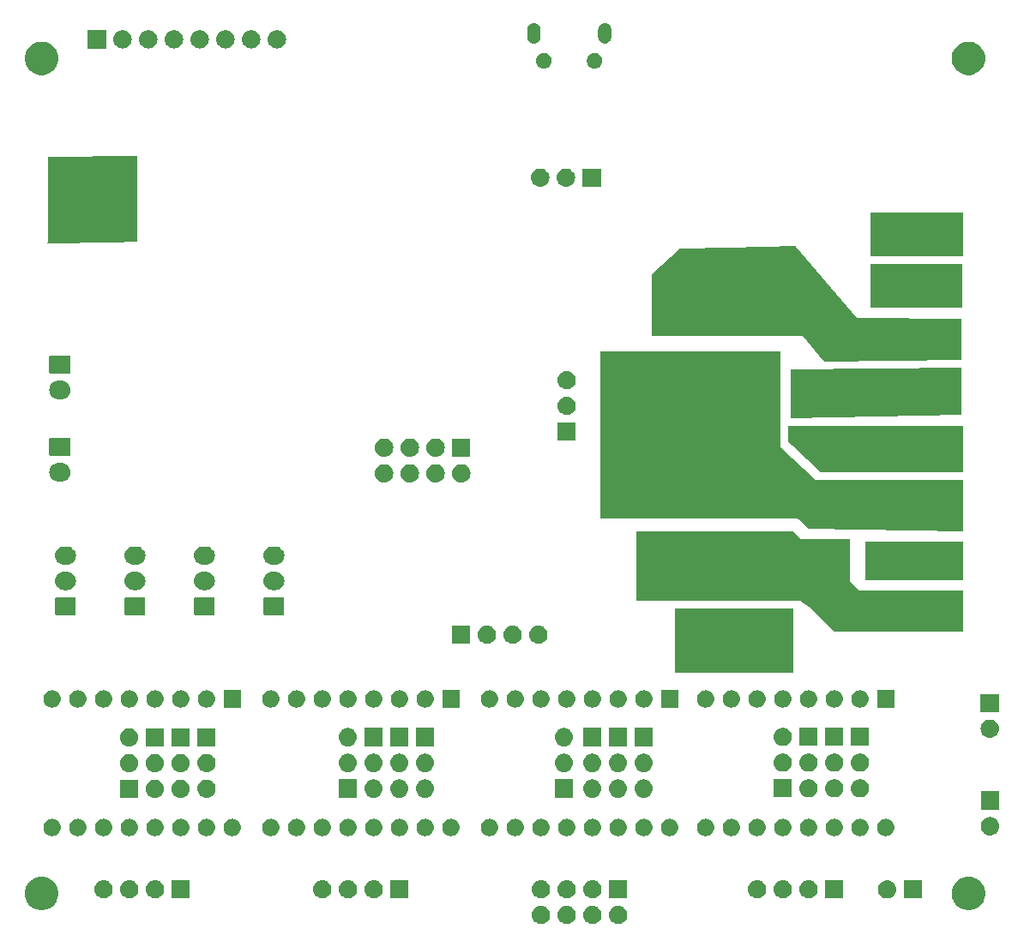
<source format=gbs>
G04 #@! TF.GenerationSoftware,KiCad,Pcbnew,5.0.2-bee76a0~70~ubuntu18.04.1*
G04 #@! TF.CreationDate,2019-10-06T12:17:10+09:00*
G04 #@! TF.ProjectId,MRR_ESPA,4d52525f-4553-4504-912e-6b696361645f,v1.3*
G04 #@! TF.SameCoordinates,Original*
G04 #@! TF.FileFunction,Soldermask,Bot*
G04 #@! TF.FilePolarity,Negative*
%FSLAX46Y46*%
G04 Gerber Fmt 4.6, Leading zero omitted, Abs format (unit mm)*
G04 Created by KiCad (PCBNEW 5.0.2-bee76a0~70~ubuntu18.04.1) date Sun 06 Oct 2019 12:17:10 PM JST*
%MOMM*%
%LPD*%
G01*
G04 APERTURE LIST*
%ADD10C,0.100000*%
G04 APERTURE END LIST*
D10*
G36*
X98408443Y-133725519D02*
X98474627Y-133732037D01*
X98587853Y-133766384D01*
X98644467Y-133783557D01*
X98783087Y-133857652D01*
X98800991Y-133867222D01*
X98836729Y-133896552D01*
X98938186Y-133979814D01*
X99021448Y-134081271D01*
X99050778Y-134117009D01*
X99050779Y-134117011D01*
X99134443Y-134273533D01*
X99134443Y-134273534D01*
X99185963Y-134443373D01*
X99203359Y-134620000D01*
X99185963Y-134796627D01*
X99151616Y-134909853D01*
X99134443Y-134966467D01*
X99060348Y-135105087D01*
X99050778Y-135122991D01*
X99021448Y-135158729D01*
X98938186Y-135260186D01*
X98836729Y-135343448D01*
X98800991Y-135372778D01*
X98800989Y-135372779D01*
X98644467Y-135456443D01*
X98587853Y-135473616D01*
X98474627Y-135507963D01*
X98408443Y-135514481D01*
X98342260Y-135521000D01*
X98253740Y-135521000D01*
X98187557Y-135514481D01*
X98121373Y-135507963D01*
X98008147Y-135473616D01*
X97951533Y-135456443D01*
X97795011Y-135372779D01*
X97795009Y-135372778D01*
X97759271Y-135343448D01*
X97657814Y-135260186D01*
X97574552Y-135158729D01*
X97545222Y-135122991D01*
X97535652Y-135105087D01*
X97461557Y-134966467D01*
X97444384Y-134909853D01*
X97410037Y-134796627D01*
X97392641Y-134620000D01*
X97410037Y-134443373D01*
X97461557Y-134273534D01*
X97461557Y-134273533D01*
X97545221Y-134117011D01*
X97545222Y-134117009D01*
X97574552Y-134081271D01*
X97657814Y-133979814D01*
X97759271Y-133896552D01*
X97795009Y-133867222D01*
X97812913Y-133857652D01*
X97951533Y-133783557D01*
X98008147Y-133766384D01*
X98121373Y-133732037D01*
X98187557Y-133725519D01*
X98253740Y-133719000D01*
X98342260Y-133719000D01*
X98408443Y-133725519D01*
X98408443Y-133725519D01*
G37*
G36*
X100948443Y-133725519D02*
X101014627Y-133732037D01*
X101127853Y-133766384D01*
X101184467Y-133783557D01*
X101323087Y-133857652D01*
X101340991Y-133867222D01*
X101376729Y-133896552D01*
X101478186Y-133979814D01*
X101561448Y-134081271D01*
X101590778Y-134117009D01*
X101590779Y-134117011D01*
X101674443Y-134273533D01*
X101674443Y-134273534D01*
X101725963Y-134443373D01*
X101743359Y-134620000D01*
X101725963Y-134796627D01*
X101691616Y-134909853D01*
X101674443Y-134966467D01*
X101600348Y-135105087D01*
X101590778Y-135122991D01*
X101561448Y-135158729D01*
X101478186Y-135260186D01*
X101376729Y-135343448D01*
X101340991Y-135372778D01*
X101340989Y-135372779D01*
X101184467Y-135456443D01*
X101127853Y-135473616D01*
X101014627Y-135507963D01*
X100948443Y-135514481D01*
X100882260Y-135521000D01*
X100793740Y-135521000D01*
X100727557Y-135514481D01*
X100661373Y-135507963D01*
X100548147Y-135473616D01*
X100491533Y-135456443D01*
X100335011Y-135372779D01*
X100335009Y-135372778D01*
X100299271Y-135343448D01*
X100197814Y-135260186D01*
X100114552Y-135158729D01*
X100085222Y-135122991D01*
X100075652Y-135105087D01*
X100001557Y-134966467D01*
X99984384Y-134909853D01*
X99950037Y-134796627D01*
X99932641Y-134620000D01*
X99950037Y-134443373D01*
X100001557Y-134273534D01*
X100001557Y-134273533D01*
X100085221Y-134117011D01*
X100085222Y-134117009D01*
X100114552Y-134081271D01*
X100197814Y-133979814D01*
X100299271Y-133896552D01*
X100335009Y-133867222D01*
X100352913Y-133857652D01*
X100491533Y-133783557D01*
X100548147Y-133766384D01*
X100661373Y-133732037D01*
X100727557Y-133725519D01*
X100793740Y-133719000D01*
X100882260Y-133719000D01*
X100948443Y-133725519D01*
X100948443Y-133725519D01*
G37*
G36*
X106028443Y-133725519D02*
X106094627Y-133732037D01*
X106207853Y-133766384D01*
X106264467Y-133783557D01*
X106403087Y-133857652D01*
X106420991Y-133867222D01*
X106456729Y-133896552D01*
X106558186Y-133979814D01*
X106641448Y-134081271D01*
X106670778Y-134117009D01*
X106670779Y-134117011D01*
X106754443Y-134273533D01*
X106754443Y-134273534D01*
X106805963Y-134443373D01*
X106823359Y-134620000D01*
X106805963Y-134796627D01*
X106771616Y-134909853D01*
X106754443Y-134966467D01*
X106680348Y-135105087D01*
X106670778Y-135122991D01*
X106641448Y-135158729D01*
X106558186Y-135260186D01*
X106456729Y-135343448D01*
X106420991Y-135372778D01*
X106420989Y-135372779D01*
X106264467Y-135456443D01*
X106207853Y-135473616D01*
X106094627Y-135507963D01*
X106028443Y-135514481D01*
X105962260Y-135521000D01*
X105873740Y-135521000D01*
X105807557Y-135514481D01*
X105741373Y-135507963D01*
X105628147Y-135473616D01*
X105571533Y-135456443D01*
X105415011Y-135372779D01*
X105415009Y-135372778D01*
X105379271Y-135343448D01*
X105277814Y-135260186D01*
X105194552Y-135158729D01*
X105165222Y-135122991D01*
X105155652Y-135105087D01*
X105081557Y-134966467D01*
X105064384Y-134909853D01*
X105030037Y-134796627D01*
X105012641Y-134620000D01*
X105030037Y-134443373D01*
X105081557Y-134273534D01*
X105081557Y-134273533D01*
X105165221Y-134117011D01*
X105165222Y-134117009D01*
X105194552Y-134081271D01*
X105277814Y-133979814D01*
X105379271Y-133896552D01*
X105415009Y-133867222D01*
X105432913Y-133857652D01*
X105571533Y-133783557D01*
X105628147Y-133766384D01*
X105741373Y-133732037D01*
X105807557Y-133725519D01*
X105873740Y-133719000D01*
X105962260Y-133719000D01*
X106028443Y-133725519D01*
X106028443Y-133725519D01*
G37*
G36*
X103488443Y-133725519D02*
X103554627Y-133732037D01*
X103667853Y-133766384D01*
X103724467Y-133783557D01*
X103863087Y-133857652D01*
X103880991Y-133867222D01*
X103916729Y-133896552D01*
X104018186Y-133979814D01*
X104101448Y-134081271D01*
X104130778Y-134117009D01*
X104130779Y-134117011D01*
X104214443Y-134273533D01*
X104214443Y-134273534D01*
X104265963Y-134443373D01*
X104283359Y-134620000D01*
X104265963Y-134796627D01*
X104231616Y-134909853D01*
X104214443Y-134966467D01*
X104140348Y-135105087D01*
X104130778Y-135122991D01*
X104101448Y-135158729D01*
X104018186Y-135260186D01*
X103916729Y-135343448D01*
X103880991Y-135372778D01*
X103880989Y-135372779D01*
X103724467Y-135456443D01*
X103667853Y-135473616D01*
X103554627Y-135507963D01*
X103488443Y-135514481D01*
X103422260Y-135521000D01*
X103333740Y-135521000D01*
X103267557Y-135514481D01*
X103201373Y-135507963D01*
X103088147Y-135473616D01*
X103031533Y-135456443D01*
X102875011Y-135372779D01*
X102875009Y-135372778D01*
X102839271Y-135343448D01*
X102737814Y-135260186D01*
X102654552Y-135158729D01*
X102625222Y-135122991D01*
X102615652Y-135105087D01*
X102541557Y-134966467D01*
X102524384Y-134909853D01*
X102490037Y-134796627D01*
X102472641Y-134620000D01*
X102490037Y-134443373D01*
X102541557Y-134273534D01*
X102541557Y-134273533D01*
X102625221Y-134117011D01*
X102625222Y-134117009D01*
X102654552Y-134081271D01*
X102737814Y-133979814D01*
X102839271Y-133896552D01*
X102875009Y-133867222D01*
X102892913Y-133857652D01*
X103031533Y-133783557D01*
X103088147Y-133766384D01*
X103201373Y-133732037D01*
X103267557Y-133725519D01*
X103333740Y-133719000D01*
X103422260Y-133719000D01*
X103488443Y-133725519D01*
X103488443Y-133725519D01*
G37*
G36*
X140875256Y-130891298D02*
X140981579Y-130912447D01*
X141282042Y-131036903D01*
X141494705Y-131179000D01*
X141552454Y-131217587D01*
X141782413Y-131447546D01*
X141782415Y-131447549D01*
X141882283Y-131597011D01*
X141963098Y-131717960D01*
X141969549Y-131733534D01*
X142048184Y-131923375D01*
X142087553Y-132018422D01*
X142151000Y-132337389D01*
X142151000Y-132662611D01*
X142135569Y-132740185D01*
X142087553Y-132981579D01*
X141999550Y-133194037D01*
X141963098Y-133282040D01*
X141782413Y-133552454D01*
X141552454Y-133782413D01*
X141552451Y-133782415D01*
X141282042Y-133963097D01*
X140981579Y-134087553D01*
X140875256Y-134108702D01*
X140662611Y-134151000D01*
X140337389Y-134151000D01*
X140124744Y-134108702D01*
X140018421Y-134087553D01*
X139717958Y-133963097D01*
X139447549Y-133782415D01*
X139447546Y-133782413D01*
X139217587Y-133552454D01*
X139036902Y-133282040D01*
X139000450Y-133194037D01*
X138912447Y-132981579D01*
X138864431Y-132740185D01*
X138849000Y-132662611D01*
X138849000Y-132337389D01*
X138912447Y-132018422D01*
X138951817Y-131923375D01*
X139030451Y-131733534D01*
X139036902Y-131717960D01*
X139117718Y-131597011D01*
X139217585Y-131447549D01*
X139217587Y-131447546D01*
X139447546Y-131217587D01*
X139505295Y-131179000D01*
X139717958Y-131036903D01*
X140018421Y-130912447D01*
X140124744Y-130891298D01*
X140337389Y-130849000D01*
X140662611Y-130849000D01*
X140875256Y-130891298D01*
X140875256Y-130891298D01*
G37*
G36*
X49375256Y-130891298D02*
X49481579Y-130912447D01*
X49782042Y-131036903D01*
X49994705Y-131179000D01*
X50052454Y-131217587D01*
X50282413Y-131447546D01*
X50282415Y-131447549D01*
X50382283Y-131597011D01*
X50463098Y-131717960D01*
X50469549Y-131733534D01*
X50548184Y-131923375D01*
X50587553Y-132018422D01*
X50651000Y-132337389D01*
X50651000Y-132662611D01*
X50635569Y-132740185D01*
X50587553Y-132981579D01*
X50499550Y-133194037D01*
X50463098Y-133282040D01*
X50282413Y-133552454D01*
X50052454Y-133782413D01*
X50052451Y-133782415D01*
X49782042Y-133963097D01*
X49481579Y-134087553D01*
X49375256Y-134108702D01*
X49162611Y-134151000D01*
X48837389Y-134151000D01*
X48624744Y-134108702D01*
X48518421Y-134087553D01*
X48217958Y-133963097D01*
X47947549Y-133782415D01*
X47947546Y-133782413D01*
X47717587Y-133552454D01*
X47536902Y-133282040D01*
X47500450Y-133194037D01*
X47412447Y-132981579D01*
X47364431Y-132740185D01*
X47349000Y-132662611D01*
X47349000Y-132337389D01*
X47412447Y-132018422D01*
X47451817Y-131923375D01*
X47530451Y-131733534D01*
X47536902Y-131717960D01*
X47617718Y-131597011D01*
X47717585Y-131447549D01*
X47717587Y-131447546D01*
X47947546Y-131217587D01*
X48005295Y-131179000D01*
X48217958Y-131036903D01*
X48518421Y-130912447D01*
X48624744Y-130891298D01*
X48837389Y-130849000D01*
X49162611Y-130849000D01*
X49375256Y-130891298D01*
X49375256Y-130891298D01*
G37*
G36*
X132570443Y-131205519D02*
X132636627Y-131212037D01*
X132740535Y-131243557D01*
X132806467Y-131263557D01*
X132925572Y-131327221D01*
X132962991Y-131347222D01*
X132998729Y-131376552D01*
X133100186Y-131459814D01*
X133183448Y-131561271D01*
X133212778Y-131597009D01*
X133212779Y-131597011D01*
X133296443Y-131753533D01*
X133296443Y-131753534D01*
X133347963Y-131923373D01*
X133365359Y-132100000D01*
X133347963Y-132276627D01*
X133329531Y-132337389D01*
X133296443Y-132446467D01*
X133223469Y-132582989D01*
X133212778Y-132602991D01*
X133183448Y-132638729D01*
X133100186Y-132740186D01*
X132998729Y-132823448D01*
X132962991Y-132852778D01*
X132962989Y-132852779D01*
X132806467Y-132936443D01*
X132749853Y-132953616D01*
X132636627Y-132987963D01*
X132570443Y-132994481D01*
X132504260Y-133001000D01*
X132415740Y-133001000D01*
X132349557Y-132994481D01*
X132283373Y-132987963D01*
X132170147Y-132953616D01*
X132113533Y-132936443D01*
X131957011Y-132852779D01*
X131957009Y-132852778D01*
X131921271Y-132823448D01*
X131819814Y-132740186D01*
X131736552Y-132638729D01*
X131707222Y-132602991D01*
X131696531Y-132582989D01*
X131623557Y-132446467D01*
X131590469Y-132337389D01*
X131572037Y-132276627D01*
X131554641Y-132100000D01*
X131572037Y-131923373D01*
X131623557Y-131753534D01*
X131623557Y-131753533D01*
X131707221Y-131597011D01*
X131707222Y-131597009D01*
X131736552Y-131561271D01*
X131819814Y-131459814D01*
X131921271Y-131376552D01*
X131957009Y-131347222D01*
X131994428Y-131327221D01*
X132113533Y-131263557D01*
X132179465Y-131243557D01*
X132283373Y-131212037D01*
X132349557Y-131205519D01*
X132415740Y-131199000D01*
X132504260Y-131199000D01*
X132570443Y-131205519D01*
X132570443Y-131205519D01*
G37*
G36*
X135901000Y-133001000D02*
X134099000Y-133001000D01*
X134099000Y-131199000D01*
X135901000Y-131199000D01*
X135901000Y-133001000D01*
X135901000Y-133001000D01*
G37*
G36*
X60308442Y-131185518D02*
X60374627Y-131192037D01*
X60458854Y-131217587D01*
X60544467Y-131243557D01*
X60683087Y-131317652D01*
X60700991Y-131327222D01*
X60725361Y-131347222D01*
X60838186Y-131439814D01*
X60921448Y-131541271D01*
X60950778Y-131577009D01*
X60950779Y-131577011D01*
X61034443Y-131733533D01*
X61034443Y-131733534D01*
X61085963Y-131903373D01*
X61103359Y-132080000D01*
X61085963Y-132256627D01*
X61051616Y-132369853D01*
X61034443Y-132426467D01*
X60960348Y-132565087D01*
X60950778Y-132582991D01*
X60934366Y-132602989D01*
X60838186Y-132720186D01*
X60736729Y-132803448D01*
X60700991Y-132832778D01*
X60700989Y-132832779D01*
X60544467Y-132916443D01*
X60487853Y-132933616D01*
X60374627Y-132967963D01*
X60308443Y-132974481D01*
X60242260Y-132981000D01*
X60153740Y-132981000D01*
X60087557Y-132974481D01*
X60021373Y-132967963D01*
X59908147Y-132933616D01*
X59851533Y-132916443D01*
X59695011Y-132832779D01*
X59695009Y-132832778D01*
X59659271Y-132803448D01*
X59557814Y-132720186D01*
X59461634Y-132602989D01*
X59445222Y-132582991D01*
X59435652Y-132565087D01*
X59361557Y-132426467D01*
X59344384Y-132369853D01*
X59310037Y-132256627D01*
X59292641Y-132080000D01*
X59310037Y-131903373D01*
X59361557Y-131733534D01*
X59361557Y-131733533D01*
X59445221Y-131577011D01*
X59445222Y-131577009D01*
X59474552Y-131541271D01*
X59557814Y-131439814D01*
X59670639Y-131347222D01*
X59695009Y-131327222D01*
X59712913Y-131317652D01*
X59851533Y-131243557D01*
X59937146Y-131217587D01*
X60021373Y-131192037D01*
X60087558Y-131185518D01*
X60153740Y-131179000D01*
X60242260Y-131179000D01*
X60308442Y-131185518D01*
X60308442Y-131185518D01*
G37*
G36*
X122284442Y-131185518D02*
X122350627Y-131192037D01*
X122434854Y-131217587D01*
X122520467Y-131243557D01*
X122659087Y-131317652D01*
X122676991Y-131327222D01*
X122701361Y-131347222D01*
X122814186Y-131439814D01*
X122897448Y-131541271D01*
X122926778Y-131577009D01*
X122926779Y-131577011D01*
X123010443Y-131733533D01*
X123010443Y-131733534D01*
X123061963Y-131903373D01*
X123079359Y-132080000D01*
X123061963Y-132256627D01*
X123027616Y-132369853D01*
X123010443Y-132426467D01*
X122936348Y-132565087D01*
X122926778Y-132582991D01*
X122910366Y-132602989D01*
X122814186Y-132720186D01*
X122712729Y-132803448D01*
X122676991Y-132832778D01*
X122676989Y-132832779D01*
X122520467Y-132916443D01*
X122463853Y-132933616D01*
X122350627Y-132967963D01*
X122284443Y-132974481D01*
X122218260Y-132981000D01*
X122129740Y-132981000D01*
X122063557Y-132974481D01*
X121997373Y-132967963D01*
X121884147Y-132933616D01*
X121827533Y-132916443D01*
X121671011Y-132832779D01*
X121671009Y-132832778D01*
X121635271Y-132803448D01*
X121533814Y-132720186D01*
X121437634Y-132602989D01*
X121421222Y-132582991D01*
X121411652Y-132565087D01*
X121337557Y-132426467D01*
X121320384Y-132369853D01*
X121286037Y-132256627D01*
X121268641Y-132080000D01*
X121286037Y-131903373D01*
X121337557Y-131733534D01*
X121337557Y-131733533D01*
X121421221Y-131577011D01*
X121421222Y-131577009D01*
X121450552Y-131541271D01*
X121533814Y-131439814D01*
X121646639Y-131347222D01*
X121671009Y-131327222D01*
X121688913Y-131317652D01*
X121827533Y-131243557D01*
X121913146Y-131217587D01*
X121997373Y-131192037D01*
X122063558Y-131185518D01*
X122129740Y-131179000D01*
X122218260Y-131179000D01*
X122284442Y-131185518D01*
X122284442Y-131185518D01*
G37*
G36*
X124824442Y-131185518D02*
X124890627Y-131192037D01*
X124974854Y-131217587D01*
X125060467Y-131243557D01*
X125199087Y-131317652D01*
X125216991Y-131327222D01*
X125241361Y-131347222D01*
X125354186Y-131439814D01*
X125437448Y-131541271D01*
X125466778Y-131577009D01*
X125466779Y-131577011D01*
X125550443Y-131733533D01*
X125550443Y-131733534D01*
X125601963Y-131903373D01*
X125619359Y-132080000D01*
X125601963Y-132256627D01*
X125567616Y-132369853D01*
X125550443Y-132426467D01*
X125476348Y-132565087D01*
X125466778Y-132582991D01*
X125450366Y-132602989D01*
X125354186Y-132720186D01*
X125252729Y-132803448D01*
X125216991Y-132832778D01*
X125216989Y-132832779D01*
X125060467Y-132916443D01*
X125003853Y-132933616D01*
X124890627Y-132967963D01*
X124824443Y-132974481D01*
X124758260Y-132981000D01*
X124669740Y-132981000D01*
X124603557Y-132974481D01*
X124537373Y-132967963D01*
X124424147Y-132933616D01*
X124367533Y-132916443D01*
X124211011Y-132832779D01*
X124211009Y-132832778D01*
X124175271Y-132803448D01*
X124073814Y-132720186D01*
X123977634Y-132602989D01*
X123961222Y-132582991D01*
X123951652Y-132565087D01*
X123877557Y-132426467D01*
X123860384Y-132369853D01*
X123826037Y-132256627D01*
X123808641Y-132080000D01*
X123826037Y-131903373D01*
X123877557Y-131733534D01*
X123877557Y-131733533D01*
X123961221Y-131577011D01*
X123961222Y-131577009D01*
X123990552Y-131541271D01*
X124073814Y-131439814D01*
X124186639Y-131347222D01*
X124211009Y-131327222D01*
X124228913Y-131317652D01*
X124367533Y-131243557D01*
X124453146Y-131217587D01*
X124537373Y-131192037D01*
X124603558Y-131185518D01*
X124669740Y-131179000D01*
X124758260Y-131179000D01*
X124824442Y-131185518D01*
X124824442Y-131185518D01*
G37*
G36*
X57768442Y-131185518D02*
X57834627Y-131192037D01*
X57918854Y-131217587D01*
X58004467Y-131243557D01*
X58143087Y-131317652D01*
X58160991Y-131327222D01*
X58185361Y-131347222D01*
X58298186Y-131439814D01*
X58381448Y-131541271D01*
X58410778Y-131577009D01*
X58410779Y-131577011D01*
X58494443Y-131733533D01*
X58494443Y-131733534D01*
X58545963Y-131903373D01*
X58563359Y-132080000D01*
X58545963Y-132256627D01*
X58511616Y-132369853D01*
X58494443Y-132426467D01*
X58420348Y-132565087D01*
X58410778Y-132582991D01*
X58394366Y-132602989D01*
X58298186Y-132720186D01*
X58196729Y-132803448D01*
X58160991Y-132832778D01*
X58160989Y-132832779D01*
X58004467Y-132916443D01*
X57947853Y-132933616D01*
X57834627Y-132967963D01*
X57768443Y-132974481D01*
X57702260Y-132981000D01*
X57613740Y-132981000D01*
X57547557Y-132974481D01*
X57481373Y-132967963D01*
X57368147Y-132933616D01*
X57311533Y-132916443D01*
X57155011Y-132832779D01*
X57155009Y-132832778D01*
X57119271Y-132803448D01*
X57017814Y-132720186D01*
X56921634Y-132602989D01*
X56905222Y-132582991D01*
X56895652Y-132565087D01*
X56821557Y-132426467D01*
X56804384Y-132369853D01*
X56770037Y-132256627D01*
X56752641Y-132080000D01*
X56770037Y-131903373D01*
X56821557Y-131733534D01*
X56821557Y-131733533D01*
X56905221Y-131577011D01*
X56905222Y-131577009D01*
X56934552Y-131541271D01*
X57017814Y-131439814D01*
X57130639Y-131347222D01*
X57155009Y-131327222D01*
X57172913Y-131317652D01*
X57311533Y-131243557D01*
X57397146Y-131217587D01*
X57481373Y-131192037D01*
X57547558Y-131185518D01*
X57613740Y-131179000D01*
X57702260Y-131179000D01*
X57768442Y-131185518D01*
X57768442Y-131185518D01*
G37*
G36*
X128155000Y-132981000D02*
X126353000Y-132981000D01*
X126353000Y-131179000D01*
X128155000Y-131179000D01*
X128155000Y-132981000D01*
X128155000Y-132981000D01*
G37*
G36*
X63639000Y-132981000D02*
X61837000Y-132981000D01*
X61837000Y-131179000D01*
X63639000Y-131179000D01*
X63639000Y-132981000D01*
X63639000Y-132981000D01*
G37*
G36*
X76818442Y-131185518D02*
X76884627Y-131192037D01*
X76968854Y-131217587D01*
X77054467Y-131243557D01*
X77193087Y-131317652D01*
X77210991Y-131327222D01*
X77235361Y-131347222D01*
X77348186Y-131439814D01*
X77431448Y-131541271D01*
X77460778Y-131577009D01*
X77460779Y-131577011D01*
X77544443Y-131733533D01*
X77544443Y-131733534D01*
X77595963Y-131903373D01*
X77613359Y-132080000D01*
X77595963Y-132256627D01*
X77561616Y-132369853D01*
X77544443Y-132426467D01*
X77470348Y-132565087D01*
X77460778Y-132582991D01*
X77444366Y-132602989D01*
X77348186Y-132720186D01*
X77246729Y-132803448D01*
X77210991Y-132832778D01*
X77210989Y-132832779D01*
X77054467Y-132916443D01*
X76997853Y-132933616D01*
X76884627Y-132967963D01*
X76818443Y-132974481D01*
X76752260Y-132981000D01*
X76663740Y-132981000D01*
X76597557Y-132974481D01*
X76531373Y-132967963D01*
X76418147Y-132933616D01*
X76361533Y-132916443D01*
X76205011Y-132832779D01*
X76205009Y-132832778D01*
X76169271Y-132803448D01*
X76067814Y-132720186D01*
X75971634Y-132602989D01*
X75955222Y-132582991D01*
X75945652Y-132565087D01*
X75871557Y-132426467D01*
X75854384Y-132369853D01*
X75820037Y-132256627D01*
X75802641Y-132080000D01*
X75820037Y-131903373D01*
X75871557Y-131733534D01*
X75871557Y-131733533D01*
X75955221Y-131577011D01*
X75955222Y-131577009D01*
X75984552Y-131541271D01*
X76067814Y-131439814D01*
X76180639Y-131347222D01*
X76205009Y-131327222D01*
X76222913Y-131317652D01*
X76361533Y-131243557D01*
X76447146Y-131217587D01*
X76531373Y-131192037D01*
X76597558Y-131185518D01*
X76663740Y-131179000D01*
X76752260Y-131179000D01*
X76818442Y-131185518D01*
X76818442Y-131185518D01*
G37*
G36*
X55228442Y-131185518D02*
X55294627Y-131192037D01*
X55378854Y-131217587D01*
X55464467Y-131243557D01*
X55603087Y-131317652D01*
X55620991Y-131327222D01*
X55645361Y-131347222D01*
X55758186Y-131439814D01*
X55841448Y-131541271D01*
X55870778Y-131577009D01*
X55870779Y-131577011D01*
X55954443Y-131733533D01*
X55954443Y-131733534D01*
X56005963Y-131903373D01*
X56023359Y-132080000D01*
X56005963Y-132256627D01*
X55971616Y-132369853D01*
X55954443Y-132426467D01*
X55880348Y-132565087D01*
X55870778Y-132582991D01*
X55854366Y-132602989D01*
X55758186Y-132720186D01*
X55656729Y-132803448D01*
X55620991Y-132832778D01*
X55620989Y-132832779D01*
X55464467Y-132916443D01*
X55407853Y-132933616D01*
X55294627Y-132967963D01*
X55228443Y-132974481D01*
X55162260Y-132981000D01*
X55073740Y-132981000D01*
X55007557Y-132974481D01*
X54941373Y-132967963D01*
X54828147Y-132933616D01*
X54771533Y-132916443D01*
X54615011Y-132832779D01*
X54615009Y-132832778D01*
X54579271Y-132803448D01*
X54477814Y-132720186D01*
X54381634Y-132602989D01*
X54365222Y-132582991D01*
X54355652Y-132565087D01*
X54281557Y-132426467D01*
X54264384Y-132369853D01*
X54230037Y-132256627D01*
X54212641Y-132080000D01*
X54230037Y-131903373D01*
X54281557Y-131733534D01*
X54281557Y-131733533D01*
X54365221Y-131577011D01*
X54365222Y-131577009D01*
X54394552Y-131541271D01*
X54477814Y-131439814D01*
X54590639Y-131347222D01*
X54615009Y-131327222D01*
X54632913Y-131317652D01*
X54771533Y-131243557D01*
X54857146Y-131217587D01*
X54941373Y-131192037D01*
X55007558Y-131185518D01*
X55073740Y-131179000D01*
X55162260Y-131179000D01*
X55228442Y-131185518D01*
X55228442Y-131185518D01*
G37*
G36*
X81898442Y-131185518D02*
X81964627Y-131192037D01*
X82048854Y-131217587D01*
X82134467Y-131243557D01*
X82273087Y-131317652D01*
X82290991Y-131327222D01*
X82315361Y-131347222D01*
X82428186Y-131439814D01*
X82511448Y-131541271D01*
X82540778Y-131577009D01*
X82540779Y-131577011D01*
X82624443Y-131733533D01*
X82624443Y-131733534D01*
X82675963Y-131903373D01*
X82693359Y-132080000D01*
X82675963Y-132256627D01*
X82641616Y-132369853D01*
X82624443Y-132426467D01*
X82550348Y-132565087D01*
X82540778Y-132582991D01*
X82524366Y-132602989D01*
X82428186Y-132720186D01*
X82326729Y-132803448D01*
X82290991Y-132832778D01*
X82290989Y-132832779D01*
X82134467Y-132916443D01*
X82077853Y-132933616D01*
X81964627Y-132967963D01*
X81898443Y-132974481D01*
X81832260Y-132981000D01*
X81743740Y-132981000D01*
X81677557Y-132974481D01*
X81611373Y-132967963D01*
X81498147Y-132933616D01*
X81441533Y-132916443D01*
X81285011Y-132832779D01*
X81285009Y-132832778D01*
X81249271Y-132803448D01*
X81147814Y-132720186D01*
X81051634Y-132602989D01*
X81035222Y-132582991D01*
X81025652Y-132565087D01*
X80951557Y-132426467D01*
X80934384Y-132369853D01*
X80900037Y-132256627D01*
X80882641Y-132080000D01*
X80900037Y-131903373D01*
X80951557Y-131733534D01*
X80951557Y-131733533D01*
X81035221Y-131577011D01*
X81035222Y-131577009D01*
X81064552Y-131541271D01*
X81147814Y-131439814D01*
X81260639Y-131347222D01*
X81285009Y-131327222D01*
X81302913Y-131317652D01*
X81441533Y-131243557D01*
X81527146Y-131217587D01*
X81611373Y-131192037D01*
X81677558Y-131185518D01*
X81743740Y-131179000D01*
X81832260Y-131179000D01*
X81898442Y-131185518D01*
X81898442Y-131185518D01*
G37*
G36*
X103488442Y-131185518D02*
X103554627Y-131192037D01*
X103638854Y-131217587D01*
X103724467Y-131243557D01*
X103863087Y-131317652D01*
X103880991Y-131327222D01*
X103905361Y-131347222D01*
X104018186Y-131439814D01*
X104101448Y-131541271D01*
X104130778Y-131577009D01*
X104130779Y-131577011D01*
X104214443Y-131733533D01*
X104214443Y-131733534D01*
X104265963Y-131903373D01*
X104283359Y-132080000D01*
X104265963Y-132256627D01*
X104231616Y-132369853D01*
X104214443Y-132426467D01*
X104140348Y-132565087D01*
X104130778Y-132582991D01*
X104114366Y-132602989D01*
X104018186Y-132720186D01*
X103916729Y-132803448D01*
X103880991Y-132832778D01*
X103880989Y-132832779D01*
X103724467Y-132916443D01*
X103667853Y-132933616D01*
X103554627Y-132967963D01*
X103488443Y-132974481D01*
X103422260Y-132981000D01*
X103333740Y-132981000D01*
X103267557Y-132974481D01*
X103201373Y-132967963D01*
X103088147Y-132933616D01*
X103031533Y-132916443D01*
X102875011Y-132832779D01*
X102875009Y-132832778D01*
X102839271Y-132803448D01*
X102737814Y-132720186D01*
X102641634Y-132602989D01*
X102625222Y-132582991D01*
X102615652Y-132565087D01*
X102541557Y-132426467D01*
X102524384Y-132369853D01*
X102490037Y-132256627D01*
X102472641Y-132080000D01*
X102490037Y-131903373D01*
X102541557Y-131733534D01*
X102541557Y-131733533D01*
X102625221Y-131577011D01*
X102625222Y-131577009D01*
X102654552Y-131541271D01*
X102737814Y-131439814D01*
X102850639Y-131347222D01*
X102875009Y-131327222D01*
X102892913Y-131317652D01*
X103031533Y-131243557D01*
X103117146Y-131217587D01*
X103201373Y-131192037D01*
X103267558Y-131185518D01*
X103333740Y-131179000D01*
X103422260Y-131179000D01*
X103488442Y-131185518D01*
X103488442Y-131185518D01*
G37*
G36*
X85229000Y-132981000D02*
X83427000Y-132981000D01*
X83427000Y-131179000D01*
X85229000Y-131179000D01*
X85229000Y-132981000D01*
X85229000Y-132981000D01*
G37*
G36*
X106819000Y-132981000D02*
X105017000Y-132981000D01*
X105017000Y-131179000D01*
X106819000Y-131179000D01*
X106819000Y-132981000D01*
X106819000Y-132981000D01*
G37*
G36*
X100948442Y-131185518D02*
X101014627Y-131192037D01*
X101098854Y-131217587D01*
X101184467Y-131243557D01*
X101323087Y-131317652D01*
X101340991Y-131327222D01*
X101365361Y-131347222D01*
X101478186Y-131439814D01*
X101561448Y-131541271D01*
X101590778Y-131577009D01*
X101590779Y-131577011D01*
X101674443Y-131733533D01*
X101674443Y-131733534D01*
X101725963Y-131903373D01*
X101743359Y-132080000D01*
X101725963Y-132256627D01*
X101691616Y-132369853D01*
X101674443Y-132426467D01*
X101600348Y-132565087D01*
X101590778Y-132582991D01*
X101574366Y-132602989D01*
X101478186Y-132720186D01*
X101376729Y-132803448D01*
X101340991Y-132832778D01*
X101340989Y-132832779D01*
X101184467Y-132916443D01*
X101127853Y-132933616D01*
X101014627Y-132967963D01*
X100948443Y-132974481D01*
X100882260Y-132981000D01*
X100793740Y-132981000D01*
X100727557Y-132974481D01*
X100661373Y-132967963D01*
X100548147Y-132933616D01*
X100491533Y-132916443D01*
X100335011Y-132832779D01*
X100335009Y-132832778D01*
X100299271Y-132803448D01*
X100197814Y-132720186D01*
X100101634Y-132602989D01*
X100085222Y-132582991D01*
X100075652Y-132565087D01*
X100001557Y-132426467D01*
X99984384Y-132369853D01*
X99950037Y-132256627D01*
X99932641Y-132080000D01*
X99950037Y-131903373D01*
X100001557Y-131733534D01*
X100001557Y-131733533D01*
X100085221Y-131577011D01*
X100085222Y-131577009D01*
X100114552Y-131541271D01*
X100197814Y-131439814D01*
X100310639Y-131347222D01*
X100335009Y-131327222D01*
X100352913Y-131317652D01*
X100491533Y-131243557D01*
X100577146Y-131217587D01*
X100661373Y-131192037D01*
X100727558Y-131185518D01*
X100793740Y-131179000D01*
X100882260Y-131179000D01*
X100948442Y-131185518D01*
X100948442Y-131185518D01*
G37*
G36*
X98408442Y-131185518D02*
X98474627Y-131192037D01*
X98558854Y-131217587D01*
X98644467Y-131243557D01*
X98783087Y-131317652D01*
X98800991Y-131327222D01*
X98825361Y-131347222D01*
X98938186Y-131439814D01*
X99021448Y-131541271D01*
X99050778Y-131577009D01*
X99050779Y-131577011D01*
X99134443Y-131733533D01*
X99134443Y-131733534D01*
X99185963Y-131903373D01*
X99203359Y-132080000D01*
X99185963Y-132256627D01*
X99151616Y-132369853D01*
X99134443Y-132426467D01*
X99060348Y-132565087D01*
X99050778Y-132582991D01*
X99034366Y-132602989D01*
X98938186Y-132720186D01*
X98836729Y-132803448D01*
X98800991Y-132832778D01*
X98800989Y-132832779D01*
X98644467Y-132916443D01*
X98587853Y-132933616D01*
X98474627Y-132967963D01*
X98408443Y-132974481D01*
X98342260Y-132981000D01*
X98253740Y-132981000D01*
X98187557Y-132974481D01*
X98121373Y-132967963D01*
X98008147Y-132933616D01*
X97951533Y-132916443D01*
X97795011Y-132832779D01*
X97795009Y-132832778D01*
X97759271Y-132803448D01*
X97657814Y-132720186D01*
X97561634Y-132602989D01*
X97545222Y-132582991D01*
X97535652Y-132565087D01*
X97461557Y-132426467D01*
X97444384Y-132369853D01*
X97410037Y-132256627D01*
X97392641Y-132080000D01*
X97410037Y-131903373D01*
X97461557Y-131733534D01*
X97461557Y-131733533D01*
X97545221Y-131577011D01*
X97545222Y-131577009D01*
X97574552Y-131541271D01*
X97657814Y-131439814D01*
X97770639Y-131347222D01*
X97795009Y-131327222D01*
X97812913Y-131317652D01*
X97951533Y-131243557D01*
X98037146Y-131217587D01*
X98121373Y-131192037D01*
X98187558Y-131185518D01*
X98253740Y-131179000D01*
X98342260Y-131179000D01*
X98408442Y-131185518D01*
X98408442Y-131185518D01*
G37*
G36*
X119744442Y-131185518D02*
X119810627Y-131192037D01*
X119894854Y-131217587D01*
X119980467Y-131243557D01*
X120119087Y-131317652D01*
X120136991Y-131327222D01*
X120161361Y-131347222D01*
X120274186Y-131439814D01*
X120357448Y-131541271D01*
X120386778Y-131577009D01*
X120386779Y-131577011D01*
X120470443Y-131733533D01*
X120470443Y-131733534D01*
X120521963Y-131903373D01*
X120539359Y-132080000D01*
X120521963Y-132256627D01*
X120487616Y-132369853D01*
X120470443Y-132426467D01*
X120396348Y-132565087D01*
X120386778Y-132582991D01*
X120370366Y-132602989D01*
X120274186Y-132720186D01*
X120172729Y-132803448D01*
X120136991Y-132832778D01*
X120136989Y-132832779D01*
X119980467Y-132916443D01*
X119923853Y-132933616D01*
X119810627Y-132967963D01*
X119744443Y-132974481D01*
X119678260Y-132981000D01*
X119589740Y-132981000D01*
X119523557Y-132974481D01*
X119457373Y-132967963D01*
X119344147Y-132933616D01*
X119287533Y-132916443D01*
X119131011Y-132832779D01*
X119131009Y-132832778D01*
X119095271Y-132803448D01*
X118993814Y-132720186D01*
X118897634Y-132602989D01*
X118881222Y-132582991D01*
X118871652Y-132565087D01*
X118797557Y-132426467D01*
X118780384Y-132369853D01*
X118746037Y-132256627D01*
X118728641Y-132080000D01*
X118746037Y-131903373D01*
X118797557Y-131733534D01*
X118797557Y-131733533D01*
X118881221Y-131577011D01*
X118881222Y-131577009D01*
X118910552Y-131541271D01*
X118993814Y-131439814D01*
X119106639Y-131347222D01*
X119131009Y-131327222D01*
X119148913Y-131317652D01*
X119287533Y-131243557D01*
X119373146Y-131217587D01*
X119457373Y-131192037D01*
X119523558Y-131185518D01*
X119589740Y-131179000D01*
X119678260Y-131179000D01*
X119744442Y-131185518D01*
X119744442Y-131185518D01*
G37*
G36*
X79358442Y-131185518D02*
X79424627Y-131192037D01*
X79508854Y-131217587D01*
X79594467Y-131243557D01*
X79733087Y-131317652D01*
X79750991Y-131327222D01*
X79775361Y-131347222D01*
X79888186Y-131439814D01*
X79971448Y-131541271D01*
X80000778Y-131577009D01*
X80000779Y-131577011D01*
X80084443Y-131733533D01*
X80084443Y-131733534D01*
X80135963Y-131903373D01*
X80153359Y-132080000D01*
X80135963Y-132256627D01*
X80101616Y-132369853D01*
X80084443Y-132426467D01*
X80010348Y-132565087D01*
X80000778Y-132582991D01*
X79984366Y-132602989D01*
X79888186Y-132720186D01*
X79786729Y-132803448D01*
X79750991Y-132832778D01*
X79750989Y-132832779D01*
X79594467Y-132916443D01*
X79537853Y-132933616D01*
X79424627Y-132967963D01*
X79358443Y-132974481D01*
X79292260Y-132981000D01*
X79203740Y-132981000D01*
X79137557Y-132974481D01*
X79071373Y-132967963D01*
X78958147Y-132933616D01*
X78901533Y-132916443D01*
X78745011Y-132832779D01*
X78745009Y-132832778D01*
X78709271Y-132803448D01*
X78607814Y-132720186D01*
X78511634Y-132602989D01*
X78495222Y-132582991D01*
X78485652Y-132565087D01*
X78411557Y-132426467D01*
X78394384Y-132369853D01*
X78360037Y-132256627D01*
X78342641Y-132080000D01*
X78360037Y-131903373D01*
X78411557Y-131733534D01*
X78411557Y-131733533D01*
X78495221Y-131577011D01*
X78495222Y-131577009D01*
X78524552Y-131541271D01*
X78607814Y-131439814D01*
X78720639Y-131347222D01*
X78745009Y-131327222D01*
X78762913Y-131317652D01*
X78901533Y-131243557D01*
X78987146Y-131217587D01*
X79071373Y-131192037D01*
X79137558Y-131185518D01*
X79203740Y-131179000D01*
X79292260Y-131179000D01*
X79358442Y-131185518D01*
X79358442Y-131185518D01*
G37*
G36*
X87034821Y-125145313D02*
X87034824Y-125145314D01*
X87034825Y-125145314D01*
X87195239Y-125193975D01*
X87195241Y-125193976D01*
X87195244Y-125193977D01*
X87343078Y-125272995D01*
X87472659Y-125379341D01*
X87579005Y-125508922D01*
X87658023Y-125656756D01*
X87706687Y-125817179D01*
X87723117Y-125984000D01*
X87706687Y-126150821D01*
X87706686Y-126150824D01*
X87706686Y-126150825D01*
X87688291Y-126211466D01*
X87658023Y-126311244D01*
X87579005Y-126459078D01*
X87472659Y-126588659D01*
X87343078Y-126695005D01*
X87195244Y-126774023D01*
X87195241Y-126774024D01*
X87195239Y-126774025D01*
X87034825Y-126822686D01*
X87034824Y-126822686D01*
X87034821Y-126822687D01*
X86909804Y-126835000D01*
X86826196Y-126835000D01*
X86701179Y-126822687D01*
X86701176Y-126822686D01*
X86701175Y-126822686D01*
X86540761Y-126774025D01*
X86540759Y-126774024D01*
X86540756Y-126774023D01*
X86392922Y-126695005D01*
X86263341Y-126588659D01*
X86156995Y-126459078D01*
X86077977Y-126311244D01*
X86047710Y-126211466D01*
X86029314Y-126150825D01*
X86029314Y-126150824D01*
X86029313Y-126150821D01*
X86012883Y-125984000D01*
X86029313Y-125817179D01*
X86077977Y-125656756D01*
X86156995Y-125508922D01*
X86263341Y-125379341D01*
X86392922Y-125272995D01*
X86540756Y-125193977D01*
X86540759Y-125193976D01*
X86540761Y-125193975D01*
X86701175Y-125145314D01*
X86701176Y-125145314D01*
X86701179Y-125145313D01*
X86826196Y-125133000D01*
X86909804Y-125133000D01*
X87034821Y-125145313D01*
X87034821Y-125145313D01*
G37*
G36*
X84494821Y-125145313D02*
X84494824Y-125145314D01*
X84494825Y-125145314D01*
X84655239Y-125193975D01*
X84655241Y-125193976D01*
X84655244Y-125193977D01*
X84803078Y-125272995D01*
X84932659Y-125379341D01*
X85039005Y-125508922D01*
X85118023Y-125656756D01*
X85166687Y-125817179D01*
X85183117Y-125984000D01*
X85166687Y-126150821D01*
X85166686Y-126150824D01*
X85166686Y-126150825D01*
X85148291Y-126211466D01*
X85118023Y-126311244D01*
X85039005Y-126459078D01*
X84932659Y-126588659D01*
X84803078Y-126695005D01*
X84655244Y-126774023D01*
X84655241Y-126774024D01*
X84655239Y-126774025D01*
X84494825Y-126822686D01*
X84494824Y-126822686D01*
X84494821Y-126822687D01*
X84369804Y-126835000D01*
X84286196Y-126835000D01*
X84161179Y-126822687D01*
X84161176Y-126822686D01*
X84161175Y-126822686D01*
X84000761Y-126774025D01*
X84000759Y-126774024D01*
X84000756Y-126774023D01*
X83852922Y-126695005D01*
X83723341Y-126588659D01*
X83616995Y-126459078D01*
X83537977Y-126311244D01*
X83507710Y-126211466D01*
X83489314Y-126150825D01*
X83489314Y-126150824D01*
X83489313Y-126150821D01*
X83472883Y-125984000D01*
X83489313Y-125817179D01*
X83537977Y-125656756D01*
X83616995Y-125508922D01*
X83723341Y-125379341D01*
X83852922Y-125272995D01*
X84000756Y-125193977D01*
X84000759Y-125193976D01*
X84000761Y-125193975D01*
X84161175Y-125145314D01*
X84161176Y-125145314D01*
X84161179Y-125145313D01*
X84286196Y-125133000D01*
X84369804Y-125133000D01*
X84494821Y-125145313D01*
X84494821Y-125145313D01*
G37*
G36*
X117260821Y-125145313D02*
X117260824Y-125145314D01*
X117260825Y-125145314D01*
X117421239Y-125193975D01*
X117421241Y-125193976D01*
X117421244Y-125193977D01*
X117569078Y-125272995D01*
X117698659Y-125379341D01*
X117805005Y-125508922D01*
X117884023Y-125656756D01*
X117932687Y-125817179D01*
X117949117Y-125984000D01*
X117932687Y-126150821D01*
X117932686Y-126150824D01*
X117932686Y-126150825D01*
X117914291Y-126211466D01*
X117884023Y-126311244D01*
X117805005Y-126459078D01*
X117698659Y-126588659D01*
X117569078Y-126695005D01*
X117421244Y-126774023D01*
X117421241Y-126774024D01*
X117421239Y-126774025D01*
X117260825Y-126822686D01*
X117260824Y-126822686D01*
X117260821Y-126822687D01*
X117135804Y-126835000D01*
X117052196Y-126835000D01*
X116927179Y-126822687D01*
X116927176Y-126822686D01*
X116927175Y-126822686D01*
X116766761Y-126774025D01*
X116766759Y-126774024D01*
X116766756Y-126774023D01*
X116618922Y-126695005D01*
X116489341Y-126588659D01*
X116382995Y-126459078D01*
X116303977Y-126311244D01*
X116273710Y-126211466D01*
X116255314Y-126150825D01*
X116255314Y-126150824D01*
X116255313Y-126150821D01*
X116238883Y-125984000D01*
X116255313Y-125817179D01*
X116303977Y-125656756D01*
X116382995Y-125508922D01*
X116489341Y-125379341D01*
X116618922Y-125272995D01*
X116766756Y-125193977D01*
X116766759Y-125193976D01*
X116766761Y-125193975D01*
X116927175Y-125145314D01*
X116927176Y-125145314D01*
X116927179Y-125145313D01*
X117052196Y-125133000D01*
X117135804Y-125133000D01*
X117260821Y-125145313D01*
X117260821Y-125145313D01*
G37*
G36*
X122340821Y-125145313D02*
X122340824Y-125145314D01*
X122340825Y-125145314D01*
X122501239Y-125193975D01*
X122501241Y-125193976D01*
X122501244Y-125193977D01*
X122649078Y-125272995D01*
X122778659Y-125379341D01*
X122885005Y-125508922D01*
X122964023Y-125656756D01*
X123012687Y-125817179D01*
X123029117Y-125984000D01*
X123012687Y-126150821D01*
X123012686Y-126150824D01*
X123012686Y-126150825D01*
X122994291Y-126211466D01*
X122964023Y-126311244D01*
X122885005Y-126459078D01*
X122778659Y-126588659D01*
X122649078Y-126695005D01*
X122501244Y-126774023D01*
X122501241Y-126774024D01*
X122501239Y-126774025D01*
X122340825Y-126822686D01*
X122340824Y-126822686D01*
X122340821Y-126822687D01*
X122215804Y-126835000D01*
X122132196Y-126835000D01*
X122007179Y-126822687D01*
X122007176Y-126822686D01*
X122007175Y-126822686D01*
X121846761Y-126774025D01*
X121846759Y-126774024D01*
X121846756Y-126774023D01*
X121698922Y-126695005D01*
X121569341Y-126588659D01*
X121462995Y-126459078D01*
X121383977Y-126311244D01*
X121353710Y-126211466D01*
X121335314Y-126150825D01*
X121335314Y-126150824D01*
X121335313Y-126150821D01*
X121318883Y-125984000D01*
X121335313Y-125817179D01*
X121383977Y-125656756D01*
X121462995Y-125508922D01*
X121569341Y-125379341D01*
X121698922Y-125272995D01*
X121846756Y-125193977D01*
X121846759Y-125193976D01*
X121846761Y-125193975D01*
X122007175Y-125145314D01*
X122007176Y-125145314D01*
X122007179Y-125145313D01*
X122132196Y-125133000D01*
X122215804Y-125133000D01*
X122340821Y-125145313D01*
X122340821Y-125145313D01*
G37*
G36*
X119800821Y-125145313D02*
X119800824Y-125145314D01*
X119800825Y-125145314D01*
X119961239Y-125193975D01*
X119961241Y-125193976D01*
X119961244Y-125193977D01*
X120109078Y-125272995D01*
X120238659Y-125379341D01*
X120345005Y-125508922D01*
X120424023Y-125656756D01*
X120472687Y-125817179D01*
X120489117Y-125984000D01*
X120472687Y-126150821D01*
X120472686Y-126150824D01*
X120472686Y-126150825D01*
X120454291Y-126211466D01*
X120424023Y-126311244D01*
X120345005Y-126459078D01*
X120238659Y-126588659D01*
X120109078Y-126695005D01*
X119961244Y-126774023D01*
X119961241Y-126774024D01*
X119961239Y-126774025D01*
X119800825Y-126822686D01*
X119800824Y-126822686D01*
X119800821Y-126822687D01*
X119675804Y-126835000D01*
X119592196Y-126835000D01*
X119467179Y-126822687D01*
X119467176Y-126822686D01*
X119467175Y-126822686D01*
X119306761Y-126774025D01*
X119306759Y-126774024D01*
X119306756Y-126774023D01*
X119158922Y-126695005D01*
X119029341Y-126588659D01*
X118922995Y-126459078D01*
X118843977Y-126311244D01*
X118813710Y-126211466D01*
X118795314Y-126150825D01*
X118795314Y-126150824D01*
X118795313Y-126150821D01*
X118778883Y-125984000D01*
X118795313Y-125817179D01*
X118843977Y-125656756D01*
X118922995Y-125508922D01*
X119029341Y-125379341D01*
X119158922Y-125272995D01*
X119306756Y-125193977D01*
X119306759Y-125193976D01*
X119306761Y-125193975D01*
X119467175Y-125145314D01*
X119467176Y-125145314D01*
X119467179Y-125145313D01*
X119592196Y-125133000D01*
X119675804Y-125133000D01*
X119800821Y-125145313D01*
X119800821Y-125145313D01*
G37*
G36*
X114720821Y-125145313D02*
X114720824Y-125145314D01*
X114720825Y-125145314D01*
X114881239Y-125193975D01*
X114881241Y-125193976D01*
X114881244Y-125193977D01*
X115029078Y-125272995D01*
X115158659Y-125379341D01*
X115265005Y-125508922D01*
X115344023Y-125656756D01*
X115392687Y-125817179D01*
X115409117Y-125984000D01*
X115392687Y-126150821D01*
X115392686Y-126150824D01*
X115392686Y-126150825D01*
X115374291Y-126211466D01*
X115344023Y-126311244D01*
X115265005Y-126459078D01*
X115158659Y-126588659D01*
X115029078Y-126695005D01*
X114881244Y-126774023D01*
X114881241Y-126774024D01*
X114881239Y-126774025D01*
X114720825Y-126822686D01*
X114720824Y-126822686D01*
X114720821Y-126822687D01*
X114595804Y-126835000D01*
X114512196Y-126835000D01*
X114387179Y-126822687D01*
X114387176Y-126822686D01*
X114387175Y-126822686D01*
X114226761Y-126774025D01*
X114226759Y-126774024D01*
X114226756Y-126774023D01*
X114078922Y-126695005D01*
X113949341Y-126588659D01*
X113842995Y-126459078D01*
X113763977Y-126311244D01*
X113733710Y-126211466D01*
X113715314Y-126150825D01*
X113715314Y-126150824D01*
X113715313Y-126150821D01*
X113698883Y-125984000D01*
X113715313Y-125817179D01*
X113763977Y-125656756D01*
X113842995Y-125508922D01*
X113949341Y-125379341D01*
X114078922Y-125272995D01*
X114226756Y-125193977D01*
X114226759Y-125193976D01*
X114226761Y-125193975D01*
X114387175Y-125145314D01*
X114387176Y-125145314D01*
X114387179Y-125145313D01*
X114512196Y-125133000D01*
X114595804Y-125133000D01*
X114720821Y-125145313D01*
X114720821Y-125145313D01*
G37*
G36*
X129960821Y-125145313D02*
X129960824Y-125145314D01*
X129960825Y-125145314D01*
X130121239Y-125193975D01*
X130121241Y-125193976D01*
X130121244Y-125193977D01*
X130269078Y-125272995D01*
X130398659Y-125379341D01*
X130505005Y-125508922D01*
X130584023Y-125656756D01*
X130632687Y-125817179D01*
X130649117Y-125984000D01*
X130632687Y-126150821D01*
X130632686Y-126150824D01*
X130632686Y-126150825D01*
X130614291Y-126211466D01*
X130584023Y-126311244D01*
X130505005Y-126459078D01*
X130398659Y-126588659D01*
X130269078Y-126695005D01*
X130121244Y-126774023D01*
X130121241Y-126774024D01*
X130121239Y-126774025D01*
X129960825Y-126822686D01*
X129960824Y-126822686D01*
X129960821Y-126822687D01*
X129835804Y-126835000D01*
X129752196Y-126835000D01*
X129627179Y-126822687D01*
X129627176Y-126822686D01*
X129627175Y-126822686D01*
X129466761Y-126774025D01*
X129466759Y-126774024D01*
X129466756Y-126774023D01*
X129318922Y-126695005D01*
X129189341Y-126588659D01*
X129082995Y-126459078D01*
X129003977Y-126311244D01*
X128973710Y-126211466D01*
X128955314Y-126150825D01*
X128955314Y-126150824D01*
X128955313Y-126150821D01*
X128938883Y-125984000D01*
X128955313Y-125817179D01*
X129003977Y-125656756D01*
X129082995Y-125508922D01*
X129189341Y-125379341D01*
X129318922Y-125272995D01*
X129466756Y-125193977D01*
X129466759Y-125193976D01*
X129466761Y-125193975D01*
X129627175Y-125145314D01*
X129627176Y-125145314D01*
X129627179Y-125145313D01*
X129752196Y-125133000D01*
X129835804Y-125133000D01*
X129960821Y-125145313D01*
X129960821Y-125145313D01*
G37*
G36*
X127420821Y-125145313D02*
X127420824Y-125145314D01*
X127420825Y-125145314D01*
X127581239Y-125193975D01*
X127581241Y-125193976D01*
X127581244Y-125193977D01*
X127729078Y-125272995D01*
X127858659Y-125379341D01*
X127965005Y-125508922D01*
X128044023Y-125656756D01*
X128092687Y-125817179D01*
X128109117Y-125984000D01*
X128092687Y-126150821D01*
X128092686Y-126150824D01*
X128092686Y-126150825D01*
X128074291Y-126211466D01*
X128044023Y-126311244D01*
X127965005Y-126459078D01*
X127858659Y-126588659D01*
X127729078Y-126695005D01*
X127581244Y-126774023D01*
X127581241Y-126774024D01*
X127581239Y-126774025D01*
X127420825Y-126822686D01*
X127420824Y-126822686D01*
X127420821Y-126822687D01*
X127295804Y-126835000D01*
X127212196Y-126835000D01*
X127087179Y-126822687D01*
X127087176Y-126822686D01*
X127087175Y-126822686D01*
X126926761Y-126774025D01*
X126926759Y-126774024D01*
X126926756Y-126774023D01*
X126778922Y-126695005D01*
X126649341Y-126588659D01*
X126542995Y-126459078D01*
X126463977Y-126311244D01*
X126433710Y-126211466D01*
X126415314Y-126150825D01*
X126415314Y-126150824D01*
X126415313Y-126150821D01*
X126398883Y-125984000D01*
X126415313Y-125817179D01*
X126463977Y-125656756D01*
X126542995Y-125508922D01*
X126649341Y-125379341D01*
X126778922Y-125272995D01*
X126926756Y-125193977D01*
X126926759Y-125193976D01*
X126926761Y-125193975D01*
X127087175Y-125145314D01*
X127087176Y-125145314D01*
X127087179Y-125145313D01*
X127212196Y-125133000D01*
X127295804Y-125133000D01*
X127420821Y-125145313D01*
X127420821Y-125145313D01*
G37*
G36*
X124880821Y-125145313D02*
X124880824Y-125145314D01*
X124880825Y-125145314D01*
X125041239Y-125193975D01*
X125041241Y-125193976D01*
X125041244Y-125193977D01*
X125189078Y-125272995D01*
X125318659Y-125379341D01*
X125425005Y-125508922D01*
X125504023Y-125656756D01*
X125552687Y-125817179D01*
X125569117Y-125984000D01*
X125552687Y-126150821D01*
X125552686Y-126150824D01*
X125552686Y-126150825D01*
X125534291Y-126211466D01*
X125504023Y-126311244D01*
X125425005Y-126459078D01*
X125318659Y-126588659D01*
X125189078Y-126695005D01*
X125041244Y-126774023D01*
X125041241Y-126774024D01*
X125041239Y-126774025D01*
X124880825Y-126822686D01*
X124880824Y-126822686D01*
X124880821Y-126822687D01*
X124755804Y-126835000D01*
X124672196Y-126835000D01*
X124547179Y-126822687D01*
X124547176Y-126822686D01*
X124547175Y-126822686D01*
X124386761Y-126774025D01*
X124386759Y-126774024D01*
X124386756Y-126774023D01*
X124238922Y-126695005D01*
X124109341Y-126588659D01*
X124002995Y-126459078D01*
X123923977Y-126311244D01*
X123893710Y-126211466D01*
X123875314Y-126150825D01*
X123875314Y-126150824D01*
X123875313Y-126150821D01*
X123858883Y-125984000D01*
X123875313Y-125817179D01*
X123923977Y-125656756D01*
X124002995Y-125508922D01*
X124109341Y-125379341D01*
X124238922Y-125272995D01*
X124386756Y-125193977D01*
X124386759Y-125193976D01*
X124386761Y-125193975D01*
X124547175Y-125145314D01*
X124547176Y-125145314D01*
X124547179Y-125145313D01*
X124672196Y-125133000D01*
X124755804Y-125133000D01*
X124880821Y-125145313D01*
X124880821Y-125145313D01*
G37*
G36*
X67984821Y-125145313D02*
X67984824Y-125145314D01*
X67984825Y-125145314D01*
X68145239Y-125193975D01*
X68145241Y-125193976D01*
X68145244Y-125193977D01*
X68293078Y-125272995D01*
X68422659Y-125379341D01*
X68529005Y-125508922D01*
X68608023Y-125656756D01*
X68656687Y-125817179D01*
X68673117Y-125984000D01*
X68656687Y-126150821D01*
X68656686Y-126150824D01*
X68656686Y-126150825D01*
X68638291Y-126211466D01*
X68608023Y-126311244D01*
X68529005Y-126459078D01*
X68422659Y-126588659D01*
X68293078Y-126695005D01*
X68145244Y-126774023D01*
X68145241Y-126774024D01*
X68145239Y-126774025D01*
X67984825Y-126822686D01*
X67984824Y-126822686D01*
X67984821Y-126822687D01*
X67859804Y-126835000D01*
X67776196Y-126835000D01*
X67651179Y-126822687D01*
X67651176Y-126822686D01*
X67651175Y-126822686D01*
X67490761Y-126774025D01*
X67490759Y-126774024D01*
X67490756Y-126774023D01*
X67342922Y-126695005D01*
X67213341Y-126588659D01*
X67106995Y-126459078D01*
X67027977Y-126311244D01*
X66997710Y-126211466D01*
X66979314Y-126150825D01*
X66979314Y-126150824D01*
X66979313Y-126150821D01*
X66962883Y-125984000D01*
X66979313Y-125817179D01*
X67027977Y-125656756D01*
X67106995Y-125508922D01*
X67213341Y-125379341D01*
X67342922Y-125272995D01*
X67490756Y-125193977D01*
X67490759Y-125193976D01*
X67490761Y-125193975D01*
X67651175Y-125145314D01*
X67651176Y-125145314D01*
X67651179Y-125145313D01*
X67776196Y-125133000D01*
X67859804Y-125133000D01*
X67984821Y-125145313D01*
X67984821Y-125145313D01*
G37*
G36*
X65444821Y-125145313D02*
X65444824Y-125145314D01*
X65444825Y-125145314D01*
X65605239Y-125193975D01*
X65605241Y-125193976D01*
X65605244Y-125193977D01*
X65753078Y-125272995D01*
X65882659Y-125379341D01*
X65989005Y-125508922D01*
X66068023Y-125656756D01*
X66116687Y-125817179D01*
X66133117Y-125984000D01*
X66116687Y-126150821D01*
X66116686Y-126150824D01*
X66116686Y-126150825D01*
X66098291Y-126211466D01*
X66068023Y-126311244D01*
X65989005Y-126459078D01*
X65882659Y-126588659D01*
X65753078Y-126695005D01*
X65605244Y-126774023D01*
X65605241Y-126774024D01*
X65605239Y-126774025D01*
X65444825Y-126822686D01*
X65444824Y-126822686D01*
X65444821Y-126822687D01*
X65319804Y-126835000D01*
X65236196Y-126835000D01*
X65111179Y-126822687D01*
X65111176Y-126822686D01*
X65111175Y-126822686D01*
X64950761Y-126774025D01*
X64950759Y-126774024D01*
X64950756Y-126774023D01*
X64802922Y-126695005D01*
X64673341Y-126588659D01*
X64566995Y-126459078D01*
X64487977Y-126311244D01*
X64457710Y-126211466D01*
X64439314Y-126150825D01*
X64439314Y-126150824D01*
X64439313Y-126150821D01*
X64422883Y-125984000D01*
X64439313Y-125817179D01*
X64487977Y-125656756D01*
X64566995Y-125508922D01*
X64673341Y-125379341D01*
X64802922Y-125272995D01*
X64950756Y-125193977D01*
X64950759Y-125193976D01*
X64950761Y-125193975D01*
X65111175Y-125145314D01*
X65111176Y-125145314D01*
X65111179Y-125145313D01*
X65236196Y-125133000D01*
X65319804Y-125133000D01*
X65444821Y-125145313D01*
X65444821Y-125145313D01*
G37*
G36*
X62904821Y-125145313D02*
X62904824Y-125145314D01*
X62904825Y-125145314D01*
X63065239Y-125193975D01*
X63065241Y-125193976D01*
X63065244Y-125193977D01*
X63213078Y-125272995D01*
X63342659Y-125379341D01*
X63449005Y-125508922D01*
X63528023Y-125656756D01*
X63576687Y-125817179D01*
X63593117Y-125984000D01*
X63576687Y-126150821D01*
X63576686Y-126150824D01*
X63576686Y-126150825D01*
X63558291Y-126211466D01*
X63528023Y-126311244D01*
X63449005Y-126459078D01*
X63342659Y-126588659D01*
X63213078Y-126695005D01*
X63065244Y-126774023D01*
X63065241Y-126774024D01*
X63065239Y-126774025D01*
X62904825Y-126822686D01*
X62904824Y-126822686D01*
X62904821Y-126822687D01*
X62779804Y-126835000D01*
X62696196Y-126835000D01*
X62571179Y-126822687D01*
X62571176Y-126822686D01*
X62571175Y-126822686D01*
X62410761Y-126774025D01*
X62410759Y-126774024D01*
X62410756Y-126774023D01*
X62262922Y-126695005D01*
X62133341Y-126588659D01*
X62026995Y-126459078D01*
X61947977Y-126311244D01*
X61917710Y-126211466D01*
X61899314Y-126150825D01*
X61899314Y-126150824D01*
X61899313Y-126150821D01*
X61882883Y-125984000D01*
X61899313Y-125817179D01*
X61947977Y-125656756D01*
X62026995Y-125508922D01*
X62133341Y-125379341D01*
X62262922Y-125272995D01*
X62410756Y-125193977D01*
X62410759Y-125193976D01*
X62410761Y-125193975D01*
X62571175Y-125145314D01*
X62571176Y-125145314D01*
X62571179Y-125145313D01*
X62696196Y-125133000D01*
X62779804Y-125133000D01*
X62904821Y-125145313D01*
X62904821Y-125145313D01*
G37*
G36*
X79414821Y-125145313D02*
X79414824Y-125145314D01*
X79414825Y-125145314D01*
X79575239Y-125193975D01*
X79575241Y-125193976D01*
X79575244Y-125193977D01*
X79723078Y-125272995D01*
X79852659Y-125379341D01*
X79959005Y-125508922D01*
X80038023Y-125656756D01*
X80086687Y-125817179D01*
X80103117Y-125984000D01*
X80086687Y-126150821D01*
X80086686Y-126150824D01*
X80086686Y-126150825D01*
X80068291Y-126211466D01*
X80038023Y-126311244D01*
X79959005Y-126459078D01*
X79852659Y-126588659D01*
X79723078Y-126695005D01*
X79575244Y-126774023D01*
X79575241Y-126774024D01*
X79575239Y-126774025D01*
X79414825Y-126822686D01*
X79414824Y-126822686D01*
X79414821Y-126822687D01*
X79289804Y-126835000D01*
X79206196Y-126835000D01*
X79081179Y-126822687D01*
X79081176Y-126822686D01*
X79081175Y-126822686D01*
X78920761Y-126774025D01*
X78920759Y-126774024D01*
X78920756Y-126774023D01*
X78772922Y-126695005D01*
X78643341Y-126588659D01*
X78536995Y-126459078D01*
X78457977Y-126311244D01*
X78427710Y-126211466D01*
X78409314Y-126150825D01*
X78409314Y-126150824D01*
X78409313Y-126150821D01*
X78392883Y-125984000D01*
X78409313Y-125817179D01*
X78457977Y-125656756D01*
X78536995Y-125508922D01*
X78643341Y-125379341D01*
X78772922Y-125272995D01*
X78920756Y-125193977D01*
X78920759Y-125193976D01*
X78920761Y-125193975D01*
X79081175Y-125145314D01*
X79081176Y-125145314D01*
X79081179Y-125145313D01*
X79206196Y-125133000D01*
X79289804Y-125133000D01*
X79414821Y-125145313D01*
X79414821Y-125145313D01*
G37*
G36*
X60364821Y-125145313D02*
X60364824Y-125145314D01*
X60364825Y-125145314D01*
X60525239Y-125193975D01*
X60525241Y-125193976D01*
X60525244Y-125193977D01*
X60673078Y-125272995D01*
X60802659Y-125379341D01*
X60909005Y-125508922D01*
X60988023Y-125656756D01*
X61036687Y-125817179D01*
X61053117Y-125984000D01*
X61036687Y-126150821D01*
X61036686Y-126150824D01*
X61036686Y-126150825D01*
X61018291Y-126211466D01*
X60988023Y-126311244D01*
X60909005Y-126459078D01*
X60802659Y-126588659D01*
X60673078Y-126695005D01*
X60525244Y-126774023D01*
X60525241Y-126774024D01*
X60525239Y-126774025D01*
X60364825Y-126822686D01*
X60364824Y-126822686D01*
X60364821Y-126822687D01*
X60239804Y-126835000D01*
X60156196Y-126835000D01*
X60031179Y-126822687D01*
X60031176Y-126822686D01*
X60031175Y-126822686D01*
X59870761Y-126774025D01*
X59870759Y-126774024D01*
X59870756Y-126774023D01*
X59722922Y-126695005D01*
X59593341Y-126588659D01*
X59486995Y-126459078D01*
X59407977Y-126311244D01*
X59377710Y-126211466D01*
X59359314Y-126150825D01*
X59359314Y-126150824D01*
X59359313Y-126150821D01*
X59342883Y-125984000D01*
X59359313Y-125817179D01*
X59407977Y-125656756D01*
X59486995Y-125508922D01*
X59593341Y-125379341D01*
X59722922Y-125272995D01*
X59870756Y-125193977D01*
X59870759Y-125193976D01*
X59870761Y-125193975D01*
X60031175Y-125145314D01*
X60031176Y-125145314D01*
X60031179Y-125145313D01*
X60156196Y-125133000D01*
X60239804Y-125133000D01*
X60364821Y-125145313D01*
X60364821Y-125145313D01*
G37*
G36*
X57824821Y-125145313D02*
X57824824Y-125145314D01*
X57824825Y-125145314D01*
X57985239Y-125193975D01*
X57985241Y-125193976D01*
X57985244Y-125193977D01*
X58133078Y-125272995D01*
X58262659Y-125379341D01*
X58369005Y-125508922D01*
X58448023Y-125656756D01*
X58496687Y-125817179D01*
X58513117Y-125984000D01*
X58496687Y-126150821D01*
X58496686Y-126150824D01*
X58496686Y-126150825D01*
X58478291Y-126211466D01*
X58448023Y-126311244D01*
X58369005Y-126459078D01*
X58262659Y-126588659D01*
X58133078Y-126695005D01*
X57985244Y-126774023D01*
X57985241Y-126774024D01*
X57985239Y-126774025D01*
X57824825Y-126822686D01*
X57824824Y-126822686D01*
X57824821Y-126822687D01*
X57699804Y-126835000D01*
X57616196Y-126835000D01*
X57491179Y-126822687D01*
X57491176Y-126822686D01*
X57491175Y-126822686D01*
X57330761Y-126774025D01*
X57330759Y-126774024D01*
X57330756Y-126774023D01*
X57182922Y-126695005D01*
X57053341Y-126588659D01*
X56946995Y-126459078D01*
X56867977Y-126311244D01*
X56837710Y-126211466D01*
X56819314Y-126150825D01*
X56819314Y-126150824D01*
X56819313Y-126150821D01*
X56802883Y-125984000D01*
X56819313Y-125817179D01*
X56867977Y-125656756D01*
X56946995Y-125508922D01*
X57053341Y-125379341D01*
X57182922Y-125272995D01*
X57330756Y-125193977D01*
X57330759Y-125193976D01*
X57330761Y-125193975D01*
X57491175Y-125145314D01*
X57491176Y-125145314D01*
X57491179Y-125145313D01*
X57616196Y-125133000D01*
X57699804Y-125133000D01*
X57824821Y-125145313D01*
X57824821Y-125145313D01*
G37*
G36*
X55284821Y-125145313D02*
X55284824Y-125145314D01*
X55284825Y-125145314D01*
X55445239Y-125193975D01*
X55445241Y-125193976D01*
X55445244Y-125193977D01*
X55593078Y-125272995D01*
X55722659Y-125379341D01*
X55829005Y-125508922D01*
X55908023Y-125656756D01*
X55956687Y-125817179D01*
X55973117Y-125984000D01*
X55956687Y-126150821D01*
X55956686Y-126150824D01*
X55956686Y-126150825D01*
X55938291Y-126211466D01*
X55908023Y-126311244D01*
X55829005Y-126459078D01*
X55722659Y-126588659D01*
X55593078Y-126695005D01*
X55445244Y-126774023D01*
X55445241Y-126774024D01*
X55445239Y-126774025D01*
X55284825Y-126822686D01*
X55284824Y-126822686D01*
X55284821Y-126822687D01*
X55159804Y-126835000D01*
X55076196Y-126835000D01*
X54951179Y-126822687D01*
X54951176Y-126822686D01*
X54951175Y-126822686D01*
X54790761Y-126774025D01*
X54790759Y-126774024D01*
X54790756Y-126774023D01*
X54642922Y-126695005D01*
X54513341Y-126588659D01*
X54406995Y-126459078D01*
X54327977Y-126311244D01*
X54297710Y-126211466D01*
X54279314Y-126150825D01*
X54279314Y-126150824D01*
X54279313Y-126150821D01*
X54262883Y-125984000D01*
X54279313Y-125817179D01*
X54327977Y-125656756D01*
X54406995Y-125508922D01*
X54513341Y-125379341D01*
X54642922Y-125272995D01*
X54790756Y-125193977D01*
X54790759Y-125193976D01*
X54790761Y-125193975D01*
X54951175Y-125145314D01*
X54951176Y-125145314D01*
X54951179Y-125145313D01*
X55076196Y-125133000D01*
X55159804Y-125133000D01*
X55284821Y-125145313D01*
X55284821Y-125145313D01*
G37*
G36*
X89574821Y-125145313D02*
X89574824Y-125145314D01*
X89574825Y-125145314D01*
X89735239Y-125193975D01*
X89735241Y-125193976D01*
X89735244Y-125193977D01*
X89883078Y-125272995D01*
X90012659Y-125379341D01*
X90119005Y-125508922D01*
X90198023Y-125656756D01*
X90246687Y-125817179D01*
X90263117Y-125984000D01*
X90246687Y-126150821D01*
X90246686Y-126150824D01*
X90246686Y-126150825D01*
X90228291Y-126211466D01*
X90198023Y-126311244D01*
X90119005Y-126459078D01*
X90012659Y-126588659D01*
X89883078Y-126695005D01*
X89735244Y-126774023D01*
X89735241Y-126774024D01*
X89735239Y-126774025D01*
X89574825Y-126822686D01*
X89574824Y-126822686D01*
X89574821Y-126822687D01*
X89449804Y-126835000D01*
X89366196Y-126835000D01*
X89241179Y-126822687D01*
X89241176Y-126822686D01*
X89241175Y-126822686D01*
X89080761Y-126774025D01*
X89080759Y-126774024D01*
X89080756Y-126774023D01*
X88932922Y-126695005D01*
X88803341Y-126588659D01*
X88696995Y-126459078D01*
X88617977Y-126311244D01*
X88587710Y-126211466D01*
X88569314Y-126150825D01*
X88569314Y-126150824D01*
X88569313Y-126150821D01*
X88552883Y-125984000D01*
X88569313Y-125817179D01*
X88617977Y-125656756D01*
X88696995Y-125508922D01*
X88803341Y-125379341D01*
X88932922Y-125272995D01*
X89080756Y-125193977D01*
X89080759Y-125193976D01*
X89080761Y-125193975D01*
X89241175Y-125145314D01*
X89241176Y-125145314D01*
X89241179Y-125145313D01*
X89366196Y-125133000D01*
X89449804Y-125133000D01*
X89574821Y-125145313D01*
X89574821Y-125145313D01*
G37*
G36*
X106084821Y-125145313D02*
X106084824Y-125145314D01*
X106084825Y-125145314D01*
X106245239Y-125193975D01*
X106245241Y-125193976D01*
X106245244Y-125193977D01*
X106393078Y-125272995D01*
X106522659Y-125379341D01*
X106629005Y-125508922D01*
X106708023Y-125656756D01*
X106756687Y-125817179D01*
X106773117Y-125984000D01*
X106756687Y-126150821D01*
X106756686Y-126150824D01*
X106756686Y-126150825D01*
X106738291Y-126211466D01*
X106708023Y-126311244D01*
X106629005Y-126459078D01*
X106522659Y-126588659D01*
X106393078Y-126695005D01*
X106245244Y-126774023D01*
X106245241Y-126774024D01*
X106245239Y-126774025D01*
X106084825Y-126822686D01*
X106084824Y-126822686D01*
X106084821Y-126822687D01*
X105959804Y-126835000D01*
X105876196Y-126835000D01*
X105751179Y-126822687D01*
X105751176Y-126822686D01*
X105751175Y-126822686D01*
X105590761Y-126774025D01*
X105590759Y-126774024D01*
X105590756Y-126774023D01*
X105442922Y-126695005D01*
X105313341Y-126588659D01*
X105206995Y-126459078D01*
X105127977Y-126311244D01*
X105097710Y-126211466D01*
X105079314Y-126150825D01*
X105079314Y-126150824D01*
X105079313Y-126150821D01*
X105062883Y-125984000D01*
X105079313Y-125817179D01*
X105127977Y-125656756D01*
X105206995Y-125508922D01*
X105313341Y-125379341D01*
X105442922Y-125272995D01*
X105590756Y-125193977D01*
X105590759Y-125193976D01*
X105590761Y-125193975D01*
X105751175Y-125145314D01*
X105751176Y-125145314D01*
X105751179Y-125145313D01*
X105876196Y-125133000D01*
X105959804Y-125133000D01*
X106084821Y-125145313D01*
X106084821Y-125145313D01*
G37*
G36*
X52744821Y-125145313D02*
X52744824Y-125145314D01*
X52744825Y-125145314D01*
X52905239Y-125193975D01*
X52905241Y-125193976D01*
X52905244Y-125193977D01*
X53053078Y-125272995D01*
X53182659Y-125379341D01*
X53289005Y-125508922D01*
X53368023Y-125656756D01*
X53416687Y-125817179D01*
X53433117Y-125984000D01*
X53416687Y-126150821D01*
X53416686Y-126150824D01*
X53416686Y-126150825D01*
X53398291Y-126211466D01*
X53368023Y-126311244D01*
X53289005Y-126459078D01*
X53182659Y-126588659D01*
X53053078Y-126695005D01*
X52905244Y-126774023D01*
X52905241Y-126774024D01*
X52905239Y-126774025D01*
X52744825Y-126822686D01*
X52744824Y-126822686D01*
X52744821Y-126822687D01*
X52619804Y-126835000D01*
X52536196Y-126835000D01*
X52411179Y-126822687D01*
X52411176Y-126822686D01*
X52411175Y-126822686D01*
X52250761Y-126774025D01*
X52250759Y-126774024D01*
X52250756Y-126774023D01*
X52102922Y-126695005D01*
X51973341Y-126588659D01*
X51866995Y-126459078D01*
X51787977Y-126311244D01*
X51757710Y-126211466D01*
X51739314Y-126150825D01*
X51739314Y-126150824D01*
X51739313Y-126150821D01*
X51722883Y-125984000D01*
X51739313Y-125817179D01*
X51787977Y-125656756D01*
X51866995Y-125508922D01*
X51973341Y-125379341D01*
X52102922Y-125272995D01*
X52250756Y-125193977D01*
X52250759Y-125193976D01*
X52250761Y-125193975D01*
X52411175Y-125145314D01*
X52411176Y-125145314D01*
X52411179Y-125145313D01*
X52536196Y-125133000D01*
X52619804Y-125133000D01*
X52744821Y-125145313D01*
X52744821Y-125145313D01*
G37*
G36*
X50204821Y-125145313D02*
X50204824Y-125145314D01*
X50204825Y-125145314D01*
X50365239Y-125193975D01*
X50365241Y-125193976D01*
X50365244Y-125193977D01*
X50513078Y-125272995D01*
X50642659Y-125379341D01*
X50749005Y-125508922D01*
X50828023Y-125656756D01*
X50876687Y-125817179D01*
X50893117Y-125984000D01*
X50876687Y-126150821D01*
X50876686Y-126150824D01*
X50876686Y-126150825D01*
X50858291Y-126211466D01*
X50828023Y-126311244D01*
X50749005Y-126459078D01*
X50642659Y-126588659D01*
X50513078Y-126695005D01*
X50365244Y-126774023D01*
X50365241Y-126774024D01*
X50365239Y-126774025D01*
X50204825Y-126822686D01*
X50204824Y-126822686D01*
X50204821Y-126822687D01*
X50079804Y-126835000D01*
X49996196Y-126835000D01*
X49871179Y-126822687D01*
X49871176Y-126822686D01*
X49871175Y-126822686D01*
X49710761Y-126774025D01*
X49710759Y-126774024D01*
X49710756Y-126774023D01*
X49562922Y-126695005D01*
X49433341Y-126588659D01*
X49326995Y-126459078D01*
X49247977Y-126311244D01*
X49217710Y-126211466D01*
X49199314Y-126150825D01*
X49199314Y-126150824D01*
X49199313Y-126150821D01*
X49182883Y-125984000D01*
X49199313Y-125817179D01*
X49247977Y-125656756D01*
X49326995Y-125508922D01*
X49433341Y-125379341D01*
X49562922Y-125272995D01*
X49710756Y-125193977D01*
X49710759Y-125193976D01*
X49710761Y-125193975D01*
X49871175Y-125145314D01*
X49871176Y-125145314D01*
X49871179Y-125145313D01*
X49996196Y-125133000D01*
X50079804Y-125133000D01*
X50204821Y-125145313D01*
X50204821Y-125145313D01*
G37*
G36*
X111164821Y-125145313D02*
X111164824Y-125145314D01*
X111164825Y-125145314D01*
X111325239Y-125193975D01*
X111325241Y-125193976D01*
X111325244Y-125193977D01*
X111473078Y-125272995D01*
X111602659Y-125379341D01*
X111709005Y-125508922D01*
X111788023Y-125656756D01*
X111836687Y-125817179D01*
X111853117Y-125984000D01*
X111836687Y-126150821D01*
X111836686Y-126150824D01*
X111836686Y-126150825D01*
X111818291Y-126211466D01*
X111788023Y-126311244D01*
X111709005Y-126459078D01*
X111602659Y-126588659D01*
X111473078Y-126695005D01*
X111325244Y-126774023D01*
X111325241Y-126774024D01*
X111325239Y-126774025D01*
X111164825Y-126822686D01*
X111164824Y-126822686D01*
X111164821Y-126822687D01*
X111039804Y-126835000D01*
X110956196Y-126835000D01*
X110831179Y-126822687D01*
X110831176Y-126822686D01*
X110831175Y-126822686D01*
X110670761Y-126774025D01*
X110670759Y-126774024D01*
X110670756Y-126774023D01*
X110522922Y-126695005D01*
X110393341Y-126588659D01*
X110286995Y-126459078D01*
X110207977Y-126311244D01*
X110177710Y-126211466D01*
X110159314Y-126150825D01*
X110159314Y-126150824D01*
X110159313Y-126150821D01*
X110142883Y-125984000D01*
X110159313Y-125817179D01*
X110207977Y-125656756D01*
X110286995Y-125508922D01*
X110393341Y-125379341D01*
X110522922Y-125272995D01*
X110670756Y-125193977D01*
X110670759Y-125193976D01*
X110670761Y-125193975D01*
X110831175Y-125145314D01*
X110831176Y-125145314D01*
X110831179Y-125145313D01*
X110956196Y-125133000D01*
X111039804Y-125133000D01*
X111164821Y-125145313D01*
X111164821Y-125145313D01*
G37*
G36*
X108624821Y-125145313D02*
X108624824Y-125145314D01*
X108624825Y-125145314D01*
X108785239Y-125193975D01*
X108785241Y-125193976D01*
X108785244Y-125193977D01*
X108933078Y-125272995D01*
X109062659Y-125379341D01*
X109169005Y-125508922D01*
X109248023Y-125656756D01*
X109296687Y-125817179D01*
X109313117Y-125984000D01*
X109296687Y-126150821D01*
X109296686Y-126150824D01*
X109296686Y-126150825D01*
X109278291Y-126211466D01*
X109248023Y-126311244D01*
X109169005Y-126459078D01*
X109062659Y-126588659D01*
X108933078Y-126695005D01*
X108785244Y-126774023D01*
X108785241Y-126774024D01*
X108785239Y-126774025D01*
X108624825Y-126822686D01*
X108624824Y-126822686D01*
X108624821Y-126822687D01*
X108499804Y-126835000D01*
X108416196Y-126835000D01*
X108291179Y-126822687D01*
X108291176Y-126822686D01*
X108291175Y-126822686D01*
X108130761Y-126774025D01*
X108130759Y-126774024D01*
X108130756Y-126774023D01*
X107982922Y-126695005D01*
X107853341Y-126588659D01*
X107746995Y-126459078D01*
X107667977Y-126311244D01*
X107637710Y-126211466D01*
X107619314Y-126150825D01*
X107619314Y-126150824D01*
X107619313Y-126150821D01*
X107602883Y-125984000D01*
X107619313Y-125817179D01*
X107667977Y-125656756D01*
X107746995Y-125508922D01*
X107853341Y-125379341D01*
X107982922Y-125272995D01*
X108130756Y-125193977D01*
X108130759Y-125193976D01*
X108130761Y-125193975D01*
X108291175Y-125145314D01*
X108291176Y-125145314D01*
X108291179Y-125145313D01*
X108416196Y-125133000D01*
X108499804Y-125133000D01*
X108624821Y-125145313D01*
X108624821Y-125145313D01*
G37*
G36*
X132500821Y-125145313D02*
X132500824Y-125145314D01*
X132500825Y-125145314D01*
X132661239Y-125193975D01*
X132661241Y-125193976D01*
X132661244Y-125193977D01*
X132809078Y-125272995D01*
X132938659Y-125379341D01*
X133045005Y-125508922D01*
X133124023Y-125656756D01*
X133172687Y-125817179D01*
X133189117Y-125984000D01*
X133172687Y-126150821D01*
X133172686Y-126150824D01*
X133172686Y-126150825D01*
X133154291Y-126211466D01*
X133124023Y-126311244D01*
X133045005Y-126459078D01*
X132938659Y-126588659D01*
X132809078Y-126695005D01*
X132661244Y-126774023D01*
X132661241Y-126774024D01*
X132661239Y-126774025D01*
X132500825Y-126822686D01*
X132500824Y-126822686D01*
X132500821Y-126822687D01*
X132375804Y-126835000D01*
X132292196Y-126835000D01*
X132167179Y-126822687D01*
X132167176Y-126822686D01*
X132167175Y-126822686D01*
X132006761Y-126774025D01*
X132006759Y-126774024D01*
X132006756Y-126774023D01*
X131858922Y-126695005D01*
X131729341Y-126588659D01*
X131622995Y-126459078D01*
X131543977Y-126311244D01*
X131513710Y-126211466D01*
X131495314Y-126150825D01*
X131495314Y-126150824D01*
X131495313Y-126150821D01*
X131478883Y-125984000D01*
X131495313Y-125817179D01*
X131543977Y-125656756D01*
X131622995Y-125508922D01*
X131729341Y-125379341D01*
X131858922Y-125272995D01*
X132006756Y-125193977D01*
X132006759Y-125193976D01*
X132006761Y-125193975D01*
X132167175Y-125145314D01*
X132167176Y-125145314D01*
X132167179Y-125145313D01*
X132292196Y-125133000D01*
X132375804Y-125133000D01*
X132500821Y-125145313D01*
X132500821Y-125145313D01*
G37*
G36*
X71794821Y-125145313D02*
X71794824Y-125145314D01*
X71794825Y-125145314D01*
X71955239Y-125193975D01*
X71955241Y-125193976D01*
X71955244Y-125193977D01*
X72103078Y-125272995D01*
X72232659Y-125379341D01*
X72339005Y-125508922D01*
X72418023Y-125656756D01*
X72466687Y-125817179D01*
X72483117Y-125984000D01*
X72466687Y-126150821D01*
X72466686Y-126150824D01*
X72466686Y-126150825D01*
X72448291Y-126211466D01*
X72418023Y-126311244D01*
X72339005Y-126459078D01*
X72232659Y-126588659D01*
X72103078Y-126695005D01*
X71955244Y-126774023D01*
X71955241Y-126774024D01*
X71955239Y-126774025D01*
X71794825Y-126822686D01*
X71794824Y-126822686D01*
X71794821Y-126822687D01*
X71669804Y-126835000D01*
X71586196Y-126835000D01*
X71461179Y-126822687D01*
X71461176Y-126822686D01*
X71461175Y-126822686D01*
X71300761Y-126774025D01*
X71300759Y-126774024D01*
X71300756Y-126774023D01*
X71152922Y-126695005D01*
X71023341Y-126588659D01*
X70916995Y-126459078D01*
X70837977Y-126311244D01*
X70807710Y-126211466D01*
X70789314Y-126150825D01*
X70789314Y-126150824D01*
X70789313Y-126150821D01*
X70772883Y-125984000D01*
X70789313Y-125817179D01*
X70837977Y-125656756D01*
X70916995Y-125508922D01*
X71023341Y-125379341D01*
X71152922Y-125272995D01*
X71300756Y-125193977D01*
X71300759Y-125193976D01*
X71300761Y-125193975D01*
X71461175Y-125145314D01*
X71461176Y-125145314D01*
X71461179Y-125145313D01*
X71586196Y-125133000D01*
X71669804Y-125133000D01*
X71794821Y-125145313D01*
X71794821Y-125145313D01*
G37*
G36*
X98464821Y-125145313D02*
X98464824Y-125145314D01*
X98464825Y-125145314D01*
X98625239Y-125193975D01*
X98625241Y-125193976D01*
X98625244Y-125193977D01*
X98773078Y-125272995D01*
X98902659Y-125379341D01*
X99009005Y-125508922D01*
X99088023Y-125656756D01*
X99136687Y-125817179D01*
X99153117Y-125984000D01*
X99136687Y-126150821D01*
X99136686Y-126150824D01*
X99136686Y-126150825D01*
X99118291Y-126211466D01*
X99088023Y-126311244D01*
X99009005Y-126459078D01*
X98902659Y-126588659D01*
X98773078Y-126695005D01*
X98625244Y-126774023D01*
X98625241Y-126774024D01*
X98625239Y-126774025D01*
X98464825Y-126822686D01*
X98464824Y-126822686D01*
X98464821Y-126822687D01*
X98339804Y-126835000D01*
X98256196Y-126835000D01*
X98131179Y-126822687D01*
X98131176Y-126822686D01*
X98131175Y-126822686D01*
X97970761Y-126774025D01*
X97970759Y-126774024D01*
X97970756Y-126774023D01*
X97822922Y-126695005D01*
X97693341Y-126588659D01*
X97586995Y-126459078D01*
X97507977Y-126311244D01*
X97477710Y-126211466D01*
X97459314Y-126150825D01*
X97459314Y-126150824D01*
X97459313Y-126150821D01*
X97442883Y-125984000D01*
X97459313Y-125817179D01*
X97507977Y-125656756D01*
X97586995Y-125508922D01*
X97693341Y-125379341D01*
X97822922Y-125272995D01*
X97970756Y-125193977D01*
X97970759Y-125193976D01*
X97970761Y-125193975D01*
X98131175Y-125145314D01*
X98131176Y-125145314D01*
X98131179Y-125145313D01*
X98256196Y-125133000D01*
X98339804Y-125133000D01*
X98464821Y-125145313D01*
X98464821Y-125145313D01*
G37*
G36*
X74334821Y-125145313D02*
X74334824Y-125145314D01*
X74334825Y-125145314D01*
X74495239Y-125193975D01*
X74495241Y-125193976D01*
X74495244Y-125193977D01*
X74643078Y-125272995D01*
X74772659Y-125379341D01*
X74879005Y-125508922D01*
X74958023Y-125656756D01*
X75006687Y-125817179D01*
X75023117Y-125984000D01*
X75006687Y-126150821D01*
X75006686Y-126150824D01*
X75006686Y-126150825D01*
X74988291Y-126211466D01*
X74958023Y-126311244D01*
X74879005Y-126459078D01*
X74772659Y-126588659D01*
X74643078Y-126695005D01*
X74495244Y-126774023D01*
X74495241Y-126774024D01*
X74495239Y-126774025D01*
X74334825Y-126822686D01*
X74334824Y-126822686D01*
X74334821Y-126822687D01*
X74209804Y-126835000D01*
X74126196Y-126835000D01*
X74001179Y-126822687D01*
X74001176Y-126822686D01*
X74001175Y-126822686D01*
X73840761Y-126774025D01*
X73840759Y-126774024D01*
X73840756Y-126774023D01*
X73692922Y-126695005D01*
X73563341Y-126588659D01*
X73456995Y-126459078D01*
X73377977Y-126311244D01*
X73347710Y-126211466D01*
X73329314Y-126150825D01*
X73329314Y-126150824D01*
X73329313Y-126150821D01*
X73312883Y-125984000D01*
X73329313Y-125817179D01*
X73377977Y-125656756D01*
X73456995Y-125508922D01*
X73563341Y-125379341D01*
X73692922Y-125272995D01*
X73840756Y-125193977D01*
X73840759Y-125193976D01*
X73840761Y-125193975D01*
X74001175Y-125145314D01*
X74001176Y-125145314D01*
X74001179Y-125145313D01*
X74126196Y-125133000D01*
X74209804Y-125133000D01*
X74334821Y-125145313D01*
X74334821Y-125145313D01*
G37*
G36*
X101004821Y-125145313D02*
X101004824Y-125145314D01*
X101004825Y-125145314D01*
X101165239Y-125193975D01*
X101165241Y-125193976D01*
X101165244Y-125193977D01*
X101313078Y-125272995D01*
X101442659Y-125379341D01*
X101549005Y-125508922D01*
X101628023Y-125656756D01*
X101676687Y-125817179D01*
X101693117Y-125984000D01*
X101676687Y-126150821D01*
X101676686Y-126150824D01*
X101676686Y-126150825D01*
X101658291Y-126211466D01*
X101628023Y-126311244D01*
X101549005Y-126459078D01*
X101442659Y-126588659D01*
X101313078Y-126695005D01*
X101165244Y-126774023D01*
X101165241Y-126774024D01*
X101165239Y-126774025D01*
X101004825Y-126822686D01*
X101004824Y-126822686D01*
X101004821Y-126822687D01*
X100879804Y-126835000D01*
X100796196Y-126835000D01*
X100671179Y-126822687D01*
X100671176Y-126822686D01*
X100671175Y-126822686D01*
X100510761Y-126774025D01*
X100510759Y-126774024D01*
X100510756Y-126774023D01*
X100362922Y-126695005D01*
X100233341Y-126588659D01*
X100126995Y-126459078D01*
X100047977Y-126311244D01*
X100017710Y-126211466D01*
X99999314Y-126150825D01*
X99999314Y-126150824D01*
X99999313Y-126150821D01*
X99982883Y-125984000D01*
X99999313Y-125817179D01*
X100047977Y-125656756D01*
X100126995Y-125508922D01*
X100233341Y-125379341D01*
X100362922Y-125272995D01*
X100510756Y-125193977D01*
X100510759Y-125193976D01*
X100510761Y-125193975D01*
X100671175Y-125145314D01*
X100671176Y-125145314D01*
X100671179Y-125145313D01*
X100796196Y-125133000D01*
X100879804Y-125133000D01*
X101004821Y-125145313D01*
X101004821Y-125145313D01*
G37*
G36*
X81954821Y-125145313D02*
X81954824Y-125145314D01*
X81954825Y-125145314D01*
X82115239Y-125193975D01*
X82115241Y-125193976D01*
X82115244Y-125193977D01*
X82263078Y-125272995D01*
X82392659Y-125379341D01*
X82499005Y-125508922D01*
X82578023Y-125656756D01*
X82626687Y-125817179D01*
X82643117Y-125984000D01*
X82626687Y-126150821D01*
X82626686Y-126150824D01*
X82626686Y-126150825D01*
X82608291Y-126211466D01*
X82578023Y-126311244D01*
X82499005Y-126459078D01*
X82392659Y-126588659D01*
X82263078Y-126695005D01*
X82115244Y-126774023D01*
X82115241Y-126774024D01*
X82115239Y-126774025D01*
X81954825Y-126822686D01*
X81954824Y-126822686D01*
X81954821Y-126822687D01*
X81829804Y-126835000D01*
X81746196Y-126835000D01*
X81621179Y-126822687D01*
X81621176Y-126822686D01*
X81621175Y-126822686D01*
X81460761Y-126774025D01*
X81460759Y-126774024D01*
X81460756Y-126774023D01*
X81312922Y-126695005D01*
X81183341Y-126588659D01*
X81076995Y-126459078D01*
X80997977Y-126311244D01*
X80967710Y-126211466D01*
X80949314Y-126150825D01*
X80949314Y-126150824D01*
X80949313Y-126150821D01*
X80932883Y-125984000D01*
X80949313Y-125817179D01*
X80997977Y-125656756D01*
X81076995Y-125508922D01*
X81183341Y-125379341D01*
X81312922Y-125272995D01*
X81460756Y-125193977D01*
X81460759Y-125193976D01*
X81460761Y-125193975D01*
X81621175Y-125145314D01*
X81621176Y-125145314D01*
X81621179Y-125145313D01*
X81746196Y-125133000D01*
X81829804Y-125133000D01*
X81954821Y-125145313D01*
X81954821Y-125145313D01*
G37*
G36*
X95924821Y-125145313D02*
X95924824Y-125145314D01*
X95924825Y-125145314D01*
X96085239Y-125193975D01*
X96085241Y-125193976D01*
X96085244Y-125193977D01*
X96233078Y-125272995D01*
X96362659Y-125379341D01*
X96469005Y-125508922D01*
X96548023Y-125656756D01*
X96596687Y-125817179D01*
X96613117Y-125984000D01*
X96596687Y-126150821D01*
X96596686Y-126150824D01*
X96596686Y-126150825D01*
X96578291Y-126211466D01*
X96548023Y-126311244D01*
X96469005Y-126459078D01*
X96362659Y-126588659D01*
X96233078Y-126695005D01*
X96085244Y-126774023D01*
X96085241Y-126774024D01*
X96085239Y-126774025D01*
X95924825Y-126822686D01*
X95924824Y-126822686D01*
X95924821Y-126822687D01*
X95799804Y-126835000D01*
X95716196Y-126835000D01*
X95591179Y-126822687D01*
X95591176Y-126822686D01*
X95591175Y-126822686D01*
X95430761Y-126774025D01*
X95430759Y-126774024D01*
X95430756Y-126774023D01*
X95282922Y-126695005D01*
X95153341Y-126588659D01*
X95046995Y-126459078D01*
X94967977Y-126311244D01*
X94937710Y-126211466D01*
X94919314Y-126150825D01*
X94919314Y-126150824D01*
X94919313Y-126150821D01*
X94902883Y-125984000D01*
X94919313Y-125817179D01*
X94967977Y-125656756D01*
X95046995Y-125508922D01*
X95153341Y-125379341D01*
X95282922Y-125272995D01*
X95430756Y-125193977D01*
X95430759Y-125193976D01*
X95430761Y-125193975D01*
X95591175Y-125145314D01*
X95591176Y-125145314D01*
X95591179Y-125145313D01*
X95716196Y-125133000D01*
X95799804Y-125133000D01*
X95924821Y-125145313D01*
X95924821Y-125145313D01*
G37*
G36*
X93384821Y-125145313D02*
X93384824Y-125145314D01*
X93384825Y-125145314D01*
X93545239Y-125193975D01*
X93545241Y-125193976D01*
X93545244Y-125193977D01*
X93693078Y-125272995D01*
X93822659Y-125379341D01*
X93929005Y-125508922D01*
X94008023Y-125656756D01*
X94056687Y-125817179D01*
X94073117Y-125984000D01*
X94056687Y-126150821D01*
X94056686Y-126150824D01*
X94056686Y-126150825D01*
X94038291Y-126211466D01*
X94008023Y-126311244D01*
X93929005Y-126459078D01*
X93822659Y-126588659D01*
X93693078Y-126695005D01*
X93545244Y-126774023D01*
X93545241Y-126774024D01*
X93545239Y-126774025D01*
X93384825Y-126822686D01*
X93384824Y-126822686D01*
X93384821Y-126822687D01*
X93259804Y-126835000D01*
X93176196Y-126835000D01*
X93051179Y-126822687D01*
X93051176Y-126822686D01*
X93051175Y-126822686D01*
X92890761Y-126774025D01*
X92890759Y-126774024D01*
X92890756Y-126774023D01*
X92742922Y-126695005D01*
X92613341Y-126588659D01*
X92506995Y-126459078D01*
X92427977Y-126311244D01*
X92397710Y-126211466D01*
X92379314Y-126150825D01*
X92379314Y-126150824D01*
X92379313Y-126150821D01*
X92362883Y-125984000D01*
X92379313Y-125817179D01*
X92427977Y-125656756D01*
X92506995Y-125508922D01*
X92613341Y-125379341D01*
X92742922Y-125272995D01*
X92890756Y-125193977D01*
X92890759Y-125193976D01*
X92890761Y-125193975D01*
X93051175Y-125145314D01*
X93051176Y-125145314D01*
X93051179Y-125145313D01*
X93176196Y-125133000D01*
X93259804Y-125133000D01*
X93384821Y-125145313D01*
X93384821Y-125145313D01*
G37*
G36*
X76874821Y-125145313D02*
X76874824Y-125145314D01*
X76874825Y-125145314D01*
X77035239Y-125193975D01*
X77035241Y-125193976D01*
X77035244Y-125193977D01*
X77183078Y-125272995D01*
X77312659Y-125379341D01*
X77419005Y-125508922D01*
X77498023Y-125656756D01*
X77546687Y-125817179D01*
X77563117Y-125984000D01*
X77546687Y-126150821D01*
X77546686Y-126150824D01*
X77546686Y-126150825D01*
X77528291Y-126211466D01*
X77498023Y-126311244D01*
X77419005Y-126459078D01*
X77312659Y-126588659D01*
X77183078Y-126695005D01*
X77035244Y-126774023D01*
X77035241Y-126774024D01*
X77035239Y-126774025D01*
X76874825Y-126822686D01*
X76874824Y-126822686D01*
X76874821Y-126822687D01*
X76749804Y-126835000D01*
X76666196Y-126835000D01*
X76541179Y-126822687D01*
X76541176Y-126822686D01*
X76541175Y-126822686D01*
X76380761Y-126774025D01*
X76380759Y-126774024D01*
X76380756Y-126774023D01*
X76232922Y-126695005D01*
X76103341Y-126588659D01*
X75996995Y-126459078D01*
X75917977Y-126311244D01*
X75887710Y-126211466D01*
X75869314Y-126150825D01*
X75869314Y-126150824D01*
X75869313Y-126150821D01*
X75852883Y-125984000D01*
X75869313Y-125817179D01*
X75917977Y-125656756D01*
X75996995Y-125508922D01*
X76103341Y-125379341D01*
X76232922Y-125272995D01*
X76380756Y-125193977D01*
X76380759Y-125193976D01*
X76380761Y-125193975D01*
X76541175Y-125145314D01*
X76541176Y-125145314D01*
X76541179Y-125145313D01*
X76666196Y-125133000D01*
X76749804Y-125133000D01*
X76874821Y-125145313D01*
X76874821Y-125145313D01*
G37*
G36*
X103544821Y-125145313D02*
X103544824Y-125145314D01*
X103544825Y-125145314D01*
X103705239Y-125193975D01*
X103705241Y-125193976D01*
X103705244Y-125193977D01*
X103853078Y-125272995D01*
X103982659Y-125379341D01*
X104089005Y-125508922D01*
X104168023Y-125656756D01*
X104216687Y-125817179D01*
X104233117Y-125984000D01*
X104216687Y-126150821D01*
X104216686Y-126150824D01*
X104216686Y-126150825D01*
X104198291Y-126211466D01*
X104168023Y-126311244D01*
X104089005Y-126459078D01*
X103982659Y-126588659D01*
X103853078Y-126695005D01*
X103705244Y-126774023D01*
X103705241Y-126774024D01*
X103705239Y-126774025D01*
X103544825Y-126822686D01*
X103544824Y-126822686D01*
X103544821Y-126822687D01*
X103419804Y-126835000D01*
X103336196Y-126835000D01*
X103211179Y-126822687D01*
X103211176Y-126822686D01*
X103211175Y-126822686D01*
X103050761Y-126774025D01*
X103050759Y-126774024D01*
X103050756Y-126774023D01*
X102902922Y-126695005D01*
X102773341Y-126588659D01*
X102666995Y-126459078D01*
X102587977Y-126311244D01*
X102557710Y-126211466D01*
X102539314Y-126150825D01*
X102539314Y-126150824D01*
X102539313Y-126150821D01*
X102522883Y-125984000D01*
X102539313Y-125817179D01*
X102587977Y-125656756D01*
X102666995Y-125508922D01*
X102773341Y-125379341D01*
X102902922Y-125272995D01*
X103050756Y-125193977D01*
X103050759Y-125193976D01*
X103050761Y-125193975D01*
X103211175Y-125145314D01*
X103211176Y-125145314D01*
X103211179Y-125145313D01*
X103336196Y-125133000D01*
X103419804Y-125133000D01*
X103544821Y-125145313D01*
X103544821Y-125145313D01*
G37*
G36*
X142735443Y-124970519D02*
X142801627Y-124977037D01*
X142914853Y-125011384D01*
X142971467Y-125028557D01*
X143110087Y-125102652D01*
X143127991Y-125112222D01*
X143153309Y-125133000D01*
X143265186Y-125224814D01*
X143348448Y-125326271D01*
X143377778Y-125362009D01*
X143377779Y-125362011D01*
X143461443Y-125518533D01*
X143461443Y-125518534D01*
X143512963Y-125688373D01*
X143530359Y-125865000D01*
X143512963Y-126041627D01*
X143479839Y-126150821D01*
X143461443Y-126211467D01*
X143408113Y-126311239D01*
X143377778Y-126367991D01*
X143348448Y-126403729D01*
X143265186Y-126505186D01*
X143163729Y-126588448D01*
X143127991Y-126617778D01*
X143127989Y-126617779D01*
X142971467Y-126701443D01*
X142914853Y-126718616D01*
X142801627Y-126752963D01*
X142735443Y-126759481D01*
X142669260Y-126766000D01*
X142580740Y-126766000D01*
X142514557Y-126759481D01*
X142448373Y-126752963D01*
X142335147Y-126718616D01*
X142278533Y-126701443D01*
X142122011Y-126617779D01*
X142122009Y-126617778D01*
X142086271Y-126588448D01*
X141984814Y-126505186D01*
X141901552Y-126403729D01*
X141872222Y-126367991D01*
X141841887Y-126311239D01*
X141788557Y-126211467D01*
X141770161Y-126150821D01*
X141737037Y-126041627D01*
X141719641Y-125865000D01*
X141737037Y-125688373D01*
X141788557Y-125518534D01*
X141788557Y-125518533D01*
X141872221Y-125362011D01*
X141872222Y-125362009D01*
X141901552Y-125326271D01*
X141984814Y-125224814D01*
X142096691Y-125133000D01*
X142122009Y-125112222D01*
X142139913Y-125102652D01*
X142278533Y-125028557D01*
X142335147Y-125011384D01*
X142448373Y-124977037D01*
X142514557Y-124970519D01*
X142580740Y-124964000D01*
X142669260Y-124964000D01*
X142735443Y-124970519D01*
X142735443Y-124970519D01*
G37*
G36*
X143526000Y-124226000D02*
X141724000Y-124226000D01*
X141724000Y-122424000D01*
X143526000Y-122424000D01*
X143526000Y-124226000D01*
X143526000Y-124226000D01*
G37*
G36*
X58534000Y-123067000D02*
X56732000Y-123067000D01*
X56732000Y-121265000D01*
X58534000Y-121265000D01*
X58534000Y-123067000D01*
X58534000Y-123067000D01*
G37*
G36*
X60283442Y-121271518D02*
X60349627Y-121278037D01*
X60462853Y-121312384D01*
X60519467Y-121329557D01*
X60574965Y-121359222D01*
X60675991Y-121413222D01*
X60711729Y-121442552D01*
X60813186Y-121525814D01*
X60881461Y-121609009D01*
X60925778Y-121663009D01*
X60925779Y-121663011D01*
X61009443Y-121819533D01*
X61009443Y-121819534D01*
X61060963Y-121989373D01*
X61078359Y-122166000D01*
X61060963Y-122342627D01*
X61036279Y-122424000D01*
X61009443Y-122512467D01*
X60954643Y-122614989D01*
X60925778Y-122668991D01*
X60896448Y-122704729D01*
X60813186Y-122806186D01*
X60741790Y-122864778D01*
X60675991Y-122918778D01*
X60675989Y-122918779D01*
X60519467Y-123002443D01*
X60462853Y-123019616D01*
X60349627Y-123053963D01*
X60283443Y-123060481D01*
X60217260Y-123067000D01*
X60128740Y-123067000D01*
X60062557Y-123060481D01*
X59996373Y-123053963D01*
X59883147Y-123019616D01*
X59826533Y-123002443D01*
X59670011Y-122918779D01*
X59670009Y-122918778D01*
X59604210Y-122864778D01*
X59532814Y-122806186D01*
X59449552Y-122704729D01*
X59420222Y-122668991D01*
X59391357Y-122614989D01*
X59336557Y-122512467D01*
X59309721Y-122424000D01*
X59285037Y-122342627D01*
X59267641Y-122166000D01*
X59285037Y-121989373D01*
X59336557Y-121819534D01*
X59336557Y-121819533D01*
X59420221Y-121663011D01*
X59420222Y-121663009D01*
X59464539Y-121609009D01*
X59532814Y-121525814D01*
X59634271Y-121442552D01*
X59670009Y-121413222D01*
X59771035Y-121359222D01*
X59826533Y-121329557D01*
X59883147Y-121312384D01*
X59996373Y-121278037D01*
X60062558Y-121271518D01*
X60128740Y-121265000D01*
X60217260Y-121265000D01*
X60283442Y-121271518D01*
X60283442Y-121271518D01*
G37*
G36*
X62823442Y-121271518D02*
X62889627Y-121278037D01*
X63002853Y-121312384D01*
X63059467Y-121329557D01*
X63114965Y-121359222D01*
X63215991Y-121413222D01*
X63251729Y-121442552D01*
X63353186Y-121525814D01*
X63421461Y-121609009D01*
X63465778Y-121663009D01*
X63465779Y-121663011D01*
X63549443Y-121819533D01*
X63549443Y-121819534D01*
X63600963Y-121989373D01*
X63618359Y-122166000D01*
X63600963Y-122342627D01*
X63576279Y-122424000D01*
X63549443Y-122512467D01*
X63494643Y-122614989D01*
X63465778Y-122668991D01*
X63436448Y-122704729D01*
X63353186Y-122806186D01*
X63281790Y-122864778D01*
X63215991Y-122918778D01*
X63215989Y-122918779D01*
X63059467Y-123002443D01*
X63002853Y-123019616D01*
X62889627Y-123053963D01*
X62823443Y-123060481D01*
X62757260Y-123067000D01*
X62668740Y-123067000D01*
X62602557Y-123060481D01*
X62536373Y-123053963D01*
X62423147Y-123019616D01*
X62366533Y-123002443D01*
X62210011Y-122918779D01*
X62210009Y-122918778D01*
X62144210Y-122864778D01*
X62072814Y-122806186D01*
X61989552Y-122704729D01*
X61960222Y-122668991D01*
X61931357Y-122614989D01*
X61876557Y-122512467D01*
X61849721Y-122424000D01*
X61825037Y-122342627D01*
X61807641Y-122166000D01*
X61825037Y-121989373D01*
X61876557Y-121819534D01*
X61876557Y-121819533D01*
X61960221Y-121663011D01*
X61960222Y-121663009D01*
X62004539Y-121609009D01*
X62072814Y-121525814D01*
X62174271Y-121442552D01*
X62210009Y-121413222D01*
X62311035Y-121359222D01*
X62366533Y-121329557D01*
X62423147Y-121312384D01*
X62536373Y-121278037D01*
X62602558Y-121271518D01*
X62668740Y-121265000D01*
X62757260Y-121265000D01*
X62823442Y-121271518D01*
X62823442Y-121271518D01*
G37*
G36*
X65385443Y-121260519D02*
X65451627Y-121267037D01*
X65564853Y-121301384D01*
X65621467Y-121318557D01*
X65751797Y-121388221D01*
X65777991Y-121402222D01*
X65791393Y-121413221D01*
X65915186Y-121514814D01*
X65992489Y-121609009D01*
X66027778Y-121652009D01*
X66027779Y-121652011D01*
X66111443Y-121808533D01*
X66111443Y-121808534D01*
X66162963Y-121978373D01*
X66180359Y-122155000D01*
X66162963Y-122331627D01*
X66159626Y-122342627D01*
X66111443Y-122501467D01*
X66105563Y-122512467D01*
X66027778Y-122657991D01*
X66018752Y-122668989D01*
X65915186Y-122795186D01*
X65830385Y-122864779D01*
X65777991Y-122907778D01*
X65777989Y-122907779D01*
X65621467Y-122991443D01*
X65585204Y-123002443D01*
X65451627Y-123042963D01*
X65385442Y-123049482D01*
X65319260Y-123056000D01*
X65230740Y-123056000D01*
X65164558Y-123049482D01*
X65098373Y-123042963D01*
X64964796Y-123002443D01*
X64928533Y-122991443D01*
X64772011Y-122907779D01*
X64772009Y-122907778D01*
X64719615Y-122864779D01*
X64634814Y-122795186D01*
X64531248Y-122668989D01*
X64522222Y-122657991D01*
X64444437Y-122512467D01*
X64438557Y-122501467D01*
X64390374Y-122342627D01*
X64387037Y-122331627D01*
X64369641Y-122155000D01*
X64387037Y-121978373D01*
X64438557Y-121808534D01*
X64438557Y-121808533D01*
X64522221Y-121652011D01*
X64522222Y-121652009D01*
X64557511Y-121609009D01*
X64634814Y-121514814D01*
X64758607Y-121413221D01*
X64772009Y-121402222D01*
X64798203Y-121388221D01*
X64928533Y-121318557D01*
X64985147Y-121301384D01*
X65098373Y-121267037D01*
X65164557Y-121260519D01*
X65230740Y-121254000D01*
X65319260Y-121254000D01*
X65385443Y-121260519D01*
X65385443Y-121260519D01*
G37*
G36*
X81873443Y-121246519D02*
X81939627Y-121253037D01*
X82022041Y-121278037D01*
X82109467Y-121304557D01*
X82211736Y-121359222D01*
X82265991Y-121388222D01*
X82283050Y-121402222D01*
X82403186Y-121500814D01*
X82486448Y-121602271D01*
X82515778Y-121638009D01*
X82515779Y-121638011D01*
X82599443Y-121794533D01*
X82607027Y-121819534D01*
X82650963Y-121964373D01*
X82668359Y-122141000D01*
X82650963Y-122317627D01*
X82643379Y-122342627D01*
X82599443Y-122487467D01*
X82586080Y-122512467D01*
X82515778Y-122643991D01*
X82495261Y-122668991D01*
X82403186Y-122781186D01*
X82301729Y-122864448D01*
X82265991Y-122893778D01*
X82265989Y-122893779D01*
X82109467Y-122977443D01*
X82063314Y-122991443D01*
X81939627Y-123028963D01*
X81873442Y-123035482D01*
X81807260Y-123042000D01*
X81718740Y-123042000D01*
X81652558Y-123035482D01*
X81586373Y-123028963D01*
X81462686Y-122991443D01*
X81416533Y-122977443D01*
X81260011Y-122893779D01*
X81260009Y-122893778D01*
X81224271Y-122864448D01*
X81122814Y-122781186D01*
X81030739Y-122668991D01*
X81010222Y-122643991D01*
X80939920Y-122512467D01*
X80926557Y-122487467D01*
X80882621Y-122342627D01*
X80875037Y-122317627D01*
X80857641Y-122141000D01*
X80875037Y-121964373D01*
X80918973Y-121819534D01*
X80926557Y-121794533D01*
X81010221Y-121638011D01*
X81010222Y-121638009D01*
X81039552Y-121602271D01*
X81122814Y-121500814D01*
X81242950Y-121402222D01*
X81260009Y-121388222D01*
X81314264Y-121359222D01*
X81416533Y-121304557D01*
X81503959Y-121278037D01*
X81586373Y-121253037D01*
X81652557Y-121246519D01*
X81718740Y-121240000D01*
X81807260Y-121240000D01*
X81873443Y-121246519D01*
X81873443Y-121246519D01*
G37*
G36*
X84413443Y-121246519D02*
X84479627Y-121253037D01*
X84562041Y-121278037D01*
X84649467Y-121304557D01*
X84751736Y-121359222D01*
X84805991Y-121388222D01*
X84823050Y-121402222D01*
X84943186Y-121500814D01*
X85026448Y-121602271D01*
X85055778Y-121638009D01*
X85055779Y-121638011D01*
X85139443Y-121794533D01*
X85147027Y-121819534D01*
X85190963Y-121964373D01*
X85208359Y-122141000D01*
X85190963Y-122317627D01*
X85183379Y-122342627D01*
X85139443Y-122487467D01*
X85126080Y-122512467D01*
X85055778Y-122643991D01*
X85035261Y-122668991D01*
X84943186Y-122781186D01*
X84841729Y-122864448D01*
X84805991Y-122893778D01*
X84805989Y-122893779D01*
X84649467Y-122977443D01*
X84603314Y-122991443D01*
X84479627Y-123028963D01*
X84413442Y-123035482D01*
X84347260Y-123042000D01*
X84258740Y-123042000D01*
X84192558Y-123035482D01*
X84126373Y-123028963D01*
X84002686Y-122991443D01*
X83956533Y-122977443D01*
X83800011Y-122893779D01*
X83800009Y-122893778D01*
X83764271Y-122864448D01*
X83662814Y-122781186D01*
X83570739Y-122668991D01*
X83550222Y-122643991D01*
X83479920Y-122512467D01*
X83466557Y-122487467D01*
X83422621Y-122342627D01*
X83415037Y-122317627D01*
X83397641Y-122141000D01*
X83415037Y-121964373D01*
X83458973Y-121819534D01*
X83466557Y-121794533D01*
X83550221Y-121638011D01*
X83550222Y-121638009D01*
X83579552Y-121602271D01*
X83662814Y-121500814D01*
X83782950Y-121402222D01*
X83800009Y-121388222D01*
X83854264Y-121359222D01*
X83956533Y-121304557D01*
X84043959Y-121278037D01*
X84126373Y-121253037D01*
X84192557Y-121246519D01*
X84258740Y-121240000D01*
X84347260Y-121240000D01*
X84413443Y-121246519D01*
X84413443Y-121246519D01*
G37*
G36*
X80124000Y-123042000D02*
X78322000Y-123042000D01*
X78322000Y-121240000D01*
X80124000Y-121240000D01*
X80124000Y-123042000D01*
X80124000Y-123042000D01*
G37*
G36*
X86953443Y-121246519D02*
X87019627Y-121253037D01*
X87102041Y-121278037D01*
X87189467Y-121304557D01*
X87291736Y-121359222D01*
X87345991Y-121388222D01*
X87363050Y-121402222D01*
X87483186Y-121500814D01*
X87566448Y-121602271D01*
X87595778Y-121638009D01*
X87595779Y-121638011D01*
X87679443Y-121794533D01*
X87687027Y-121819534D01*
X87730963Y-121964373D01*
X87748359Y-122141000D01*
X87730963Y-122317627D01*
X87723379Y-122342627D01*
X87679443Y-122487467D01*
X87666080Y-122512467D01*
X87595778Y-122643991D01*
X87575261Y-122668991D01*
X87483186Y-122781186D01*
X87381729Y-122864448D01*
X87345991Y-122893778D01*
X87345989Y-122893779D01*
X87189467Y-122977443D01*
X87143314Y-122991443D01*
X87019627Y-123028963D01*
X86953442Y-123035482D01*
X86887260Y-123042000D01*
X86798740Y-123042000D01*
X86732558Y-123035482D01*
X86666373Y-123028963D01*
X86542686Y-122991443D01*
X86496533Y-122977443D01*
X86340011Y-122893779D01*
X86340009Y-122893778D01*
X86304271Y-122864448D01*
X86202814Y-122781186D01*
X86110739Y-122668991D01*
X86090222Y-122643991D01*
X86019920Y-122512467D01*
X86006557Y-122487467D01*
X85962621Y-122342627D01*
X85955037Y-122317627D01*
X85937641Y-122141000D01*
X85955037Y-121964373D01*
X85998973Y-121819534D01*
X86006557Y-121794533D01*
X86090221Y-121638011D01*
X86090222Y-121638009D01*
X86119552Y-121602271D01*
X86202814Y-121500814D01*
X86322950Y-121402222D01*
X86340009Y-121388222D01*
X86394264Y-121359222D01*
X86496533Y-121304557D01*
X86583959Y-121278037D01*
X86666373Y-121253037D01*
X86732557Y-121246519D01*
X86798740Y-121240000D01*
X86887260Y-121240000D01*
X86953443Y-121246519D01*
X86953443Y-121246519D01*
G37*
G36*
X103463443Y-121246519D02*
X103529627Y-121253037D01*
X103612041Y-121278037D01*
X103699467Y-121304557D01*
X103801736Y-121359222D01*
X103855991Y-121388222D01*
X103873050Y-121402222D01*
X103993186Y-121500814D01*
X104076448Y-121602271D01*
X104105778Y-121638009D01*
X104105779Y-121638011D01*
X104189443Y-121794533D01*
X104197027Y-121819534D01*
X104240963Y-121964373D01*
X104258359Y-122141000D01*
X104240963Y-122317627D01*
X104233379Y-122342627D01*
X104189443Y-122487467D01*
X104176080Y-122512467D01*
X104105778Y-122643991D01*
X104085261Y-122668991D01*
X103993186Y-122781186D01*
X103891729Y-122864448D01*
X103855991Y-122893778D01*
X103855989Y-122893779D01*
X103699467Y-122977443D01*
X103653314Y-122991443D01*
X103529627Y-123028963D01*
X103463442Y-123035482D01*
X103397260Y-123042000D01*
X103308740Y-123042000D01*
X103242558Y-123035482D01*
X103176373Y-123028963D01*
X103052686Y-122991443D01*
X103006533Y-122977443D01*
X102850011Y-122893779D01*
X102850009Y-122893778D01*
X102814271Y-122864448D01*
X102712814Y-122781186D01*
X102620739Y-122668991D01*
X102600222Y-122643991D01*
X102529920Y-122512467D01*
X102516557Y-122487467D01*
X102472621Y-122342627D01*
X102465037Y-122317627D01*
X102447641Y-122141000D01*
X102465037Y-121964373D01*
X102508973Y-121819534D01*
X102516557Y-121794533D01*
X102600221Y-121638011D01*
X102600222Y-121638009D01*
X102629552Y-121602271D01*
X102712814Y-121500814D01*
X102832950Y-121402222D01*
X102850009Y-121388222D01*
X102904264Y-121359222D01*
X103006533Y-121304557D01*
X103093959Y-121278037D01*
X103176373Y-121253037D01*
X103242557Y-121246519D01*
X103308740Y-121240000D01*
X103397260Y-121240000D01*
X103463443Y-121246519D01*
X103463443Y-121246519D01*
G37*
G36*
X106003443Y-121246519D02*
X106069627Y-121253037D01*
X106152041Y-121278037D01*
X106239467Y-121304557D01*
X106341736Y-121359222D01*
X106395991Y-121388222D01*
X106413050Y-121402222D01*
X106533186Y-121500814D01*
X106616448Y-121602271D01*
X106645778Y-121638009D01*
X106645779Y-121638011D01*
X106729443Y-121794533D01*
X106737027Y-121819534D01*
X106780963Y-121964373D01*
X106798359Y-122141000D01*
X106780963Y-122317627D01*
X106773379Y-122342627D01*
X106729443Y-122487467D01*
X106716080Y-122512467D01*
X106645778Y-122643991D01*
X106625261Y-122668991D01*
X106533186Y-122781186D01*
X106431729Y-122864448D01*
X106395991Y-122893778D01*
X106395989Y-122893779D01*
X106239467Y-122977443D01*
X106193314Y-122991443D01*
X106069627Y-123028963D01*
X106003442Y-123035482D01*
X105937260Y-123042000D01*
X105848740Y-123042000D01*
X105782558Y-123035482D01*
X105716373Y-123028963D01*
X105592686Y-122991443D01*
X105546533Y-122977443D01*
X105390011Y-122893779D01*
X105390009Y-122893778D01*
X105354271Y-122864448D01*
X105252814Y-122781186D01*
X105160739Y-122668991D01*
X105140222Y-122643991D01*
X105069920Y-122512467D01*
X105056557Y-122487467D01*
X105012621Y-122342627D01*
X105005037Y-122317627D01*
X104987641Y-122141000D01*
X105005037Y-121964373D01*
X105048973Y-121819534D01*
X105056557Y-121794533D01*
X105140221Y-121638011D01*
X105140222Y-121638009D01*
X105169552Y-121602271D01*
X105252814Y-121500814D01*
X105372950Y-121402222D01*
X105390009Y-121388222D01*
X105444264Y-121359222D01*
X105546533Y-121304557D01*
X105633959Y-121278037D01*
X105716373Y-121253037D01*
X105782557Y-121246519D01*
X105848740Y-121240000D01*
X105937260Y-121240000D01*
X106003443Y-121246519D01*
X106003443Y-121246519D01*
G37*
G36*
X108543443Y-121246519D02*
X108609627Y-121253037D01*
X108692041Y-121278037D01*
X108779467Y-121304557D01*
X108881736Y-121359222D01*
X108935991Y-121388222D01*
X108953050Y-121402222D01*
X109073186Y-121500814D01*
X109156448Y-121602271D01*
X109185778Y-121638009D01*
X109185779Y-121638011D01*
X109269443Y-121794533D01*
X109277027Y-121819534D01*
X109320963Y-121964373D01*
X109338359Y-122141000D01*
X109320963Y-122317627D01*
X109313379Y-122342627D01*
X109269443Y-122487467D01*
X109256080Y-122512467D01*
X109185778Y-122643991D01*
X109165261Y-122668991D01*
X109073186Y-122781186D01*
X108971729Y-122864448D01*
X108935991Y-122893778D01*
X108935989Y-122893779D01*
X108779467Y-122977443D01*
X108733314Y-122991443D01*
X108609627Y-123028963D01*
X108543442Y-123035482D01*
X108477260Y-123042000D01*
X108388740Y-123042000D01*
X108322558Y-123035482D01*
X108256373Y-123028963D01*
X108132686Y-122991443D01*
X108086533Y-122977443D01*
X107930011Y-122893779D01*
X107930009Y-122893778D01*
X107894271Y-122864448D01*
X107792814Y-122781186D01*
X107700739Y-122668991D01*
X107680222Y-122643991D01*
X107609920Y-122512467D01*
X107596557Y-122487467D01*
X107552621Y-122342627D01*
X107545037Y-122317627D01*
X107527641Y-122141000D01*
X107545037Y-121964373D01*
X107588973Y-121819534D01*
X107596557Y-121794533D01*
X107680221Y-121638011D01*
X107680222Y-121638009D01*
X107709552Y-121602271D01*
X107792814Y-121500814D01*
X107912950Y-121402222D01*
X107930009Y-121388222D01*
X107984264Y-121359222D01*
X108086533Y-121304557D01*
X108173959Y-121278037D01*
X108256373Y-121253037D01*
X108322557Y-121246519D01*
X108388740Y-121240000D01*
X108477260Y-121240000D01*
X108543443Y-121246519D01*
X108543443Y-121246519D01*
G37*
G36*
X101460000Y-123042000D02*
X99658000Y-123042000D01*
X99658000Y-121240000D01*
X101460000Y-121240000D01*
X101460000Y-123042000D01*
X101460000Y-123042000D01*
G37*
G36*
X123075000Y-123013000D02*
X121273000Y-123013000D01*
X121273000Y-121211000D01*
X123075000Y-121211000D01*
X123075000Y-123013000D01*
X123075000Y-123013000D01*
G37*
G36*
X124824442Y-121217518D02*
X124890627Y-121224037D01*
X124986227Y-121253037D01*
X125060467Y-121275557D01*
X125114721Y-121304557D01*
X125216991Y-121359222D01*
X125252326Y-121388221D01*
X125354186Y-121471814D01*
X125437448Y-121573271D01*
X125466778Y-121609009D01*
X125466779Y-121609011D01*
X125550443Y-121765533D01*
X125550443Y-121765534D01*
X125601963Y-121935373D01*
X125619359Y-122112000D01*
X125601963Y-122288627D01*
X125588919Y-122331627D01*
X125550443Y-122458467D01*
X125521579Y-122512467D01*
X125466778Y-122614991D01*
X125442980Y-122643989D01*
X125354186Y-122752186D01*
X125252729Y-122835448D01*
X125216991Y-122864778D01*
X125216989Y-122864779D01*
X125060467Y-122948443D01*
X125003853Y-122965616D01*
X124890627Y-122999963D01*
X124824442Y-123006482D01*
X124758260Y-123013000D01*
X124669740Y-123013000D01*
X124603558Y-123006482D01*
X124537373Y-122999963D01*
X124424147Y-122965616D01*
X124367533Y-122948443D01*
X124211011Y-122864779D01*
X124211009Y-122864778D01*
X124175271Y-122835448D01*
X124073814Y-122752186D01*
X123985020Y-122643989D01*
X123961222Y-122614991D01*
X123906421Y-122512467D01*
X123877557Y-122458467D01*
X123839081Y-122331627D01*
X123826037Y-122288627D01*
X123808641Y-122112000D01*
X123826037Y-121935373D01*
X123877557Y-121765534D01*
X123877557Y-121765533D01*
X123961221Y-121609011D01*
X123961222Y-121609009D01*
X123990552Y-121573271D01*
X124073814Y-121471814D01*
X124175674Y-121388221D01*
X124211009Y-121359222D01*
X124313279Y-121304557D01*
X124367533Y-121275557D01*
X124441773Y-121253037D01*
X124537373Y-121224037D01*
X124603558Y-121217518D01*
X124669740Y-121211000D01*
X124758260Y-121211000D01*
X124824442Y-121217518D01*
X124824442Y-121217518D01*
G37*
G36*
X127364442Y-121217518D02*
X127430627Y-121224037D01*
X127526227Y-121253037D01*
X127600467Y-121275557D01*
X127654721Y-121304557D01*
X127756991Y-121359222D01*
X127792326Y-121388221D01*
X127894186Y-121471814D01*
X127977448Y-121573271D01*
X128006778Y-121609009D01*
X128006779Y-121609011D01*
X128090443Y-121765533D01*
X128090443Y-121765534D01*
X128141963Y-121935373D01*
X128159359Y-122112000D01*
X128141963Y-122288627D01*
X128128919Y-122331627D01*
X128090443Y-122458467D01*
X128061579Y-122512467D01*
X128006778Y-122614991D01*
X127982980Y-122643989D01*
X127894186Y-122752186D01*
X127792729Y-122835448D01*
X127756991Y-122864778D01*
X127756989Y-122864779D01*
X127600467Y-122948443D01*
X127543853Y-122965616D01*
X127430627Y-122999963D01*
X127364442Y-123006482D01*
X127298260Y-123013000D01*
X127209740Y-123013000D01*
X127143558Y-123006482D01*
X127077373Y-122999963D01*
X126964147Y-122965616D01*
X126907533Y-122948443D01*
X126751011Y-122864779D01*
X126751009Y-122864778D01*
X126715271Y-122835448D01*
X126613814Y-122752186D01*
X126525020Y-122643989D01*
X126501222Y-122614991D01*
X126446421Y-122512467D01*
X126417557Y-122458467D01*
X126379081Y-122331627D01*
X126366037Y-122288627D01*
X126348641Y-122112000D01*
X126366037Y-121935373D01*
X126417557Y-121765534D01*
X126417557Y-121765533D01*
X126501221Y-121609011D01*
X126501222Y-121609009D01*
X126530552Y-121573271D01*
X126613814Y-121471814D01*
X126715674Y-121388221D01*
X126751009Y-121359222D01*
X126853279Y-121304557D01*
X126907533Y-121275557D01*
X126981773Y-121253037D01*
X127077373Y-121224037D01*
X127143558Y-121217518D01*
X127209740Y-121211000D01*
X127298260Y-121211000D01*
X127364442Y-121217518D01*
X127364442Y-121217518D01*
G37*
G36*
X129904442Y-121217518D02*
X129970627Y-121224037D01*
X130066227Y-121253037D01*
X130140467Y-121275557D01*
X130194721Y-121304557D01*
X130296991Y-121359222D01*
X130332326Y-121388221D01*
X130434186Y-121471814D01*
X130517448Y-121573271D01*
X130546778Y-121609009D01*
X130546779Y-121609011D01*
X130630443Y-121765533D01*
X130630443Y-121765534D01*
X130681963Y-121935373D01*
X130699359Y-122112000D01*
X130681963Y-122288627D01*
X130668919Y-122331627D01*
X130630443Y-122458467D01*
X130601579Y-122512467D01*
X130546778Y-122614991D01*
X130522980Y-122643989D01*
X130434186Y-122752186D01*
X130332729Y-122835448D01*
X130296991Y-122864778D01*
X130296989Y-122864779D01*
X130140467Y-122948443D01*
X130083853Y-122965616D01*
X129970627Y-122999963D01*
X129904442Y-123006482D01*
X129838260Y-123013000D01*
X129749740Y-123013000D01*
X129683558Y-123006482D01*
X129617373Y-122999963D01*
X129504147Y-122965616D01*
X129447533Y-122948443D01*
X129291011Y-122864779D01*
X129291009Y-122864778D01*
X129255271Y-122835448D01*
X129153814Y-122752186D01*
X129065020Y-122643989D01*
X129041222Y-122614991D01*
X128986421Y-122512467D01*
X128957557Y-122458467D01*
X128919081Y-122331627D01*
X128906037Y-122288627D01*
X128888641Y-122112000D01*
X128906037Y-121935373D01*
X128957557Y-121765534D01*
X128957557Y-121765533D01*
X129041221Y-121609011D01*
X129041222Y-121609009D01*
X129070552Y-121573271D01*
X129153814Y-121471814D01*
X129255674Y-121388221D01*
X129291009Y-121359222D01*
X129393279Y-121304557D01*
X129447533Y-121275557D01*
X129521773Y-121253037D01*
X129617373Y-121224037D01*
X129683558Y-121217518D01*
X129749740Y-121211000D01*
X129838260Y-121211000D01*
X129904442Y-121217518D01*
X129904442Y-121217518D01*
G37*
G36*
X62823442Y-118731518D02*
X62889627Y-118738037D01*
X63002853Y-118772384D01*
X63059467Y-118789557D01*
X63114965Y-118819222D01*
X63215991Y-118873222D01*
X63251729Y-118902552D01*
X63353186Y-118985814D01*
X63421461Y-119069009D01*
X63465778Y-119123009D01*
X63465779Y-119123011D01*
X63549443Y-119279533D01*
X63549443Y-119279534D01*
X63600963Y-119449373D01*
X63618359Y-119626000D01*
X63600963Y-119802627D01*
X63566616Y-119915853D01*
X63549443Y-119972467D01*
X63494643Y-120074989D01*
X63465778Y-120128991D01*
X63436448Y-120164729D01*
X63353186Y-120266186D01*
X63281790Y-120324778D01*
X63215991Y-120378778D01*
X63215989Y-120378779D01*
X63059467Y-120462443D01*
X63002853Y-120479616D01*
X62889627Y-120513963D01*
X62823443Y-120520481D01*
X62757260Y-120527000D01*
X62668740Y-120527000D01*
X62602557Y-120520481D01*
X62536373Y-120513963D01*
X62423147Y-120479616D01*
X62366533Y-120462443D01*
X62210011Y-120378779D01*
X62210009Y-120378778D01*
X62144210Y-120324778D01*
X62072814Y-120266186D01*
X61989552Y-120164729D01*
X61960222Y-120128991D01*
X61931357Y-120074989D01*
X61876557Y-119972467D01*
X61859384Y-119915853D01*
X61825037Y-119802627D01*
X61807641Y-119626000D01*
X61825037Y-119449373D01*
X61876557Y-119279534D01*
X61876557Y-119279533D01*
X61960221Y-119123011D01*
X61960222Y-119123009D01*
X62004539Y-119069009D01*
X62072814Y-118985814D01*
X62174271Y-118902552D01*
X62210009Y-118873222D01*
X62311035Y-118819222D01*
X62366533Y-118789557D01*
X62423147Y-118772384D01*
X62536373Y-118738037D01*
X62602558Y-118731518D01*
X62668740Y-118725000D01*
X62757260Y-118725000D01*
X62823442Y-118731518D01*
X62823442Y-118731518D01*
G37*
G36*
X57743442Y-118731518D02*
X57809627Y-118738037D01*
X57922853Y-118772384D01*
X57979467Y-118789557D01*
X58034965Y-118819222D01*
X58135991Y-118873222D01*
X58171729Y-118902552D01*
X58273186Y-118985814D01*
X58341461Y-119069009D01*
X58385778Y-119123009D01*
X58385779Y-119123011D01*
X58469443Y-119279533D01*
X58469443Y-119279534D01*
X58520963Y-119449373D01*
X58538359Y-119626000D01*
X58520963Y-119802627D01*
X58486616Y-119915853D01*
X58469443Y-119972467D01*
X58414643Y-120074989D01*
X58385778Y-120128991D01*
X58356448Y-120164729D01*
X58273186Y-120266186D01*
X58201790Y-120324778D01*
X58135991Y-120378778D01*
X58135989Y-120378779D01*
X57979467Y-120462443D01*
X57922853Y-120479616D01*
X57809627Y-120513963D01*
X57743443Y-120520481D01*
X57677260Y-120527000D01*
X57588740Y-120527000D01*
X57522557Y-120520481D01*
X57456373Y-120513963D01*
X57343147Y-120479616D01*
X57286533Y-120462443D01*
X57130011Y-120378779D01*
X57130009Y-120378778D01*
X57064210Y-120324778D01*
X56992814Y-120266186D01*
X56909552Y-120164729D01*
X56880222Y-120128991D01*
X56851357Y-120074989D01*
X56796557Y-119972467D01*
X56779384Y-119915853D01*
X56745037Y-119802627D01*
X56727641Y-119626000D01*
X56745037Y-119449373D01*
X56796557Y-119279534D01*
X56796557Y-119279533D01*
X56880221Y-119123011D01*
X56880222Y-119123009D01*
X56924539Y-119069009D01*
X56992814Y-118985814D01*
X57094271Y-118902552D01*
X57130009Y-118873222D01*
X57231035Y-118819222D01*
X57286533Y-118789557D01*
X57343147Y-118772384D01*
X57456373Y-118738037D01*
X57522558Y-118731518D01*
X57588740Y-118725000D01*
X57677260Y-118725000D01*
X57743442Y-118731518D01*
X57743442Y-118731518D01*
G37*
G36*
X60283442Y-118731518D02*
X60349627Y-118738037D01*
X60462853Y-118772384D01*
X60519467Y-118789557D01*
X60574965Y-118819222D01*
X60675991Y-118873222D01*
X60711729Y-118902552D01*
X60813186Y-118985814D01*
X60881461Y-119069009D01*
X60925778Y-119123009D01*
X60925779Y-119123011D01*
X61009443Y-119279533D01*
X61009443Y-119279534D01*
X61060963Y-119449373D01*
X61078359Y-119626000D01*
X61060963Y-119802627D01*
X61026616Y-119915853D01*
X61009443Y-119972467D01*
X60954643Y-120074989D01*
X60925778Y-120128991D01*
X60896448Y-120164729D01*
X60813186Y-120266186D01*
X60741790Y-120324778D01*
X60675991Y-120378778D01*
X60675989Y-120378779D01*
X60519467Y-120462443D01*
X60462853Y-120479616D01*
X60349627Y-120513963D01*
X60283443Y-120520481D01*
X60217260Y-120527000D01*
X60128740Y-120527000D01*
X60062557Y-120520481D01*
X59996373Y-120513963D01*
X59883147Y-120479616D01*
X59826533Y-120462443D01*
X59670011Y-120378779D01*
X59670009Y-120378778D01*
X59604210Y-120324778D01*
X59532814Y-120266186D01*
X59449552Y-120164729D01*
X59420222Y-120128991D01*
X59391357Y-120074989D01*
X59336557Y-119972467D01*
X59319384Y-119915853D01*
X59285037Y-119802627D01*
X59267641Y-119626000D01*
X59285037Y-119449373D01*
X59336557Y-119279534D01*
X59336557Y-119279533D01*
X59420221Y-119123011D01*
X59420222Y-119123009D01*
X59464539Y-119069009D01*
X59532814Y-118985814D01*
X59634271Y-118902552D01*
X59670009Y-118873222D01*
X59771035Y-118819222D01*
X59826533Y-118789557D01*
X59883147Y-118772384D01*
X59996373Y-118738037D01*
X60062558Y-118731518D01*
X60128740Y-118725000D01*
X60217260Y-118725000D01*
X60283442Y-118731518D01*
X60283442Y-118731518D01*
G37*
G36*
X65385443Y-118720519D02*
X65451627Y-118727037D01*
X65564853Y-118761384D01*
X65621467Y-118778557D01*
X65751797Y-118848221D01*
X65777991Y-118862222D01*
X65791393Y-118873221D01*
X65915186Y-118974814D01*
X65992489Y-119069009D01*
X66027778Y-119112009D01*
X66027779Y-119112011D01*
X66111443Y-119268533D01*
X66111443Y-119268534D01*
X66162963Y-119438373D01*
X66180359Y-119615000D01*
X66162963Y-119791627D01*
X66159626Y-119802627D01*
X66111443Y-119961467D01*
X66105563Y-119972467D01*
X66027778Y-120117991D01*
X66018752Y-120128989D01*
X65915186Y-120255186D01*
X65830385Y-120324779D01*
X65777991Y-120367778D01*
X65777989Y-120367779D01*
X65621467Y-120451443D01*
X65585204Y-120462443D01*
X65451627Y-120502963D01*
X65385442Y-120509482D01*
X65319260Y-120516000D01*
X65230740Y-120516000D01*
X65164558Y-120509482D01*
X65098373Y-120502963D01*
X64964796Y-120462443D01*
X64928533Y-120451443D01*
X64772011Y-120367779D01*
X64772009Y-120367778D01*
X64719615Y-120324779D01*
X64634814Y-120255186D01*
X64531248Y-120128989D01*
X64522222Y-120117991D01*
X64444437Y-119972467D01*
X64438557Y-119961467D01*
X64390374Y-119802627D01*
X64387037Y-119791627D01*
X64369641Y-119615000D01*
X64387037Y-119438373D01*
X64438557Y-119268534D01*
X64438557Y-119268533D01*
X64522221Y-119112011D01*
X64522222Y-119112009D01*
X64557511Y-119069009D01*
X64634814Y-118974814D01*
X64758607Y-118873221D01*
X64772009Y-118862222D01*
X64798203Y-118848221D01*
X64928533Y-118778557D01*
X64985147Y-118761384D01*
X65098373Y-118727037D01*
X65164557Y-118720519D01*
X65230740Y-118714000D01*
X65319260Y-118714000D01*
X65385443Y-118720519D01*
X65385443Y-118720519D01*
G37*
G36*
X79333442Y-118706518D02*
X79399627Y-118713037D01*
X79482041Y-118738037D01*
X79569467Y-118764557D01*
X79671736Y-118819222D01*
X79725991Y-118848222D01*
X79743050Y-118862222D01*
X79863186Y-118960814D01*
X79946448Y-119062271D01*
X79975778Y-119098009D01*
X79975779Y-119098011D01*
X80059443Y-119254533D01*
X80067027Y-119279534D01*
X80110963Y-119424373D01*
X80128359Y-119601000D01*
X80110963Y-119777627D01*
X80103379Y-119802627D01*
X80059443Y-119947467D01*
X80046080Y-119972467D01*
X79975778Y-120103991D01*
X79955261Y-120128991D01*
X79863186Y-120241186D01*
X79761729Y-120324448D01*
X79725991Y-120353778D01*
X79725989Y-120353779D01*
X79569467Y-120437443D01*
X79523314Y-120451443D01*
X79399627Y-120488963D01*
X79333443Y-120495481D01*
X79267260Y-120502000D01*
X79178740Y-120502000D01*
X79112557Y-120495481D01*
X79046373Y-120488963D01*
X78922686Y-120451443D01*
X78876533Y-120437443D01*
X78720011Y-120353779D01*
X78720009Y-120353778D01*
X78684271Y-120324448D01*
X78582814Y-120241186D01*
X78490739Y-120128991D01*
X78470222Y-120103991D01*
X78399920Y-119972467D01*
X78386557Y-119947467D01*
X78342621Y-119802627D01*
X78335037Y-119777627D01*
X78317641Y-119601000D01*
X78335037Y-119424373D01*
X78378973Y-119279534D01*
X78386557Y-119254533D01*
X78470221Y-119098011D01*
X78470222Y-119098009D01*
X78499552Y-119062271D01*
X78582814Y-118960814D01*
X78702950Y-118862222D01*
X78720009Y-118848222D01*
X78774264Y-118819222D01*
X78876533Y-118764557D01*
X78963959Y-118738037D01*
X79046373Y-118713037D01*
X79112558Y-118706518D01*
X79178740Y-118700000D01*
X79267260Y-118700000D01*
X79333442Y-118706518D01*
X79333442Y-118706518D01*
G37*
G36*
X108543442Y-118706518D02*
X108609627Y-118713037D01*
X108692041Y-118738037D01*
X108779467Y-118764557D01*
X108881736Y-118819222D01*
X108935991Y-118848222D01*
X108953050Y-118862222D01*
X109073186Y-118960814D01*
X109156448Y-119062271D01*
X109185778Y-119098009D01*
X109185779Y-119098011D01*
X109269443Y-119254533D01*
X109277027Y-119279534D01*
X109320963Y-119424373D01*
X109338359Y-119601000D01*
X109320963Y-119777627D01*
X109313379Y-119802627D01*
X109269443Y-119947467D01*
X109256080Y-119972467D01*
X109185778Y-120103991D01*
X109165261Y-120128991D01*
X109073186Y-120241186D01*
X108971729Y-120324448D01*
X108935991Y-120353778D01*
X108935989Y-120353779D01*
X108779467Y-120437443D01*
X108733314Y-120451443D01*
X108609627Y-120488963D01*
X108543443Y-120495481D01*
X108477260Y-120502000D01*
X108388740Y-120502000D01*
X108322557Y-120495481D01*
X108256373Y-120488963D01*
X108132686Y-120451443D01*
X108086533Y-120437443D01*
X107930011Y-120353779D01*
X107930009Y-120353778D01*
X107894271Y-120324448D01*
X107792814Y-120241186D01*
X107700739Y-120128991D01*
X107680222Y-120103991D01*
X107609920Y-119972467D01*
X107596557Y-119947467D01*
X107552621Y-119802627D01*
X107545037Y-119777627D01*
X107527641Y-119601000D01*
X107545037Y-119424373D01*
X107588973Y-119279534D01*
X107596557Y-119254533D01*
X107680221Y-119098011D01*
X107680222Y-119098009D01*
X107709552Y-119062271D01*
X107792814Y-118960814D01*
X107912950Y-118862222D01*
X107930009Y-118848222D01*
X107984264Y-118819222D01*
X108086533Y-118764557D01*
X108173959Y-118738037D01*
X108256373Y-118713037D01*
X108322558Y-118706518D01*
X108388740Y-118700000D01*
X108477260Y-118700000D01*
X108543442Y-118706518D01*
X108543442Y-118706518D01*
G37*
G36*
X100669442Y-118706518D02*
X100735627Y-118713037D01*
X100818041Y-118738037D01*
X100905467Y-118764557D01*
X101007736Y-118819222D01*
X101061991Y-118848222D01*
X101079050Y-118862222D01*
X101199186Y-118960814D01*
X101282448Y-119062271D01*
X101311778Y-119098009D01*
X101311779Y-119098011D01*
X101395443Y-119254533D01*
X101403027Y-119279534D01*
X101446963Y-119424373D01*
X101464359Y-119601000D01*
X101446963Y-119777627D01*
X101439379Y-119802627D01*
X101395443Y-119947467D01*
X101382080Y-119972467D01*
X101311778Y-120103991D01*
X101291261Y-120128991D01*
X101199186Y-120241186D01*
X101097729Y-120324448D01*
X101061991Y-120353778D01*
X101061989Y-120353779D01*
X100905467Y-120437443D01*
X100859314Y-120451443D01*
X100735627Y-120488963D01*
X100669443Y-120495481D01*
X100603260Y-120502000D01*
X100514740Y-120502000D01*
X100448557Y-120495481D01*
X100382373Y-120488963D01*
X100258686Y-120451443D01*
X100212533Y-120437443D01*
X100056011Y-120353779D01*
X100056009Y-120353778D01*
X100020271Y-120324448D01*
X99918814Y-120241186D01*
X99826739Y-120128991D01*
X99806222Y-120103991D01*
X99735920Y-119972467D01*
X99722557Y-119947467D01*
X99678621Y-119802627D01*
X99671037Y-119777627D01*
X99653641Y-119601000D01*
X99671037Y-119424373D01*
X99714973Y-119279534D01*
X99722557Y-119254533D01*
X99806221Y-119098011D01*
X99806222Y-119098009D01*
X99835552Y-119062271D01*
X99918814Y-118960814D01*
X100038950Y-118862222D01*
X100056009Y-118848222D01*
X100110264Y-118819222D01*
X100212533Y-118764557D01*
X100299959Y-118738037D01*
X100382373Y-118713037D01*
X100448558Y-118706518D01*
X100514740Y-118700000D01*
X100603260Y-118700000D01*
X100669442Y-118706518D01*
X100669442Y-118706518D01*
G37*
G36*
X86953442Y-118706518D02*
X87019627Y-118713037D01*
X87102041Y-118738037D01*
X87189467Y-118764557D01*
X87291736Y-118819222D01*
X87345991Y-118848222D01*
X87363050Y-118862222D01*
X87483186Y-118960814D01*
X87566448Y-119062271D01*
X87595778Y-119098009D01*
X87595779Y-119098011D01*
X87679443Y-119254533D01*
X87687027Y-119279534D01*
X87730963Y-119424373D01*
X87748359Y-119601000D01*
X87730963Y-119777627D01*
X87723379Y-119802627D01*
X87679443Y-119947467D01*
X87666080Y-119972467D01*
X87595778Y-120103991D01*
X87575261Y-120128991D01*
X87483186Y-120241186D01*
X87381729Y-120324448D01*
X87345991Y-120353778D01*
X87345989Y-120353779D01*
X87189467Y-120437443D01*
X87143314Y-120451443D01*
X87019627Y-120488963D01*
X86953443Y-120495481D01*
X86887260Y-120502000D01*
X86798740Y-120502000D01*
X86732557Y-120495481D01*
X86666373Y-120488963D01*
X86542686Y-120451443D01*
X86496533Y-120437443D01*
X86340011Y-120353779D01*
X86340009Y-120353778D01*
X86304271Y-120324448D01*
X86202814Y-120241186D01*
X86110739Y-120128991D01*
X86090222Y-120103991D01*
X86019920Y-119972467D01*
X86006557Y-119947467D01*
X85962621Y-119802627D01*
X85955037Y-119777627D01*
X85937641Y-119601000D01*
X85955037Y-119424373D01*
X85998973Y-119279534D01*
X86006557Y-119254533D01*
X86090221Y-119098011D01*
X86090222Y-119098009D01*
X86119552Y-119062271D01*
X86202814Y-118960814D01*
X86322950Y-118862222D01*
X86340009Y-118848222D01*
X86394264Y-118819222D01*
X86496533Y-118764557D01*
X86583959Y-118738037D01*
X86666373Y-118713037D01*
X86732558Y-118706518D01*
X86798740Y-118700000D01*
X86887260Y-118700000D01*
X86953442Y-118706518D01*
X86953442Y-118706518D01*
G37*
G36*
X106003442Y-118706518D02*
X106069627Y-118713037D01*
X106152041Y-118738037D01*
X106239467Y-118764557D01*
X106341736Y-118819222D01*
X106395991Y-118848222D01*
X106413050Y-118862222D01*
X106533186Y-118960814D01*
X106616448Y-119062271D01*
X106645778Y-119098009D01*
X106645779Y-119098011D01*
X106729443Y-119254533D01*
X106737027Y-119279534D01*
X106780963Y-119424373D01*
X106798359Y-119601000D01*
X106780963Y-119777627D01*
X106773379Y-119802627D01*
X106729443Y-119947467D01*
X106716080Y-119972467D01*
X106645778Y-120103991D01*
X106625261Y-120128991D01*
X106533186Y-120241186D01*
X106431729Y-120324448D01*
X106395991Y-120353778D01*
X106395989Y-120353779D01*
X106239467Y-120437443D01*
X106193314Y-120451443D01*
X106069627Y-120488963D01*
X106003443Y-120495481D01*
X105937260Y-120502000D01*
X105848740Y-120502000D01*
X105782557Y-120495481D01*
X105716373Y-120488963D01*
X105592686Y-120451443D01*
X105546533Y-120437443D01*
X105390011Y-120353779D01*
X105390009Y-120353778D01*
X105354271Y-120324448D01*
X105252814Y-120241186D01*
X105160739Y-120128991D01*
X105140222Y-120103991D01*
X105069920Y-119972467D01*
X105056557Y-119947467D01*
X105012621Y-119802627D01*
X105005037Y-119777627D01*
X104987641Y-119601000D01*
X105005037Y-119424373D01*
X105048973Y-119279534D01*
X105056557Y-119254533D01*
X105140221Y-119098011D01*
X105140222Y-119098009D01*
X105169552Y-119062271D01*
X105252814Y-118960814D01*
X105372950Y-118862222D01*
X105390009Y-118848222D01*
X105444264Y-118819222D01*
X105546533Y-118764557D01*
X105633959Y-118738037D01*
X105716373Y-118713037D01*
X105782558Y-118706518D01*
X105848740Y-118700000D01*
X105937260Y-118700000D01*
X106003442Y-118706518D01*
X106003442Y-118706518D01*
G37*
G36*
X103463442Y-118706518D02*
X103529627Y-118713037D01*
X103612041Y-118738037D01*
X103699467Y-118764557D01*
X103801736Y-118819222D01*
X103855991Y-118848222D01*
X103873050Y-118862222D01*
X103993186Y-118960814D01*
X104076448Y-119062271D01*
X104105778Y-119098009D01*
X104105779Y-119098011D01*
X104189443Y-119254533D01*
X104197027Y-119279534D01*
X104240963Y-119424373D01*
X104258359Y-119601000D01*
X104240963Y-119777627D01*
X104233379Y-119802627D01*
X104189443Y-119947467D01*
X104176080Y-119972467D01*
X104105778Y-120103991D01*
X104085261Y-120128991D01*
X103993186Y-120241186D01*
X103891729Y-120324448D01*
X103855991Y-120353778D01*
X103855989Y-120353779D01*
X103699467Y-120437443D01*
X103653314Y-120451443D01*
X103529627Y-120488963D01*
X103463443Y-120495481D01*
X103397260Y-120502000D01*
X103308740Y-120502000D01*
X103242557Y-120495481D01*
X103176373Y-120488963D01*
X103052686Y-120451443D01*
X103006533Y-120437443D01*
X102850011Y-120353779D01*
X102850009Y-120353778D01*
X102814271Y-120324448D01*
X102712814Y-120241186D01*
X102620739Y-120128991D01*
X102600222Y-120103991D01*
X102529920Y-119972467D01*
X102516557Y-119947467D01*
X102472621Y-119802627D01*
X102465037Y-119777627D01*
X102447641Y-119601000D01*
X102465037Y-119424373D01*
X102508973Y-119279534D01*
X102516557Y-119254533D01*
X102600221Y-119098011D01*
X102600222Y-119098009D01*
X102629552Y-119062271D01*
X102712814Y-118960814D01*
X102832950Y-118862222D01*
X102850009Y-118848222D01*
X102904264Y-118819222D01*
X103006533Y-118764557D01*
X103093959Y-118738037D01*
X103176373Y-118713037D01*
X103242558Y-118706518D01*
X103308740Y-118700000D01*
X103397260Y-118700000D01*
X103463442Y-118706518D01*
X103463442Y-118706518D01*
G37*
G36*
X81873442Y-118706518D02*
X81939627Y-118713037D01*
X82022041Y-118738037D01*
X82109467Y-118764557D01*
X82211736Y-118819222D01*
X82265991Y-118848222D01*
X82283050Y-118862222D01*
X82403186Y-118960814D01*
X82486448Y-119062271D01*
X82515778Y-119098009D01*
X82515779Y-119098011D01*
X82599443Y-119254533D01*
X82607027Y-119279534D01*
X82650963Y-119424373D01*
X82668359Y-119601000D01*
X82650963Y-119777627D01*
X82643379Y-119802627D01*
X82599443Y-119947467D01*
X82586080Y-119972467D01*
X82515778Y-120103991D01*
X82495261Y-120128991D01*
X82403186Y-120241186D01*
X82301729Y-120324448D01*
X82265991Y-120353778D01*
X82265989Y-120353779D01*
X82109467Y-120437443D01*
X82063314Y-120451443D01*
X81939627Y-120488963D01*
X81873443Y-120495481D01*
X81807260Y-120502000D01*
X81718740Y-120502000D01*
X81652557Y-120495481D01*
X81586373Y-120488963D01*
X81462686Y-120451443D01*
X81416533Y-120437443D01*
X81260011Y-120353779D01*
X81260009Y-120353778D01*
X81224271Y-120324448D01*
X81122814Y-120241186D01*
X81030739Y-120128991D01*
X81010222Y-120103991D01*
X80939920Y-119972467D01*
X80926557Y-119947467D01*
X80882621Y-119802627D01*
X80875037Y-119777627D01*
X80857641Y-119601000D01*
X80875037Y-119424373D01*
X80918973Y-119279534D01*
X80926557Y-119254533D01*
X81010221Y-119098011D01*
X81010222Y-119098009D01*
X81039552Y-119062271D01*
X81122814Y-118960814D01*
X81242950Y-118862222D01*
X81260009Y-118848222D01*
X81314264Y-118819222D01*
X81416533Y-118764557D01*
X81503959Y-118738037D01*
X81586373Y-118713037D01*
X81652558Y-118706518D01*
X81718740Y-118700000D01*
X81807260Y-118700000D01*
X81873442Y-118706518D01*
X81873442Y-118706518D01*
G37*
G36*
X84413442Y-118706518D02*
X84479627Y-118713037D01*
X84562041Y-118738037D01*
X84649467Y-118764557D01*
X84751736Y-118819222D01*
X84805991Y-118848222D01*
X84823050Y-118862222D01*
X84943186Y-118960814D01*
X85026448Y-119062271D01*
X85055778Y-119098009D01*
X85055779Y-119098011D01*
X85139443Y-119254533D01*
X85147027Y-119279534D01*
X85190963Y-119424373D01*
X85208359Y-119601000D01*
X85190963Y-119777627D01*
X85183379Y-119802627D01*
X85139443Y-119947467D01*
X85126080Y-119972467D01*
X85055778Y-120103991D01*
X85035261Y-120128991D01*
X84943186Y-120241186D01*
X84841729Y-120324448D01*
X84805991Y-120353778D01*
X84805989Y-120353779D01*
X84649467Y-120437443D01*
X84603314Y-120451443D01*
X84479627Y-120488963D01*
X84413443Y-120495481D01*
X84347260Y-120502000D01*
X84258740Y-120502000D01*
X84192557Y-120495481D01*
X84126373Y-120488963D01*
X84002686Y-120451443D01*
X83956533Y-120437443D01*
X83800011Y-120353779D01*
X83800009Y-120353778D01*
X83764271Y-120324448D01*
X83662814Y-120241186D01*
X83570739Y-120128991D01*
X83550222Y-120103991D01*
X83479920Y-119972467D01*
X83466557Y-119947467D01*
X83422621Y-119802627D01*
X83415037Y-119777627D01*
X83397641Y-119601000D01*
X83415037Y-119424373D01*
X83458973Y-119279534D01*
X83466557Y-119254533D01*
X83550221Y-119098011D01*
X83550222Y-119098009D01*
X83579552Y-119062271D01*
X83662814Y-118960814D01*
X83782950Y-118862222D01*
X83800009Y-118848222D01*
X83854264Y-118819222D01*
X83956533Y-118764557D01*
X84043959Y-118738037D01*
X84126373Y-118713037D01*
X84192558Y-118706518D01*
X84258740Y-118700000D01*
X84347260Y-118700000D01*
X84413442Y-118706518D01*
X84413442Y-118706518D01*
G37*
G36*
X129904443Y-118677519D02*
X129970627Y-118684037D01*
X130066227Y-118713037D01*
X130140467Y-118735557D01*
X130194721Y-118764557D01*
X130296991Y-118819222D01*
X130332326Y-118848221D01*
X130434186Y-118931814D01*
X130517448Y-119033271D01*
X130546778Y-119069009D01*
X130546779Y-119069011D01*
X130630443Y-119225533D01*
X130630443Y-119225534D01*
X130681963Y-119395373D01*
X130699359Y-119572000D01*
X130681963Y-119748627D01*
X130668919Y-119791627D01*
X130630443Y-119918467D01*
X130601579Y-119972467D01*
X130546778Y-120074991D01*
X130522980Y-120103989D01*
X130434186Y-120212186D01*
X130332729Y-120295448D01*
X130296991Y-120324778D01*
X130296989Y-120324779D01*
X130140467Y-120408443D01*
X130083853Y-120425616D01*
X129970627Y-120459963D01*
X129904443Y-120466481D01*
X129838260Y-120473000D01*
X129749740Y-120473000D01*
X129683557Y-120466481D01*
X129617373Y-120459963D01*
X129504147Y-120425616D01*
X129447533Y-120408443D01*
X129291011Y-120324779D01*
X129291009Y-120324778D01*
X129255271Y-120295448D01*
X129153814Y-120212186D01*
X129065020Y-120103989D01*
X129041222Y-120074991D01*
X128986421Y-119972467D01*
X128957557Y-119918467D01*
X128919081Y-119791627D01*
X128906037Y-119748627D01*
X128888641Y-119572000D01*
X128906037Y-119395373D01*
X128957557Y-119225534D01*
X128957557Y-119225533D01*
X129041221Y-119069011D01*
X129041222Y-119069009D01*
X129070552Y-119033271D01*
X129153814Y-118931814D01*
X129255674Y-118848221D01*
X129291009Y-118819222D01*
X129393279Y-118764557D01*
X129447533Y-118735557D01*
X129521773Y-118713037D01*
X129617373Y-118684037D01*
X129683557Y-118677519D01*
X129749740Y-118671000D01*
X129838260Y-118671000D01*
X129904443Y-118677519D01*
X129904443Y-118677519D01*
G37*
G36*
X122284443Y-118677519D02*
X122350627Y-118684037D01*
X122446227Y-118713037D01*
X122520467Y-118735557D01*
X122574721Y-118764557D01*
X122676991Y-118819222D01*
X122712326Y-118848221D01*
X122814186Y-118931814D01*
X122897448Y-119033271D01*
X122926778Y-119069009D01*
X122926779Y-119069011D01*
X123010443Y-119225533D01*
X123010443Y-119225534D01*
X123061963Y-119395373D01*
X123079359Y-119572000D01*
X123061963Y-119748627D01*
X123048919Y-119791627D01*
X123010443Y-119918467D01*
X122981579Y-119972467D01*
X122926778Y-120074991D01*
X122902980Y-120103989D01*
X122814186Y-120212186D01*
X122712729Y-120295448D01*
X122676991Y-120324778D01*
X122676989Y-120324779D01*
X122520467Y-120408443D01*
X122463853Y-120425616D01*
X122350627Y-120459963D01*
X122284443Y-120466481D01*
X122218260Y-120473000D01*
X122129740Y-120473000D01*
X122063557Y-120466481D01*
X121997373Y-120459963D01*
X121884147Y-120425616D01*
X121827533Y-120408443D01*
X121671011Y-120324779D01*
X121671009Y-120324778D01*
X121635271Y-120295448D01*
X121533814Y-120212186D01*
X121445020Y-120103989D01*
X121421222Y-120074991D01*
X121366421Y-119972467D01*
X121337557Y-119918467D01*
X121299081Y-119791627D01*
X121286037Y-119748627D01*
X121268641Y-119572000D01*
X121286037Y-119395373D01*
X121337557Y-119225534D01*
X121337557Y-119225533D01*
X121421221Y-119069011D01*
X121421222Y-119069009D01*
X121450552Y-119033271D01*
X121533814Y-118931814D01*
X121635674Y-118848221D01*
X121671009Y-118819222D01*
X121773279Y-118764557D01*
X121827533Y-118735557D01*
X121901773Y-118713037D01*
X121997373Y-118684037D01*
X122063557Y-118677519D01*
X122129740Y-118671000D01*
X122218260Y-118671000D01*
X122284443Y-118677519D01*
X122284443Y-118677519D01*
G37*
G36*
X127364443Y-118677519D02*
X127430627Y-118684037D01*
X127526227Y-118713037D01*
X127600467Y-118735557D01*
X127654721Y-118764557D01*
X127756991Y-118819222D01*
X127792326Y-118848221D01*
X127894186Y-118931814D01*
X127977448Y-119033271D01*
X128006778Y-119069009D01*
X128006779Y-119069011D01*
X128090443Y-119225533D01*
X128090443Y-119225534D01*
X128141963Y-119395373D01*
X128159359Y-119572000D01*
X128141963Y-119748627D01*
X128128919Y-119791627D01*
X128090443Y-119918467D01*
X128061579Y-119972467D01*
X128006778Y-120074991D01*
X127982980Y-120103989D01*
X127894186Y-120212186D01*
X127792729Y-120295448D01*
X127756991Y-120324778D01*
X127756989Y-120324779D01*
X127600467Y-120408443D01*
X127543853Y-120425616D01*
X127430627Y-120459963D01*
X127364443Y-120466481D01*
X127298260Y-120473000D01*
X127209740Y-120473000D01*
X127143557Y-120466481D01*
X127077373Y-120459963D01*
X126964147Y-120425616D01*
X126907533Y-120408443D01*
X126751011Y-120324779D01*
X126751009Y-120324778D01*
X126715271Y-120295448D01*
X126613814Y-120212186D01*
X126525020Y-120103989D01*
X126501222Y-120074991D01*
X126446421Y-119972467D01*
X126417557Y-119918467D01*
X126379081Y-119791627D01*
X126366037Y-119748627D01*
X126348641Y-119572000D01*
X126366037Y-119395373D01*
X126417557Y-119225534D01*
X126417557Y-119225533D01*
X126501221Y-119069011D01*
X126501222Y-119069009D01*
X126530552Y-119033271D01*
X126613814Y-118931814D01*
X126715674Y-118848221D01*
X126751009Y-118819222D01*
X126853279Y-118764557D01*
X126907533Y-118735557D01*
X126981773Y-118713037D01*
X127077373Y-118684037D01*
X127143557Y-118677519D01*
X127209740Y-118671000D01*
X127298260Y-118671000D01*
X127364443Y-118677519D01*
X127364443Y-118677519D01*
G37*
G36*
X124824443Y-118677519D02*
X124890627Y-118684037D01*
X124986227Y-118713037D01*
X125060467Y-118735557D01*
X125114721Y-118764557D01*
X125216991Y-118819222D01*
X125252326Y-118848221D01*
X125354186Y-118931814D01*
X125437448Y-119033271D01*
X125466778Y-119069009D01*
X125466779Y-119069011D01*
X125550443Y-119225533D01*
X125550443Y-119225534D01*
X125601963Y-119395373D01*
X125619359Y-119572000D01*
X125601963Y-119748627D01*
X125588919Y-119791627D01*
X125550443Y-119918467D01*
X125521579Y-119972467D01*
X125466778Y-120074991D01*
X125442980Y-120103989D01*
X125354186Y-120212186D01*
X125252729Y-120295448D01*
X125216991Y-120324778D01*
X125216989Y-120324779D01*
X125060467Y-120408443D01*
X125003853Y-120425616D01*
X124890627Y-120459963D01*
X124824443Y-120466481D01*
X124758260Y-120473000D01*
X124669740Y-120473000D01*
X124603557Y-120466481D01*
X124537373Y-120459963D01*
X124424147Y-120425616D01*
X124367533Y-120408443D01*
X124211011Y-120324779D01*
X124211009Y-120324778D01*
X124175271Y-120295448D01*
X124073814Y-120212186D01*
X123985020Y-120103989D01*
X123961222Y-120074991D01*
X123906421Y-119972467D01*
X123877557Y-119918467D01*
X123839081Y-119791627D01*
X123826037Y-119748627D01*
X123808641Y-119572000D01*
X123826037Y-119395373D01*
X123877557Y-119225534D01*
X123877557Y-119225533D01*
X123961221Y-119069011D01*
X123961222Y-119069009D01*
X123990552Y-119033271D01*
X124073814Y-118931814D01*
X124175674Y-118848221D01*
X124211009Y-118819222D01*
X124313279Y-118764557D01*
X124367533Y-118735557D01*
X124441773Y-118713037D01*
X124537373Y-118684037D01*
X124603557Y-118677519D01*
X124669740Y-118671000D01*
X124758260Y-118671000D01*
X124824443Y-118677519D01*
X124824443Y-118677519D01*
G37*
G36*
X63614000Y-117987000D02*
X61812000Y-117987000D01*
X61812000Y-116185000D01*
X63614000Y-116185000D01*
X63614000Y-117987000D01*
X63614000Y-117987000D01*
G37*
G36*
X61074000Y-117987000D02*
X59272000Y-117987000D01*
X59272000Y-116185000D01*
X61074000Y-116185000D01*
X61074000Y-117987000D01*
X61074000Y-117987000D01*
G37*
G36*
X57743442Y-116191518D02*
X57809627Y-116198037D01*
X57922853Y-116232384D01*
X57979467Y-116249557D01*
X58034965Y-116279222D01*
X58135991Y-116333222D01*
X58171729Y-116362552D01*
X58273186Y-116445814D01*
X58341461Y-116529009D01*
X58385778Y-116583009D01*
X58385779Y-116583011D01*
X58469443Y-116739533D01*
X58469443Y-116739534D01*
X58520963Y-116909373D01*
X58538359Y-117086000D01*
X58520963Y-117262627D01*
X58486616Y-117375853D01*
X58469443Y-117432467D01*
X58414643Y-117534989D01*
X58385778Y-117588991D01*
X58356448Y-117624729D01*
X58273186Y-117726186D01*
X58201790Y-117784778D01*
X58135991Y-117838778D01*
X58135989Y-117838779D01*
X57979467Y-117922443D01*
X57922853Y-117939616D01*
X57809627Y-117973963D01*
X57743442Y-117980482D01*
X57677260Y-117987000D01*
X57588740Y-117987000D01*
X57522558Y-117980482D01*
X57456373Y-117973963D01*
X57343147Y-117939616D01*
X57286533Y-117922443D01*
X57130011Y-117838779D01*
X57130009Y-117838778D01*
X57064210Y-117784778D01*
X56992814Y-117726186D01*
X56909552Y-117624729D01*
X56880222Y-117588991D01*
X56851357Y-117534989D01*
X56796557Y-117432467D01*
X56779384Y-117375853D01*
X56745037Y-117262627D01*
X56727641Y-117086000D01*
X56745037Y-116909373D01*
X56796557Y-116739534D01*
X56796557Y-116739533D01*
X56880221Y-116583011D01*
X56880222Y-116583009D01*
X56924539Y-116529009D01*
X56992814Y-116445814D01*
X57094271Y-116362552D01*
X57130009Y-116333222D01*
X57231035Y-116279222D01*
X57286533Y-116249557D01*
X57343147Y-116232384D01*
X57456373Y-116198037D01*
X57522558Y-116191518D01*
X57588740Y-116185000D01*
X57677260Y-116185000D01*
X57743442Y-116191518D01*
X57743442Y-116191518D01*
G37*
G36*
X66176000Y-117976000D02*
X64374000Y-117976000D01*
X64374000Y-116174000D01*
X66176000Y-116174000D01*
X66176000Y-117976000D01*
X66176000Y-117976000D01*
G37*
G36*
X79333442Y-116166518D02*
X79399627Y-116173037D01*
X79482041Y-116198037D01*
X79569467Y-116224557D01*
X79671736Y-116279222D01*
X79725991Y-116308222D01*
X79756452Y-116333221D01*
X79863186Y-116420814D01*
X79946448Y-116522271D01*
X79975778Y-116558009D01*
X79975779Y-116558011D01*
X80059443Y-116714533D01*
X80067027Y-116739534D01*
X80110963Y-116884373D01*
X80128359Y-117061000D01*
X80110963Y-117237627D01*
X80103379Y-117262627D01*
X80059443Y-117407467D01*
X80046080Y-117432467D01*
X79975778Y-117563991D01*
X79955261Y-117588991D01*
X79863186Y-117701186D01*
X79761729Y-117784448D01*
X79725991Y-117813778D01*
X79725989Y-117813779D01*
X79569467Y-117897443D01*
X79512853Y-117914616D01*
X79399627Y-117948963D01*
X79333443Y-117955481D01*
X79267260Y-117962000D01*
X79178740Y-117962000D01*
X79112557Y-117955481D01*
X79046373Y-117948963D01*
X78933147Y-117914616D01*
X78876533Y-117897443D01*
X78720011Y-117813779D01*
X78720009Y-117813778D01*
X78684271Y-117784448D01*
X78582814Y-117701186D01*
X78490739Y-117588991D01*
X78470222Y-117563991D01*
X78399920Y-117432467D01*
X78386557Y-117407467D01*
X78342621Y-117262627D01*
X78335037Y-117237627D01*
X78317641Y-117061000D01*
X78335037Y-116884373D01*
X78378973Y-116739534D01*
X78386557Y-116714533D01*
X78470221Y-116558011D01*
X78470222Y-116558009D01*
X78499552Y-116522271D01*
X78582814Y-116420814D01*
X78689548Y-116333221D01*
X78720009Y-116308222D01*
X78774264Y-116279222D01*
X78876533Y-116224557D01*
X78963959Y-116198037D01*
X79046373Y-116173037D01*
X79112558Y-116166518D01*
X79178740Y-116160000D01*
X79267260Y-116160000D01*
X79333442Y-116166518D01*
X79333442Y-116166518D01*
G37*
G36*
X82664000Y-117962000D02*
X80862000Y-117962000D01*
X80862000Y-116160000D01*
X82664000Y-116160000D01*
X82664000Y-117962000D01*
X82664000Y-117962000D01*
G37*
G36*
X87744000Y-117962000D02*
X85942000Y-117962000D01*
X85942000Y-116160000D01*
X87744000Y-116160000D01*
X87744000Y-117962000D01*
X87744000Y-117962000D01*
G37*
G36*
X100669442Y-116166518D02*
X100735627Y-116173037D01*
X100818041Y-116198037D01*
X100905467Y-116224557D01*
X101007736Y-116279222D01*
X101061991Y-116308222D01*
X101092452Y-116333221D01*
X101199186Y-116420814D01*
X101282448Y-116522271D01*
X101311778Y-116558009D01*
X101311779Y-116558011D01*
X101395443Y-116714533D01*
X101403027Y-116739534D01*
X101446963Y-116884373D01*
X101464359Y-117061000D01*
X101446963Y-117237627D01*
X101439379Y-117262627D01*
X101395443Y-117407467D01*
X101382080Y-117432467D01*
X101311778Y-117563991D01*
X101291261Y-117588991D01*
X101199186Y-117701186D01*
X101097729Y-117784448D01*
X101061991Y-117813778D01*
X101061989Y-117813779D01*
X100905467Y-117897443D01*
X100848853Y-117914616D01*
X100735627Y-117948963D01*
X100669443Y-117955481D01*
X100603260Y-117962000D01*
X100514740Y-117962000D01*
X100448557Y-117955481D01*
X100382373Y-117948963D01*
X100269147Y-117914616D01*
X100212533Y-117897443D01*
X100056011Y-117813779D01*
X100056009Y-117813778D01*
X100020271Y-117784448D01*
X99918814Y-117701186D01*
X99826739Y-117588991D01*
X99806222Y-117563991D01*
X99735920Y-117432467D01*
X99722557Y-117407467D01*
X99678621Y-117262627D01*
X99671037Y-117237627D01*
X99653641Y-117061000D01*
X99671037Y-116884373D01*
X99714973Y-116739534D01*
X99722557Y-116714533D01*
X99806221Y-116558011D01*
X99806222Y-116558009D01*
X99835552Y-116522271D01*
X99918814Y-116420814D01*
X100025548Y-116333221D01*
X100056009Y-116308222D01*
X100110264Y-116279222D01*
X100212533Y-116224557D01*
X100299959Y-116198037D01*
X100382373Y-116173037D01*
X100448558Y-116166518D01*
X100514740Y-116160000D01*
X100603260Y-116160000D01*
X100669442Y-116166518D01*
X100669442Y-116166518D01*
G37*
G36*
X106794000Y-117962000D02*
X104992000Y-117962000D01*
X104992000Y-116160000D01*
X106794000Y-116160000D01*
X106794000Y-117962000D01*
X106794000Y-117962000D01*
G37*
G36*
X104254000Y-117962000D02*
X102452000Y-117962000D01*
X102452000Y-116160000D01*
X104254000Y-116160000D01*
X104254000Y-117962000D01*
X104254000Y-117962000D01*
G37*
G36*
X85204000Y-117962000D02*
X83402000Y-117962000D01*
X83402000Y-116160000D01*
X85204000Y-116160000D01*
X85204000Y-117962000D01*
X85204000Y-117962000D01*
G37*
G36*
X109334000Y-117962000D02*
X107532000Y-117962000D01*
X107532000Y-116160000D01*
X109334000Y-116160000D01*
X109334000Y-117962000D01*
X109334000Y-117962000D01*
G37*
G36*
X130695000Y-117933000D02*
X128893000Y-117933000D01*
X128893000Y-116131000D01*
X130695000Y-116131000D01*
X130695000Y-117933000D01*
X130695000Y-117933000D01*
G37*
G36*
X125615000Y-117933000D02*
X123813000Y-117933000D01*
X123813000Y-116131000D01*
X125615000Y-116131000D01*
X125615000Y-117933000D01*
X125615000Y-117933000D01*
G37*
G36*
X122284442Y-116137518D02*
X122350627Y-116144037D01*
X122446227Y-116173037D01*
X122520467Y-116195557D01*
X122621492Y-116249557D01*
X122676991Y-116279222D01*
X122712326Y-116308221D01*
X122814186Y-116391814D01*
X122897448Y-116493271D01*
X122926778Y-116529009D01*
X122926779Y-116529011D01*
X123010443Y-116685533D01*
X123010443Y-116685534D01*
X123061963Y-116855373D01*
X123079359Y-117032000D01*
X123061963Y-117208627D01*
X123053166Y-117237627D01*
X123010443Y-117378467D01*
X122981579Y-117432467D01*
X122926778Y-117534991D01*
X122902980Y-117563989D01*
X122814186Y-117672186D01*
X122712729Y-117755448D01*
X122676991Y-117784778D01*
X122676989Y-117784779D01*
X122520467Y-117868443D01*
X122463853Y-117885616D01*
X122350627Y-117919963D01*
X122284443Y-117926481D01*
X122218260Y-117933000D01*
X122129740Y-117933000D01*
X122063557Y-117926481D01*
X121997373Y-117919963D01*
X121884147Y-117885616D01*
X121827533Y-117868443D01*
X121671011Y-117784779D01*
X121671009Y-117784778D01*
X121635271Y-117755448D01*
X121533814Y-117672186D01*
X121445020Y-117563989D01*
X121421222Y-117534991D01*
X121366421Y-117432467D01*
X121337557Y-117378467D01*
X121294834Y-117237627D01*
X121286037Y-117208627D01*
X121268641Y-117032000D01*
X121286037Y-116855373D01*
X121337557Y-116685534D01*
X121337557Y-116685533D01*
X121421221Y-116529011D01*
X121421222Y-116529009D01*
X121450552Y-116493271D01*
X121533814Y-116391814D01*
X121635674Y-116308221D01*
X121671009Y-116279222D01*
X121726508Y-116249557D01*
X121827533Y-116195557D01*
X121901773Y-116173037D01*
X121997373Y-116144037D01*
X122063558Y-116137518D01*
X122129740Y-116131000D01*
X122218260Y-116131000D01*
X122284442Y-116137518D01*
X122284442Y-116137518D01*
G37*
G36*
X128155000Y-117933000D02*
X126353000Y-117933000D01*
X126353000Y-116131000D01*
X128155000Y-116131000D01*
X128155000Y-117933000D01*
X128155000Y-117933000D01*
G37*
G36*
X142710442Y-115345518D02*
X142776627Y-115352037D01*
X142889853Y-115386384D01*
X142946467Y-115403557D01*
X143085087Y-115477652D01*
X143102991Y-115487222D01*
X143138729Y-115516552D01*
X143240186Y-115599814D01*
X143323448Y-115701271D01*
X143352778Y-115737009D01*
X143352779Y-115737011D01*
X143436443Y-115893533D01*
X143436443Y-115893534D01*
X143487963Y-116063373D01*
X143505359Y-116240000D01*
X143487963Y-116416627D01*
X143453872Y-116529009D01*
X143436443Y-116586467D01*
X143383490Y-116685533D01*
X143352778Y-116742991D01*
X143323448Y-116778729D01*
X143240186Y-116880186D01*
X143138729Y-116963448D01*
X143102991Y-116992778D01*
X143102989Y-116992779D01*
X142946467Y-117076443D01*
X142914961Y-117086000D01*
X142776627Y-117127963D01*
X142710443Y-117134481D01*
X142644260Y-117141000D01*
X142555740Y-117141000D01*
X142489557Y-117134481D01*
X142423373Y-117127963D01*
X142285039Y-117086000D01*
X142253533Y-117076443D01*
X142097011Y-116992779D01*
X142097009Y-116992778D01*
X142061271Y-116963448D01*
X141959814Y-116880186D01*
X141876552Y-116778729D01*
X141847222Y-116742991D01*
X141816510Y-116685533D01*
X141763557Y-116586467D01*
X141746128Y-116529009D01*
X141712037Y-116416627D01*
X141694641Y-116240000D01*
X141712037Y-116063373D01*
X141763557Y-115893534D01*
X141763557Y-115893533D01*
X141847221Y-115737011D01*
X141847222Y-115737009D01*
X141876552Y-115701271D01*
X141959814Y-115599814D01*
X142061271Y-115516552D01*
X142097009Y-115487222D01*
X142114913Y-115477652D01*
X142253533Y-115403557D01*
X142310147Y-115386384D01*
X142423373Y-115352037D01*
X142489558Y-115345518D01*
X142555740Y-115339000D01*
X142644260Y-115339000D01*
X142710442Y-115345518D01*
X142710442Y-115345518D01*
G37*
G36*
X143501000Y-114601000D02*
X141699000Y-114601000D01*
X141699000Y-112799000D01*
X143501000Y-112799000D01*
X143501000Y-114601000D01*
X143501000Y-114601000D01*
G37*
G36*
X57824821Y-112445313D02*
X57824824Y-112445314D01*
X57824825Y-112445314D01*
X57985239Y-112493975D01*
X57985241Y-112493976D01*
X57985244Y-112493977D01*
X58133078Y-112572995D01*
X58262659Y-112679341D01*
X58369005Y-112808922D01*
X58448023Y-112956756D01*
X58496687Y-113117179D01*
X58513117Y-113284000D01*
X58496687Y-113450821D01*
X58448023Y-113611244D01*
X58369005Y-113759078D01*
X58262659Y-113888659D01*
X58133078Y-113995005D01*
X57985244Y-114074023D01*
X57985241Y-114074024D01*
X57985239Y-114074025D01*
X57824825Y-114122686D01*
X57824824Y-114122686D01*
X57824821Y-114122687D01*
X57699804Y-114135000D01*
X57616196Y-114135000D01*
X57491179Y-114122687D01*
X57491176Y-114122686D01*
X57491175Y-114122686D01*
X57330761Y-114074025D01*
X57330759Y-114074024D01*
X57330756Y-114074023D01*
X57182922Y-113995005D01*
X57053341Y-113888659D01*
X56946995Y-113759078D01*
X56867977Y-113611244D01*
X56819313Y-113450821D01*
X56802883Y-113284000D01*
X56819313Y-113117179D01*
X56867977Y-112956756D01*
X56946995Y-112808922D01*
X57053341Y-112679341D01*
X57182922Y-112572995D01*
X57330756Y-112493977D01*
X57330759Y-112493976D01*
X57330761Y-112493975D01*
X57491175Y-112445314D01*
X57491176Y-112445314D01*
X57491179Y-112445313D01*
X57616196Y-112433000D01*
X57699804Y-112433000D01*
X57824821Y-112445313D01*
X57824821Y-112445313D01*
G37*
G36*
X55284821Y-112445313D02*
X55284824Y-112445314D01*
X55284825Y-112445314D01*
X55445239Y-112493975D01*
X55445241Y-112493976D01*
X55445244Y-112493977D01*
X55593078Y-112572995D01*
X55722659Y-112679341D01*
X55829005Y-112808922D01*
X55908023Y-112956756D01*
X55956687Y-113117179D01*
X55973117Y-113284000D01*
X55956687Y-113450821D01*
X55908023Y-113611244D01*
X55829005Y-113759078D01*
X55722659Y-113888659D01*
X55593078Y-113995005D01*
X55445244Y-114074023D01*
X55445241Y-114074024D01*
X55445239Y-114074025D01*
X55284825Y-114122686D01*
X55284824Y-114122686D01*
X55284821Y-114122687D01*
X55159804Y-114135000D01*
X55076196Y-114135000D01*
X54951179Y-114122687D01*
X54951176Y-114122686D01*
X54951175Y-114122686D01*
X54790761Y-114074025D01*
X54790759Y-114074024D01*
X54790756Y-114074023D01*
X54642922Y-113995005D01*
X54513341Y-113888659D01*
X54406995Y-113759078D01*
X54327977Y-113611244D01*
X54279313Y-113450821D01*
X54262883Y-113284000D01*
X54279313Y-113117179D01*
X54327977Y-112956756D01*
X54406995Y-112808922D01*
X54513341Y-112679341D01*
X54642922Y-112572995D01*
X54790756Y-112493977D01*
X54790759Y-112493976D01*
X54790761Y-112493975D01*
X54951175Y-112445314D01*
X54951176Y-112445314D01*
X54951179Y-112445313D01*
X55076196Y-112433000D01*
X55159804Y-112433000D01*
X55284821Y-112445313D01*
X55284821Y-112445313D01*
G37*
G36*
X52744821Y-112445313D02*
X52744824Y-112445314D01*
X52744825Y-112445314D01*
X52905239Y-112493975D01*
X52905241Y-112493976D01*
X52905244Y-112493977D01*
X53053078Y-112572995D01*
X53182659Y-112679341D01*
X53289005Y-112808922D01*
X53368023Y-112956756D01*
X53416687Y-113117179D01*
X53433117Y-113284000D01*
X53416687Y-113450821D01*
X53368023Y-113611244D01*
X53289005Y-113759078D01*
X53182659Y-113888659D01*
X53053078Y-113995005D01*
X52905244Y-114074023D01*
X52905241Y-114074024D01*
X52905239Y-114074025D01*
X52744825Y-114122686D01*
X52744824Y-114122686D01*
X52744821Y-114122687D01*
X52619804Y-114135000D01*
X52536196Y-114135000D01*
X52411179Y-114122687D01*
X52411176Y-114122686D01*
X52411175Y-114122686D01*
X52250761Y-114074025D01*
X52250759Y-114074024D01*
X52250756Y-114074023D01*
X52102922Y-113995005D01*
X51973341Y-113888659D01*
X51866995Y-113759078D01*
X51787977Y-113611244D01*
X51739313Y-113450821D01*
X51722883Y-113284000D01*
X51739313Y-113117179D01*
X51787977Y-112956756D01*
X51866995Y-112808922D01*
X51973341Y-112679341D01*
X52102922Y-112572995D01*
X52250756Y-112493977D01*
X52250759Y-112493976D01*
X52250761Y-112493975D01*
X52411175Y-112445314D01*
X52411176Y-112445314D01*
X52411179Y-112445313D01*
X52536196Y-112433000D01*
X52619804Y-112433000D01*
X52744821Y-112445313D01*
X52744821Y-112445313D01*
G37*
G36*
X79414821Y-112445313D02*
X79414824Y-112445314D01*
X79414825Y-112445314D01*
X79575239Y-112493975D01*
X79575241Y-112493976D01*
X79575244Y-112493977D01*
X79723078Y-112572995D01*
X79852659Y-112679341D01*
X79959005Y-112808922D01*
X80038023Y-112956756D01*
X80086687Y-113117179D01*
X80103117Y-113284000D01*
X80086687Y-113450821D01*
X80038023Y-113611244D01*
X79959005Y-113759078D01*
X79852659Y-113888659D01*
X79723078Y-113995005D01*
X79575244Y-114074023D01*
X79575241Y-114074024D01*
X79575239Y-114074025D01*
X79414825Y-114122686D01*
X79414824Y-114122686D01*
X79414821Y-114122687D01*
X79289804Y-114135000D01*
X79206196Y-114135000D01*
X79081179Y-114122687D01*
X79081176Y-114122686D01*
X79081175Y-114122686D01*
X78920761Y-114074025D01*
X78920759Y-114074024D01*
X78920756Y-114074023D01*
X78772922Y-113995005D01*
X78643341Y-113888659D01*
X78536995Y-113759078D01*
X78457977Y-113611244D01*
X78409313Y-113450821D01*
X78392883Y-113284000D01*
X78409313Y-113117179D01*
X78457977Y-112956756D01*
X78536995Y-112808922D01*
X78643341Y-112679341D01*
X78772922Y-112572995D01*
X78920756Y-112493977D01*
X78920759Y-112493976D01*
X78920761Y-112493975D01*
X79081175Y-112445314D01*
X79081176Y-112445314D01*
X79081179Y-112445313D01*
X79206196Y-112433000D01*
X79289804Y-112433000D01*
X79414821Y-112445313D01*
X79414821Y-112445313D01*
G37*
G36*
X90259000Y-114135000D02*
X88557000Y-114135000D01*
X88557000Y-112433000D01*
X90259000Y-112433000D01*
X90259000Y-114135000D01*
X90259000Y-114135000D01*
G37*
G36*
X87034821Y-112445313D02*
X87034824Y-112445314D01*
X87034825Y-112445314D01*
X87195239Y-112493975D01*
X87195241Y-112493976D01*
X87195244Y-112493977D01*
X87343078Y-112572995D01*
X87472659Y-112679341D01*
X87579005Y-112808922D01*
X87658023Y-112956756D01*
X87706687Y-113117179D01*
X87723117Y-113284000D01*
X87706687Y-113450821D01*
X87658023Y-113611244D01*
X87579005Y-113759078D01*
X87472659Y-113888659D01*
X87343078Y-113995005D01*
X87195244Y-114074023D01*
X87195241Y-114074024D01*
X87195239Y-114074025D01*
X87034825Y-114122686D01*
X87034824Y-114122686D01*
X87034821Y-114122687D01*
X86909804Y-114135000D01*
X86826196Y-114135000D01*
X86701179Y-114122687D01*
X86701176Y-114122686D01*
X86701175Y-114122686D01*
X86540761Y-114074025D01*
X86540759Y-114074024D01*
X86540756Y-114074023D01*
X86392922Y-113995005D01*
X86263341Y-113888659D01*
X86156995Y-113759078D01*
X86077977Y-113611244D01*
X86029313Y-113450821D01*
X86012883Y-113284000D01*
X86029313Y-113117179D01*
X86077977Y-112956756D01*
X86156995Y-112808922D01*
X86263341Y-112679341D01*
X86392922Y-112572995D01*
X86540756Y-112493977D01*
X86540759Y-112493976D01*
X86540761Y-112493975D01*
X86701175Y-112445314D01*
X86701176Y-112445314D01*
X86701179Y-112445313D01*
X86826196Y-112433000D01*
X86909804Y-112433000D01*
X87034821Y-112445313D01*
X87034821Y-112445313D01*
G37*
G36*
X84494821Y-112445313D02*
X84494824Y-112445314D01*
X84494825Y-112445314D01*
X84655239Y-112493975D01*
X84655241Y-112493976D01*
X84655244Y-112493977D01*
X84803078Y-112572995D01*
X84932659Y-112679341D01*
X85039005Y-112808922D01*
X85118023Y-112956756D01*
X85166687Y-113117179D01*
X85183117Y-113284000D01*
X85166687Y-113450821D01*
X85118023Y-113611244D01*
X85039005Y-113759078D01*
X84932659Y-113888659D01*
X84803078Y-113995005D01*
X84655244Y-114074023D01*
X84655241Y-114074024D01*
X84655239Y-114074025D01*
X84494825Y-114122686D01*
X84494824Y-114122686D01*
X84494821Y-114122687D01*
X84369804Y-114135000D01*
X84286196Y-114135000D01*
X84161179Y-114122687D01*
X84161176Y-114122686D01*
X84161175Y-114122686D01*
X84000761Y-114074025D01*
X84000759Y-114074024D01*
X84000756Y-114074023D01*
X83852922Y-113995005D01*
X83723341Y-113888659D01*
X83616995Y-113759078D01*
X83537977Y-113611244D01*
X83489313Y-113450821D01*
X83472883Y-113284000D01*
X83489313Y-113117179D01*
X83537977Y-112956756D01*
X83616995Y-112808922D01*
X83723341Y-112679341D01*
X83852922Y-112572995D01*
X84000756Y-112493977D01*
X84000759Y-112493976D01*
X84000761Y-112493975D01*
X84161175Y-112445314D01*
X84161176Y-112445314D01*
X84161179Y-112445313D01*
X84286196Y-112433000D01*
X84369804Y-112433000D01*
X84494821Y-112445313D01*
X84494821Y-112445313D01*
G37*
G36*
X81954821Y-112445313D02*
X81954824Y-112445314D01*
X81954825Y-112445314D01*
X82115239Y-112493975D01*
X82115241Y-112493976D01*
X82115244Y-112493977D01*
X82263078Y-112572995D01*
X82392659Y-112679341D01*
X82499005Y-112808922D01*
X82578023Y-112956756D01*
X82626687Y-113117179D01*
X82643117Y-113284000D01*
X82626687Y-113450821D01*
X82578023Y-113611244D01*
X82499005Y-113759078D01*
X82392659Y-113888659D01*
X82263078Y-113995005D01*
X82115244Y-114074023D01*
X82115241Y-114074024D01*
X82115239Y-114074025D01*
X81954825Y-114122686D01*
X81954824Y-114122686D01*
X81954821Y-114122687D01*
X81829804Y-114135000D01*
X81746196Y-114135000D01*
X81621179Y-114122687D01*
X81621176Y-114122686D01*
X81621175Y-114122686D01*
X81460761Y-114074025D01*
X81460759Y-114074024D01*
X81460756Y-114074023D01*
X81312922Y-113995005D01*
X81183341Y-113888659D01*
X81076995Y-113759078D01*
X80997977Y-113611244D01*
X80949313Y-113450821D01*
X80932883Y-113284000D01*
X80949313Y-113117179D01*
X80997977Y-112956756D01*
X81076995Y-112808922D01*
X81183341Y-112679341D01*
X81312922Y-112572995D01*
X81460756Y-112493977D01*
X81460759Y-112493976D01*
X81460761Y-112493975D01*
X81621175Y-112445314D01*
X81621176Y-112445314D01*
X81621179Y-112445313D01*
X81746196Y-112433000D01*
X81829804Y-112433000D01*
X81954821Y-112445313D01*
X81954821Y-112445313D01*
G37*
G36*
X129960821Y-112445313D02*
X129960824Y-112445314D01*
X129960825Y-112445314D01*
X130121239Y-112493975D01*
X130121241Y-112493976D01*
X130121244Y-112493977D01*
X130269078Y-112572995D01*
X130398659Y-112679341D01*
X130505005Y-112808922D01*
X130584023Y-112956756D01*
X130632687Y-113117179D01*
X130649117Y-113284000D01*
X130632687Y-113450821D01*
X130584023Y-113611244D01*
X130505005Y-113759078D01*
X130398659Y-113888659D01*
X130269078Y-113995005D01*
X130121244Y-114074023D01*
X130121241Y-114074024D01*
X130121239Y-114074025D01*
X129960825Y-114122686D01*
X129960824Y-114122686D01*
X129960821Y-114122687D01*
X129835804Y-114135000D01*
X129752196Y-114135000D01*
X129627179Y-114122687D01*
X129627176Y-114122686D01*
X129627175Y-114122686D01*
X129466761Y-114074025D01*
X129466759Y-114074024D01*
X129466756Y-114074023D01*
X129318922Y-113995005D01*
X129189341Y-113888659D01*
X129082995Y-113759078D01*
X129003977Y-113611244D01*
X128955313Y-113450821D01*
X128938883Y-113284000D01*
X128955313Y-113117179D01*
X129003977Y-112956756D01*
X129082995Y-112808922D01*
X129189341Y-112679341D01*
X129318922Y-112572995D01*
X129466756Y-112493977D01*
X129466759Y-112493976D01*
X129466761Y-112493975D01*
X129627175Y-112445314D01*
X129627176Y-112445314D01*
X129627179Y-112445313D01*
X129752196Y-112433000D01*
X129835804Y-112433000D01*
X129960821Y-112445313D01*
X129960821Y-112445313D01*
G37*
G36*
X122340821Y-112445313D02*
X122340824Y-112445314D01*
X122340825Y-112445314D01*
X122501239Y-112493975D01*
X122501241Y-112493976D01*
X122501244Y-112493977D01*
X122649078Y-112572995D01*
X122778659Y-112679341D01*
X122885005Y-112808922D01*
X122964023Y-112956756D01*
X123012687Y-113117179D01*
X123029117Y-113284000D01*
X123012687Y-113450821D01*
X122964023Y-113611244D01*
X122885005Y-113759078D01*
X122778659Y-113888659D01*
X122649078Y-113995005D01*
X122501244Y-114074023D01*
X122501241Y-114074024D01*
X122501239Y-114074025D01*
X122340825Y-114122686D01*
X122340824Y-114122686D01*
X122340821Y-114122687D01*
X122215804Y-114135000D01*
X122132196Y-114135000D01*
X122007179Y-114122687D01*
X122007176Y-114122686D01*
X122007175Y-114122686D01*
X121846761Y-114074025D01*
X121846759Y-114074024D01*
X121846756Y-114074023D01*
X121698922Y-113995005D01*
X121569341Y-113888659D01*
X121462995Y-113759078D01*
X121383977Y-113611244D01*
X121335313Y-113450821D01*
X121318883Y-113284000D01*
X121335313Y-113117179D01*
X121383977Y-112956756D01*
X121462995Y-112808922D01*
X121569341Y-112679341D01*
X121698922Y-112572995D01*
X121846756Y-112493977D01*
X121846759Y-112493976D01*
X121846761Y-112493975D01*
X122007175Y-112445314D01*
X122007176Y-112445314D01*
X122007179Y-112445313D01*
X122132196Y-112433000D01*
X122215804Y-112433000D01*
X122340821Y-112445313D01*
X122340821Y-112445313D01*
G37*
G36*
X124880821Y-112445313D02*
X124880824Y-112445314D01*
X124880825Y-112445314D01*
X125041239Y-112493975D01*
X125041241Y-112493976D01*
X125041244Y-112493977D01*
X125189078Y-112572995D01*
X125318659Y-112679341D01*
X125425005Y-112808922D01*
X125504023Y-112956756D01*
X125552687Y-113117179D01*
X125569117Y-113284000D01*
X125552687Y-113450821D01*
X125504023Y-113611244D01*
X125425005Y-113759078D01*
X125318659Y-113888659D01*
X125189078Y-113995005D01*
X125041244Y-114074023D01*
X125041241Y-114074024D01*
X125041239Y-114074025D01*
X124880825Y-114122686D01*
X124880824Y-114122686D01*
X124880821Y-114122687D01*
X124755804Y-114135000D01*
X124672196Y-114135000D01*
X124547179Y-114122687D01*
X124547176Y-114122686D01*
X124547175Y-114122686D01*
X124386761Y-114074025D01*
X124386759Y-114074024D01*
X124386756Y-114074023D01*
X124238922Y-113995005D01*
X124109341Y-113888659D01*
X124002995Y-113759078D01*
X123923977Y-113611244D01*
X123875313Y-113450821D01*
X123858883Y-113284000D01*
X123875313Y-113117179D01*
X123923977Y-112956756D01*
X124002995Y-112808922D01*
X124109341Y-112679341D01*
X124238922Y-112572995D01*
X124386756Y-112493977D01*
X124386759Y-112493976D01*
X124386761Y-112493975D01*
X124547175Y-112445314D01*
X124547176Y-112445314D01*
X124547179Y-112445313D01*
X124672196Y-112433000D01*
X124755804Y-112433000D01*
X124880821Y-112445313D01*
X124880821Y-112445313D01*
G37*
G36*
X127420821Y-112445313D02*
X127420824Y-112445314D01*
X127420825Y-112445314D01*
X127581239Y-112493975D01*
X127581241Y-112493976D01*
X127581244Y-112493977D01*
X127729078Y-112572995D01*
X127858659Y-112679341D01*
X127965005Y-112808922D01*
X128044023Y-112956756D01*
X128092687Y-113117179D01*
X128109117Y-113284000D01*
X128092687Y-113450821D01*
X128044023Y-113611244D01*
X127965005Y-113759078D01*
X127858659Y-113888659D01*
X127729078Y-113995005D01*
X127581244Y-114074023D01*
X127581241Y-114074024D01*
X127581239Y-114074025D01*
X127420825Y-114122686D01*
X127420824Y-114122686D01*
X127420821Y-114122687D01*
X127295804Y-114135000D01*
X127212196Y-114135000D01*
X127087179Y-114122687D01*
X127087176Y-114122686D01*
X127087175Y-114122686D01*
X126926761Y-114074025D01*
X126926759Y-114074024D01*
X126926756Y-114074023D01*
X126778922Y-113995005D01*
X126649341Y-113888659D01*
X126542995Y-113759078D01*
X126463977Y-113611244D01*
X126415313Y-113450821D01*
X126398883Y-113284000D01*
X126415313Y-113117179D01*
X126463977Y-112956756D01*
X126542995Y-112808922D01*
X126649341Y-112679341D01*
X126778922Y-112572995D01*
X126926756Y-112493977D01*
X126926759Y-112493976D01*
X126926761Y-112493975D01*
X127087175Y-112445314D01*
X127087176Y-112445314D01*
X127087179Y-112445313D01*
X127212196Y-112433000D01*
X127295804Y-112433000D01*
X127420821Y-112445313D01*
X127420821Y-112445313D01*
G37*
G36*
X119800821Y-112445313D02*
X119800824Y-112445314D01*
X119800825Y-112445314D01*
X119961239Y-112493975D01*
X119961241Y-112493976D01*
X119961244Y-112493977D01*
X120109078Y-112572995D01*
X120238659Y-112679341D01*
X120345005Y-112808922D01*
X120424023Y-112956756D01*
X120472687Y-113117179D01*
X120489117Y-113284000D01*
X120472687Y-113450821D01*
X120424023Y-113611244D01*
X120345005Y-113759078D01*
X120238659Y-113888659D01*
X120109078Y-113995005D01*
X119961244Y-114074023D01*
X119961241Y-114074024D01*
X119961239Y-114074025D01*
X119800825Y-114122686D01*
X119800824Y-114122686D01*
X119800821Y-114122687D01*
X119675804Y-114135000D01*
X119592196Y-114135000D01*
X119467179Y-114122687D01*
X119467176Y-114122686D01*
X119467175Y-114122686D01*
X119306761Y-114074025D01*
X119306759Y-114074024D01*
X119306756Y-114074023D01*
X119158922Y-113995005D01*
X119029341Y-113888659D01*
X118922995Y-113759078D01*
X118843977Y-113611244D01*
X118795313Y-113450821D01*
X118778883Y-113284000D01*
X118795313Y-113117179D01*
X118843977Y-112956756D01*
X118922995Y-112808922D01*
X119029341Y-112679341D01*
X119158922Y-112572995D01*
X119306756Y-112493977D01*
X119306759Y-112493976D01*
X119306761Y-112493975D01*
X119467175Y-112445314D01*
X119467176Y-112445314D01*
X119467179Y-112445313D01*
X119592196Y-112433000D01*
X119675804Y-112433000D01*
X119800821Y-112445313D01*
X119800821Y-112445313D01*
G37*
G36*
X117260821Y-112445313D02*
X117260824Y-112445314D01*
X117260825Y-112445314D01*
X117421239Y-112493975D01*
X117421241Y-112493976D01*
X117421244Y-112493977D01*
X117569078Y-112572995D01*
X117698659Y-112679341D01*
X117805005Y-112808922D01*
X117884023Y-112956756D01*
X117932687Y-113117179D01*
X117949117Y-113284000D01*
X117932687Y-113450821D01*
X117884023Y-113611244D01*
X117805005Y-113759078D01*
X117698659Y-113888659D01*
X117569078Y-113995005D01*
X117421244Y-114074023D01*
X117421241Y-114074024D01*
X117421239Y-114074025D01*
X117260825Y-114122686D01*
X117260824Y-114122686D01*
X117260821Y-114122687D01*
X117135804Y-114135000D01*
X117052196Y-114135000D01*
X116927179Y-114122687D01*
X116927176Y-114122686D01*
X116927175Y-114122686D01*
X116766761Y-114074025D01*
X116766759Y-114074024D01*
X116766756Y-114074023D01*
X116618922Y-113995005D01*
X116489341Y-113888659D01*
X116382995Y-113759078D01*
X116303977Y-113611244D01*
X116255313Y-113450821D01*
X116238883Y-113284000D01*
X116255313Y-113117179D01*
X116303977Y-112956756D01*
X116382995Y-112808922D01*
X116489341Y-112679341D01*
X116618922Y-112572995D01*
X116766756Y-112493977D01*
X116766759Y-112493976D01*
X116766761Y-112493975D01*
X116927175Y-112445314D01*
X116927176Y-112445314D01*
X116927179Y-112445313D01*
X117052196Y-112433000D01*
X117135804Y-112433000D01*
X117260821Y-112445313D01*
X117260821Y-112445313D01*
G37*
G36*
X114720821Y-112445313D02*
X114720824Y-112445314D01*
X114720825Y-112445314D01*
X114881239Y-112493975D01*
X114881241Y-112493976D01*
X114881244Y-112493977D01*
X115029078Y-112572995D01*
X115158659Y-112679341D01*
X115265005Y-112808922D01*
X115344023Y-112956756D01*
X115392687Y-113117179D01*
X115409117Y-113284000D01*
X115392687Y-113450821D01*
X115344023Y-113611244D01*
X115265005Y-113759078D01*
X115158659Y-113888659D01*
X115029078Y-113995005D01*
X114881244Y-114074023D01*
X114881241Y-114074024D01*
X114881239Y-114074025D01*
X114720825Y-114122686D01*
X114720824Y-114122686D01*
X114720821Y-114122687D01*
X114595804Y-114135000D01*
X114512196Y-114135000D01*
X114387179Y-114122687D01*
X114387176Y-114122686D01*
X114387175Y-114122686D01*
X114226761Y-114074025D01*
X114226759Y-114074024D01*
X114226756Y-114074023D01*
X114078922Y-113995005D01*
X113949341Y-113888659D01*
X113842995Y-113759078D01*
X113763977Y-113611244D01*
X113715313Y-113450821D01*
X113698883Y-113284000D01*
X113715313Y-113117179D01*
X113763977Y-112956756D01*
X113842995Y-112808922D01*
X113949341Y-112679341D01*
X114078922Y-112572995D01*
X114226756Y-112493977D01*
X114226759Y-112493976D01*
X114226761Y-112493975D01*
X114387175Y-112445314D01*
X114387176Y-112445314D01*
X114387179Y-112445313D01*
X114512196Y-112433000D01*
X114595804Y-112433000D01*
X114720821Y-112445313D01*
X114720821Y-112445313D01*
G37*
G36*
X133185000Y-114135000D02*
X131483000Y-114135000D01*
X131483000Y-112433000D01*
X133185000Y-112433000D01*
X133185000Y-114135000D01*
X133185000Y-114135000D01*
G37*
G36*
X62904821Y-112445313D02*
X62904824Y-112445314D01*
X62904825Y-112445314D01*
X63065239Y-112493975D01*
X63065241Y-112493976D01*
X63065244Y-112493977D01*
X63213078Y-112572995D01*
X63342659Y-112679341D01*
X63449005Y-112808922D01*
X63528023Y-112956756D01*
X63576687Y-113117179D01*
X63593117Y-113284000D01*
X63576687Y-113450821D01*
X63528023Y-113611244D01*
X63449005Y-113759078D01*
X63342659Y-113888659D01*
X63213078Y-113995005D01*
X63065244Y-114074023D01*
X63065241Y-114074024D01*
X63065239Y-114074025D01*
X62904825Y-114122686D01*
X62904824Y-114122686D01*
X62904821Y-114122687D01*
X62779804Y-114135000D01*
X62696196Y-114135000D01*
X62571179Y-114122687D01*
X62571176Y-114122686D01*
X62571175Y-114122686D01*
X62410761Y-114074025D01*
X62410759Y-114074024D01*
X62410756Y-114074023D01*
X62262922Y-113995005D01*
X62133341Y-113888659D01*
X62026995Y-113759078D01*
X61947977Y-113611244D01*
X61899313Y-113450821D01*
X61882883Y-113284000D01*
X61899313Y-113117179D01*
X61947977Y-112956756D01*
X62026995Y-112808922D01*
X62133341Y-112679341D01*
X62262922Y-112572995D01*
X62410756Y-112493977D01*
X62410759Y-112493976D01*
X62410761Y-112493975D01*
X62571175Y-112445314D01*
X62571176Y-112445314D01*
X62571179Y-112445313D01*
X62696196Y-112433000D01*
X62779804Y-112433000D01*
X62904821Y-112445313D01*
X62904821Y-112445313D01*
G37*
G36*
X76874821Y-112445313D02*
X76874824Y-112445314D01*
X76874825Y-112445314D01*
X77035239Y-112493975D01*
X77035241Y-112493976D01*
X77035244Y-112493977D01*
X77183078Y-112572995D01*
X77312659Y-112679341D01*
X77419005Y-112808922D01*
X77498023Y-112956756D01*
X77546687Y-113117179D01*
X77563117Y-113284000D01*
X77546687Y-113450821D01*
X77498023Y-113611244D01*
X77419005Y-113759078D01*
X77312659Y-113888659D01*
X77183078Y-113995005D01*
X77035244Y-114074023D01*
X77035241Y-114074024D01*
X77035239Y-114074025D01*
X76874825Y-114122686D01*
X76874824Y-114122686D01*
X76874821Y-114122687D01*
X76749804Y-114135000D01*
X76666196Y-114135000D01*
X76541179Y-114122687D01*
X76541176Y-114122686D01*
X76541175Y-114122686D01*
X76380761Y-114074025D01*
X76380759Y-114074024D01*
X76380756Y-114074023D01*
X76232922Y-113995005D01*
X76103341Y-113888659D01*
X75996995Y-113759078D01*
X75917977Y-113611244D01*
X75869313Y-113450821D01*
X75852883Y-113284000D01*
X75869313Y-113117179D01*
X75917977Y-112956756D01*
X75996995Y-112808922D01*
X76103341Y-112679341D01*
X76232922Y-112572995D01*
X76380756Y-112493977D01*
X76380759Y-112493976D01*
X76380761Y-112493975D01*
X76541175Y-112445314D01*
X76541176Y-112445314D01*
X76541179Y-112445313D01*
X76666196Y-112433000D01*
X76749804Y-112433000D01*
X76874821Y-112445313D01*
X76874821Y-112445313D01*
G37*
G36*
X95924821Y-112445313D02*
X95924824Y-112445314D01*
X95924825Y-112445314D01*
X96085239Y-112493975D01*
X96085241Y-112493976D01*
X96085244Y-112493977D01*
X96233078Y-112572995D01*
X96362659Y-112679341D01*
X96469005Y-112808922D01*
X96548023Y-112956756D01*
X96596687Y-113117179D01*
X96613117Y-113284000D01*
X96596687Y-113450821D01*
X96548023Y-113611244D01*
X96469005Y-113759078D01*
X96362659Y-113888659D01*
X96233078Y-113995005D01*
X96085244Y-114074023D01*
X96085241Y-114074024D01*
X96085239Y-114074025D01*
X95924825Y-114122686D01*
X95924824Y-114122686D01*
X95924821Y-114122687D01*
X95799804Y-114135000D01*
X95716196Y-114135000D01*
X95591179Y-114122687D01*
X95591176Y-114122686D01*
X95591175Y-114122686D01*
X95430761Y-114074025D01*
X95430759Y-114074024D01*
X95430756Y-114074023D01*
X95282922Y-113995005D01*
X95153341Y-113888659D01*
X95046995Y-113759078D01*
X94967977Y-113611244D01*
X94919313Y-113450821D01*
X94902883Y-113284000D01*
X94919313Y-113117179D01*
X94967977Y-112956756D01*
X95046995Y-112808922D01*
X95153341Y-112679341D01*
X95282922Y-112572995D01*
X95430756Y-112493977D01*
X95430759Y-112493976D01*
X95430761Y-112493975D01*
X95591175Y-112445314D01*
X95591176Y-112445314D01*
X95591179Y-112445313D01*
X95716196Y-112433000D01*
X95799804Y-112433000D01*
X95924821Y-112445313D01*
X95924821Y-112445313D01*
G37*
G36*
X74334821Y-112445313D02*
X74334824Y-112445314D01*
X74334825Y-112445314D01*
X74495239Y-112493975D01*
X74495241Y-112493976D01*
X74495244Y-112493977D01*
X74643078Y-112572995D01*
X74772659Y-112679341D01*
X74879005Y-112808922D01*
X74958023Y-112956756D01*
X75006687Y-113117179D01*
X75023117Y-113284000D01*
X75006687Y-113450821D01*
X74958023Y-113611244D01*
X74879005Y-113759078D01*
X74772659Y-113888659D01*
X74643078Y-113995005D01*
X74495244Y-114074023D01*
X74495241Y-114074024D01*
X74495239Y-114074025D01*
X74334825Y-114122686D01*
X74334824Y-114122686D01*
X74334821Y-114122687D01*
X74209804Y-114135000D01*
X74126196Y-114135000D01*
X74001179Y-114122687D01*
X74001176Y-114122686D01*
X74001175Y-114122686D01*
X73840761Y-114074025D01*
X73840759Y-114074024D01*
X73840756Y-114074023D01*
X73692922Y-113995005D01*
X73563341Y-113888659D01*
X73456995Y-113759078D01*
X73377977Y-113611244D01*
X73329313Y-113450821D01*
X73312883Y-113284000D01*
X73329313Y-113117179D01*
X73377977Y-112956756D01*
X73456995Y-112808922D01*
X73563341Y-112679341D01*
X73692922Y-112572995D01*
X73840756Y-112493977D01*
X73840759Y-112493976D01*
X73840761Y-112493975D01*
X74001175Y-112445314D01*
X74001176Y-112445314D01*
X74001179Y-112445313D01*
X74126196Y-112433000D01*
X74209804Y-112433000D01*
X74334821Y-112445313D01*
X74334821Y-112445313D01*
G37*
G36*
X71794821Y-112445313D02*
X71794824Y-112445314D01*
X71794825Y-112445314D01*
X71955239Y-112493975D01*
X71955241Y-112493976D01*
X71955244Y-112493977D01*
X72103078Y-112572995D01*
X72232659Y-112679341D01*
X72339005Y-112808922D01*
X72418023Y-112956756D01*
X72466687Y-113117179D01*
X72483117Y-113284000D01*
X72466687Y-113450821D01*
X72418023Y-113611244D01*
X72339005Y-113759078D01*
X72232659Y-113888659D01*
X72103078Y-113995005D01*
X71955244Y-114074023D01*
X71955241Y-114074024D01*
X71955239Y-114074025D01*
X71794825Y-114122686D01*
X71794824Y-114122686D01*
X71794821Y-114122687D01*
X71669804Y-114135000D01*
X71586196Y-114135000D01*
X71461179Y-114122687D01*
X71461176Y-114122686D01*
X71461175Y-114122686D01*
X71300761Y-114074025D01*
X71300759Y-114074024D01*
X71300756Y-114074023D01*
X71152922Y-113995005D01*
X71023341Y-113888659D01*
X70916995Y-113759078D01*
X70837977Y-113611244D01*
X70789313Y-113450821D01*
X70772883Y-113284000D01*
X70789313Y-113117179D01*
X70837977Y-112956756D01*
X70916995Y-112808922D01*
X71023341Y-112679341D01*
X71152922Y-112572995D01*
X71300756Y-112493977D01*
X71300759Y-112493976D01*
X71300761Y-112493975D01*
X71461175Y-112445314D01*
X71461176Y-112445314D01*
X71461179Y-112445313D01*
X71586196Y-112433000D01*
X71669804Y-112433000D01*
X71794821Y-112445313D01*
X71794821Y-112445313D01*
G37*
G36*
X111849000Y-114135000D02*
X110147000Y-114135000D01*
X110147000Y-112433000D01*
X111849000Y-112433000D01*
X111849000Y-114135000D01*
X111849000Y-114135000D01*
G37*
G36*
X108624821Y-112445313D02*
X108624824Y-112445314D01*
X108624825Y-112445314D01*
X108785239Y-112493975D01*
X108785241Y-112493976D01*
X108785244Y-112493977D01*
X108933078Y-112572995D01*
X109062659Y-112679341D01*
X109169005Y-112808922D01*
X109248023Y-112956756D01*
X109296687Y-113117179D01*
X109313117Y-113284000D01*
X109296687Y-113450821D01*
X109248023Y-113611244D01*
X109169005Y-113759078D01*
X109062659Y-113888659D01*
X108933078Y-113995005D01*
X108785244Y-114074023D01*
X108785241Y-114074024D01*
X108785239Y-114074025D01*
X108624825Y-114122686D01*
X108624824Y-114122686D01*
X108624821Y-114122687D01*
X108499804Y-114135000D01*
X108416196Y-114135000D01*
X108291179Y-114122687D01*
X108291176Y-114122686D01*
X108291175Y-114122686D01*
X108130761Y-114074025D01*
X108130759Y-114074024D01*
X108130756Y-114074023D01*
X107982922Y-113995005D01*
X107853341Y-113888659D01*
X107746995Y-113759078D01*
X107667977Y-113611244D01*
X107619313Y-113450821D01*
X107602883Y-113284000D01*
X107619313Y-113117179D01*
X107667977Y-112956756D01*
X107746995Y-112808922D01*
X107853341Y-112679341D01*
X107982922Y-112572995D01*
X108130756Y-112493977D01*
X108130759Y-112493976D01*
X108130761Y-112493975D01*
X108291175Y-112445314D01*
X108291176Y-112445314D01*
X108291179Y-112445313D01*
X108416196Y-112433000D01*
X108499804Y-112433000D01*
X108624821Y-112445313D01*
X108624821Y-112445313D01*
G37*
G36*
X106084821Y-112445313D02*
X106084824Y-112445314D01*
X106084825Y-112445314D01*
X106245239Y-112493975D01*
X106245241Y-112493976D01*
X106245244Y-112493977D01*
X106393078Y-112572995D01*
X106522659Y-112679341D01*
X106629005Y-112808922D01*
X106708023Y-112956756D01*
X106756687Y-113117179D01*
X106773117Y-113284000D01*
X106756687Y-113450821D01*
X106708023Y-113611244D01*
X106629005Y-113759078D01*
X106522659Y-113888659D01*
X106393078Y-113995005D01*
X106245244Y-114074023D01*
X106245241Y-114074024D01*
X106245239Y-114074025D01*
X106084825Y-114122686D01*
X106084824Y-114122686D01*
X106084821Y-114122687D01*
X105959804Y-114135000D01*
X105876196Y-114135000D01*
X105751179Y-114122687D01*
X105751176Y-114122686D01*
X105751175Y-114122686D01*
X105590761Y-114074025D01*
X105590759Y-114074024D01*
X105590756Y-114074023D01*
X105442922Y-113995005D01*
X105313341Y-113888659D01*
X105206995Y-113759078D01*
X105127977Y-113611244D01*
X105079313Y-113450821D01*
X105062883Y-113284000D01*
X105079313Y-113117179D01*
X105127977Y-112956756D01*
X105206995Y-112808922D01*
X105313341Y-112679341D01*
X105442922Y-112572995D01*
X105590756Y-112493977D01*
X105590759Y-112493976D01*
X105590761Y-112493975D01*
X105751175Y-112445314D01*
X105751176Y-112445314D01*
X105751179Y-112445313D01*
X105876196Y-112433000D01*
X105959804Y-112433000D01*
X106084821Y-112445313D01*
X106084821Y-112445313D01*
G37*
G36*
X103544821Y-112445313D02*
X103544824Y-112445314D01*
X103544825Y-112445314D01*
X103705239Y-112493975D01*
X103705241Y-112493976D01*
X103705244Y-112493977D01*
X103853078Y-112572995D01*
X103982659Y-112679341D01*
X104089005Y-112808922D01*
X104168023Y-112956756D01*
X104216687Y-113117179D01*
X104233117Y-113284000D01*
X104216687Y-113450821D01*
X104168023Y-113611244D01*
X104089005Y-113759078D01*
X103982659Y-113888659D01*
X103853078Y-113995005D01*
X103705244Y-114074023D01*
X103705241Y-114074024D01*
X103705239Y-114074025D01*
X103544825Y-114122686D01*
X103544824Y-114122686D01*
X103544821Y-114122687D01*
X103419804Y-114135000D01*
X103336196Y-114135000D01*
X103211179Y-114122687D01*
X103211176Y-114122686D01*
X103211175Y-114122686D01*
X103050761Y-114074025D01*
X103050759Y-114074024D01*
X103050756Y-114074023D01*
X102902922Y-113995005D01*
X102773341Y-113888659D01*
X102666995Y-113759078D01*
X102587977Y-113611244D01*
X102539313Y-113450821D01*
X102522883Y-113284000D01*
X102539313Y-113117179D01*
X102587977Y-112956756D01*
X102666995Y-112808922D01*
X102773341Y-112679341D01*
X102902922Y-112572995D01*
X103050756Y-112493977D01*
X103050759Y-112493976D01*
X103050761Y-112493975D01*
X103211175Y-112445314D01*
X103211176Y-112445314D01*
X103211179Y-112445313D01*
X103336196Y-112433000D01*
X103419804Y-112433000D01*
X103544821Y-112445313D01*
X103544821Y-112445313D01*
G37*
G36*
X101004821Y-112445313D02*
X101004824Y-112445314D01*
X101004825Y-112445314D01*
X101165239Y-112493975D01*
X101165241Y-112493976D01*
X101165244Y-112493977D01*
X101313078Y-112572995D01*
X101442659Y-112679341D01*
X101549005Y-112808922D01*
X101628023Y-112956756D01*
X101676687Y-113117179D01*
X101693117Y-113284000D01*
X101676687Y-113450821D01*
X101628023Y-113611244D01*
X101549005Y-113759078D01*
X101442659Y-113888659D01*
X101313078Y-113995005D01*
X101165244Y-114074023D01*
X101165241Y-114074024D01*
X101165239Y-114074025D01*
X101004825Y-114122686D01*
X101004824Y-114122686D01*
X101004821Y-114122687D01*
X100879804Y-114135000D01*
X100796196Y-114135000D01*
X100671179Y-114122687D01*
X100671176Y-114122686D01*
X100671175Y-114122686D01*
X100510761Y-114074025D01*
X100510759Y-114074024D01*
X100510756Y-114074023D01*
X100362922Y-113995005D01*
X100233341Y-113888659D01*
X100126995Y-113759078D01*
X100047977Y-113611244D01*
X99999313Y-113450821D01*
X99982883Y-113284000D01*
X99999313Y-113117179D01*
X100047977Y-112956756D01*
X100126995Y-112808922D01*
X100233341Y-112679341D01*
X100362922Y-112572995D01*
X100510756Y-112493977D01*
X100510759Y-112493976D01*
X100510761Y-112493975D01*
X100671175Y-112445314D01*
X100671176Y-112445314D01*
X100671179Y-112445313D01*
X100796196Y-112433000D01*
X100879804Y-112433000D01*
X101004821Y-112445313D01*
X101004821Y-112445313D01*
G37*
G36*
X98464821Y-112445313D02*
X98464824Y-112445314D01*
X98464825Y-112445314D01*
X98625239Y-112493975D01*
X98625241Y-112493976D01*
X98625244Y-112493977D01*
X98773078Y-112572995D01*
X98902659Y-112679341D01*
X99009005Y-112808922D01*
X99088023Y-112956756D01*
X99136687Y-113117179D01*
X99153117Y-113284000D01*
X99136687Y-113450821D01*
X99088023Y-113611244D01*
X99009005Y-113759078D01*
X98902659Y-113888659D01*
X98773078Y-113995005D01*
X98625244Y-114074023D01*
X98625241Y-114074024D01*
X98625239Y-114074025D01*
X98464825Y-114122686D01*
X98464824Y-114122686D01*
X98464821Y-114122687D01*
X98339804Y-114135000D01*
X98256196Y-114135000D01*
X98131179Y-114122687D01*
X98131176Y-114122686D01*
X98131175Y-114122686D01*
X97970761Y-114074025D01*
X97970759Y-114074024D01*
X97970756Y-114074023D01*
X97822922Y-113995005D01*
X97693341Y-113888659D01*
X97586995Y-113759078D01*
X97507977Y-113611244D01*
X97459313Y-113450821D01*
X97442883Y-113284000D01*
X97459313Y-113117179D01*
X97507977Y-112956756D01*
X97586995Y-112808922D01*
X97693341Y-112679341D01*
X97822922Y-112572995D01*
X97970756Y-112493977D01*
X97970759Y-112493976D01*
X97970761Y-112493975D01*
X98131175Y-112445314D01*
X98131176Y-112445314D01*
X98131179Y-112445313D01*
X98256196Y-112433000D01*
X98339804Y-112433000D01*
X98464821Y-112445313D01*
X98464821Y-112445313D01*
G37*
G36*
X50204821Y-112445313D02*
X50204824Y-112445314D01*
X50204825Y-112445314D01*
X50365239Y-112493975D01*
X50365241Y-112493976D01*
X50365244Y-112493977D01*
X50513078Y-112572995D01*
X50642659Y-112679341D01*
X50749005Y-112808922D01*
X50828023Y-112956756D01*
X50876687Y-113117179D01*
X50893117Y-113284000D01*
X50876687Y-113450821D01*
X50828023Y-113611244D01*
X50749005Y-113759078D01*
X50642659Y-113888659D01*
X50513078Y-113995005D01*
X50365244Y-114074023D01*
X50365241Y-114074024D01*
X50365239Y-114074025D01*
X50204825Y-114122686D01*
X50204824Y-114122686D01*
X50204821Y-114122687D01*
X50079804Y-114135000D01*
X49996196Y-114135000D01*
X49871179Y-114122687D01*
X49871176Y-114122686D01*
X49871175Y-114122686D01*
X49710761Y-114074025D01*
X49710759Y-114074024D01*
X49710756Y-114074023D01*
X49562922Y-113995005D01*
X49433341Y-113888659D01*
X49326995Y-113759078D01*
X49247977Y-113611244D01*
X49199313Y-113450821D01*
X49182883Y-113284000D01*
X49199313Y-113117179D01*
X49247977Y-112956756D01*
X49326995Y-112808922D01*
X49433341Y-112679341D01*
X49562922Y-112572995D01*
X49710756Y-112493977D01*
X49710759Y-112493976D01*
X49710761Y-112493975D01*
X49871175Y-112445314D01*
X49871176Y-112445314D01*
X49871179Y-112445313D01*
X49996196Y-112433000D01*
X50079804Y-112433000D01*
X50204821Y-112445313D01*
X50204821Y-112445313D01*
G37*
G36*
X93384821Y-112445313D02*
X93384824Y-112445314D01*
X93384825Y-112445314D01*
X93545239Y-112493975D01*
X93545241Y-112493976D01*
X93545244Y-112493977D01*
X93693078Y-112572995D01*
X93822659Y-112679341D01*
X93929005Y-112808922D01*
X94008023Y-112956756D01*
X94056687Y-113117179D01*
X94073117Y-113284000D01*
X94056687Y-113450821D01*
X94008023Y-113611244D01*
X93929005Y-113759078D01*
X93822659Y-113888659D01*
X93693078Y-113995005D01*
X93545244Y-114074023D01*
X93545241Y-114074024D01*
X93545239Y-114074025D01*
X93384825Y-114122686D01*
X93384824Y-114122686D01*
X93384821Y-114122687D01*
X93259804Y-114135000D01*
X93176196Y-114135000D01*
X93051179Y-114122687D01*
X93051176Y-114122686D01*
X93051175Y-114122686D01*
X92890761Y-114074025D01*
X92890759Y-114074024D01*
X92890756Y-114074023D01*
X92742922Y-113995005D01*
X92613341Y-113888659D01*
X92506995Y-113759078D01*
X92427977Y-113611244D01*
X92379313Y-113450821D01*
X92362883Y-113284000D01*
X92379313Y-113117179D01*
X92427977Y-112956756D01*
X92506995Y-112808922D01*
X92613341Y-112679341D01*
X92742922Y-112572995D01*
X92890756Y-112493977D01*
X92890759Y-112493976D01*
X92890761Y-112493975D01*
X93051175Y-112445314D01*
X93051176Y-112445314D01*
X93051179Y-112445313D01*
X93176196Y-112433000D01*
X93259804Y-112433000D01*
X93384821Y-112445313D01*
X93384821Y-112445313D01*
G37*
G36*
X68669000Y-114135000D02*
X66967000Y-114135000D01*
X66967000Y-112433000D01*
X68669000Y-112433000D01*
X68669000Y-114135000D01*
X68669000Y-114135000D01*
G37*
G36*
X65444821Y-112445313D02*
X65444824Y-112445314D01*
X65444825Y-112445314D01*
X65605239Y-112493975D01*
X65605241Y-112493976D01*
X65605244Y-112493977D01*
X65753078Y-112572995D01*
X65882659Y-112679341D01*
X65989005Y-112808922D01*
X66068023Y-112956756D01*
X66116687Y-113117179D01*
X66133117Y-113284000D01*
X66116687Y-113450821D01*
X66068023Y-113611244D01*
X65989005Y-113759078D01*
X65882659Y-113888659D01*
X65753078Y-113995005D01*
X65605244Y-114074023D01*
X65605241Y-114074024D01*
X65605239Y-114074025D01*
X65444825Y-114122686D01*
X65444824Y-114122686D01*
X65444821Y-114122687D01*
X65319804Y-114135000D01*
X65236196Y-114135000D01*
X65111179Y-114122687D01*
X65111176Y-114122686D01*
X65111175Y-114122686D01*
X64950761Y-114074025D01*
X64950759Y-114074024D01*
X64950756Y-114074023D01*
X64802922Y-113995005D01*
X64673341Y-113888659D01*
X64566995Y-113759078D01*
X64487977Y-113611244D01*
X64439313Y-113450821D01*
X64422883Y-113284000D01*
X64439313Y-113117179D01*
X64487977Y-112956756D01*
X64566995Y-112808922D01*
X64673341Y-112679341D01*
X64802922Y-112572995D01*
X64950756Y-112493977D01*
X64950759Y-112493976D01*
X64950761Y-112493975D01*
X65111175Y-112445314D01*
X65111176Y-112445314D01*
X65111179Y-112445313D01*
X65236196Y-112433000D01*
X65319804Y-112433000D01*
X65444821Y-112445313D01*
X65444821Y-112445313D01*
G37*
G36*
X60364821Y-112445313D02*
X60364824Y-112445314D01*
X60364825Y-112445314D01*
X60525239Y-112493975D01*
X60525241Y-112493976D01*
X60525244Y-112493977D01*
X60673078Y-112572995D01*
X60802659Y-112679341D01*
X60909005Y-112808922D01*
X60988023Y-112956756D01*
X61036687Y-113117179D01*
X61053117Y-113284000D01*
X61036687Y-113450821D01*
X60988023Y-113611244D01*
X60909005Y-113759078D01*
X60802659Y-113888659D01*
X60673078Y-113995005D01*
X60525244Y-114074023D01*
X60525241Y-114074024D01*
X60525239Y-114074025D01*
X60364825Y-114122686D01*
X60364824Y-114122686D01*
X60364821Y-114122687D01*
X60239804Y-114135000D01*
X60156196Y-114135000D01*
X60031179Y-114122687D01*
X60031176Y-114122686D01*
X60031175Y-114122686D01*
X59870761Y-114074025D01*
X59870759Y-114074024D01*
X59870756Y-114074023D01*
X59722922Y-113995005D01*
X59593341Y-113888659D01*
X59486995Y-113759078D01*
X59407977Y-113611244D01*
X59359313Y-113450821D01*
X59342883Y-113284000D01*
X59359313Y-113117179D01*
X59407977Y-112956756D01*
X59486995Y-112808922D01*
X59593341Y-112679341D01*
X59722922Y-112572995D01*
X59870756Y-112493977D01*
X59870759Y-112493976D01*
X59870761Y-112493975D01*
X60031175Y-112445314D01*
X60031176Y-112445314D01*
X60031179Y-112445313D01*
X60156196Y-112433000D01*
X60239804Y-112433000D01*
X60364821Y-112445313D01*
X60364821Y-112445313D01*
G37*
G36*
X123190000Y-110744000D02*
X111506000Y-110744000D01*
X111506000Y-104394000D01*
X123190000Y-104394000D01*
X123190000Y-110744000D01*
X123190000Y-110744000D01*
G37*
G36*
X98154443Y-106039519D02*
X98220627Y-106046037D01*
X98333853Y-106080384D01*
X98390467Y-106097557D01*
X98529087Y-106171652D01*
X98546991Y-106181222D01*
X98582729Y-106210552D01*
X98684186Y-106293814D01*
X98767448Y-106395271D01*
X98796778Y-106431009D01*
X98796779Y-106431011D01*
X98880443Y-106587533D01*
X98880443Y-106587534D01*
X98931963Y-106757373D01*
X98949359Y-106934000D01*
X98931963Y-107110627D01*
X98897616Y-107223853D01*
X98880443Y-107280467D01*
X98806348Y-107419087D01*
X98796778Y-107436991D01*
X98767448Y-107472729D01*
X98684186Y-107574186D01*
X98582729Y-107657448D01*
X98546991Y-107686778D01*
X98546989Y-107686779D01*
X98390467Y-107770443D01*
X98333853Y-107787616D01*
X98220627Y-107821963D01*
X98154443Y-107828481D01*
X98088260Y-107835000D01*
X97999740Y-107835000D01*
X97933557Y-107828481D01*
X97867373Y-107821963D01*
X97754147Y-107787616D01*
X97697533Y-107770443D01*
X97541011Y-107686779D01*
X97541009Y-107686778D01*
X97505271Y-107657448D01*
X97403814Y-107574186D01*
X97320552Y-107472729D01*
X97291222Y-107436991D01*
X97281652Y-107419087D01*
X97207557Y-107280467D01*
X97190384Y-107223853D01*
X97156037Y-107110627D01*
X97138641Y-106934000D01*
X97156037Y-106757373D01*
X97207557Y-106587534D01*
X97207557Y-106587533D01*
X97291221Y-106431011D01*
X97291222Y-106431009D01*
X97320552Y-106395271D01*
X97403814Y-106293814D01*
X97505271Y-106210552D01*
X97541009Y-106181222D01*
X97558913Y-106171652D01*
X97697533Y-106097557D01*
X97754147Y-106080384D01*
X97867373Y-106046037D01*
X97933557Y-106039519D01*
X97999740Y-106033000D01*
X98088260Y-106033000D01*
X98154443Y-106039519D01*
X98154443Y-106039519D01*
G37*
G36*
X95614443Y-106039519D02*
X95680627Y-106046037D01*
X95793853Y-106080384D01*
X95850467Y-106097557D01*
X95989087Y-106171652D01*
X96006991Y-106181222D01*
X96042729Y-106210552D01*
X96144186Y-106293814D01*
X96227448Y-106395271D01*
X96256778Y-106431009D01*
X96256779Y-106431011D01*
X96340443Y-106587533D01*
X96340443Y-106587534D01*
X96391963Y-106757373D01*
X96409359Y-106934000D01*
X96391963Y-107110627D01*
X96357616Y-107223853D01*
X96340443Y-107280467D01*
X96266348Y-107419087D01*
X96256778Y-107436991D01*
X96227448Y-107472729D01*
X96144186Y-107574186D01*
X96042729Y-107657448D01*
X96006991Y-107686778D01*
X96006989Y-107686779D01*
X95850467Y-107770443D01*
X95793853Y-107787616D01*
X95680627Y-107821963D01*
X95614443Y-107828481D01*
X95548260Y-107835000D01*
X95459740Y-107835000D01*
X95393557Y-107828481D01*
X95327373Y-107821963D01*
X95214147Y-107787616D01*
X95157533Y-107770443D01*
X95001011Y-107686779D01*
X95001009Y-107686778D01*
X94965271Y-107657448D01*
X94863814Y-107574186D01*
X94780552Y-107472729D01*
X94751222Y-107436991D01*
X94741652Y-107419087D01*
X94667557Y-107280467D01*
X94650384Y-107223853D01*
X94616037Y-107110627D01*
X94598641Y-106934000D01*
X94616037Y-106757373D01*
X94667557Y-106587534D01*
X94667557Y-106587533D01*
X94751221Y-106431011D01*
X94751222Y-106431009D01*
X94780552Y-106395271D01*
X94863814Y-106293814D01*
X94965271Y-106210552D01*
X95001009Y-106181222D01*
X95018913Y-106171652D01*
X95157533Y-106097557D01*
X95214147Y-106080384D01*
X95327373Y-106046037D01*
X95393557Y-106039519D01*
X95459740Y-106033000D01*
X95548260Y-106033000D01*
X95614443Y-106039519D01*
X95614443Y-106039519D01*
G37*
G36*
X93074443Y-106039519D02*
X93140627Y-106046037D01*
X93253853Y-106080384D01*
X93310467Y-106097557D01*
X93449087Y-106171652D01*
X93466991Y-106181222D01*
X93502729Y-106210552D01*
X93604186Y-106293814D01*
X93687448Y-106395271D01*
X93716778Y-106431009D01*
X93716779Y-106431011D01*
X93800443Y-106587533D01*
X93800443Y-106587534D01*
X93851963Y-106757373D01*
X93869359Y-106934000D01*
X93851963Y-107110627D01*
X93817616Y-107223853D01*
X93800443Y-107280467D01*
X93726348Y-107419087D01*
X93716778Y-107436991D01*
X93687448Y-107472729D01*
X93604186Y-107574186D01*
X93502729Y-107657448D01*
X93466991Y-107686778D01*
X93466989Y-107686779D01*
X93310467Y-107770443D01*
X93253853Y-107787616D01*
X93140627Y-107821963D01*
X93074443Y-107828481D01*
X93008260Y-107835000D01*
X92919740Y-107835000D01*
X92853557Y-107828481D01*
X92787373Y-107821963D01*
X92674147Y-107787616D01*
X92617533Y-107770443D01*
X92461011Y-107686779D01*
X92461009Y-107686778D01*
X92425271Y-107657448D01*
X92323814Y-107574186D01*
X92240552Y-107472729D01*
X92211222Y-107436991D01*
X92201652Y-107419087D01*
X92127557Y-107280467D01*
X92110384Y-107223853D01*
X92076037Y-107110627D01*
X92058641Y-106934000D01*
X92076037Y-106757373D01*
X92127557Y-106587534D01*
X92127557Y-106587533D01*
X92211221Y-106431011D01*
X92211222Y-106431009D01*
X92240552Y-106395271D01*
X92323814Y-106293814D01*
X92425271Y-106210552D01*
X92461009Y-106181222D01*
X92478913Y-106171652D01*
X92617533Y-106097557D01*
X92674147Y-106080384D01*
X92787373Y-106046037D01*
X92853557Y-106039519D01*
X92919740Y-106033000D01*
X93008260Y-106033000D01*
X93074443Y-106039519D01*
X93074443Y-106039519D01*
G37*
G36*
X91325000Y-107835000D02*
X89523000Y-107835000D01*
X89523000Y-106033000D01*
X91325000Y-106033000D01*
X91325000Y-107835000D01*
X91325000Y-107835000D01*
G37*
G36*
X123915388Y-97499388D02*
X123934330Y-97514934D01*
X123955941Y-97526485D01*
X123979390Y-97533598D01*
X124003776Y-97536000D01*
X128778000Y-97536000D01*
X128778000Y-101548224D01*
X128780402Y-101572610D01*
X128787515Y-101596059D01*
X128799066Y-101617670D01*
X128814612Y-101636612D01*
X129757388Y-102579388D01*
X129776330Y-102594934D01*
X129797941Y-102606485D01*
X129821390Y-102613598D01*
X129845776Y-102616000D01*
X139954000Y-102616000D01*
X139954000Y-106680000D01*
X127254000Y-106680000D01*
X124974284Y-104400284D01*
X124960896Y-104388672D01*
X123985333Y-103657000D01*
X123964383Y-103644290D01*
X123941356Y-103635911D01*
X123910333Y-103632000D01*
X107696000Y-103632000D01*
X107696000Y-96774000D01*
X123190000Y-96774000D01*
X123915388Y-97499388D01*
X123915388Y-97499388D01*
G37*
G36*
X59098072Y-103240510D02*
X59131121Y-103250535D01*
X59161578Y-103266815D01*
X59188271Y-103288722D01*
X59210178Y-103315415D01*
X59226458Y-103345872D01*
X59236483Y-103378921D01*
X59240472Y-103419425D01*
X59240472Y-104855617D01*
X59236483Y-104896121D01*
X59226458Y-104929170D01*
X59210178Y-104959627D01*
X59188271Y-104986320D01*
X59161578Y-105008227D01*
X59131121Y-105024507D01*
X59098072Y-105034532D01*
X59057568Y-105038521D01*
X57371376Y-105038521D01*
X57330872Y-105034532D01*
X57297823Y-105024507D01*
X57267366Y-105008227D01*
X57240673Y-104986320D01*
X57218766Y-104959627D01*
X57202486Y-104929170D01*
X57192461Y-104896121D01*
X57188472Y-104855617D01*
X57188472Y-103419425D01*
X57192461Y-103378921D01*
X57202486Y-103345872D01*
X57218766Y-103315415D01*
X57240673Y-103288722D01*
X57267366Y-103266815D01*
X57297823Y-103250535D01*
X57330872Y-103240510D01*
X57371376Y-103236521D01*
X59057568Y-103236521D01*
X59098072Y-103240510D01*
X59098072Y-103240510D01*
G37*
G36*
X65956072Y-103240510D02*
X65989121Y-103250535D01*
X66019578Y-103266815D01*
X66046271Y-103288722D01*
X66068178Y-103315415D01*
X66084458Y-103345872D01*
X66094483Y-103378921D01*
X66098472Y-103419425D01*
X66098472Y-104855617D01*
X66094483Y-104896121D01*
X66084458Y-104929170D01*
X66068178Y-104959627D01*
X66046271Y-104986320D01*
X66019578Y-105008227D01*
X65989121Y-105024507D01*
X65956072Y-105034532D01*
X65915568Y-105038521D01*
X64229376Y-105038521D01*
X64188872Y-105034532D01*
X64155823Y-105024507D01*
X64125366Y-105008227D01*
X64098673Y-104986320D01*
X64076766Y-104959627D01*
X64060486Y-104929170D01*
X64050461Y-104896121D01*
X64046472Y-104855617D01*
X64046472Y-103419425D01*
X64050461Y-103378921D01*
X64060486Y-103345872D01*
X64076766Y-103315415D01*
X64098673Y-103288722D01*
X64125366Y-103266815D01*
X64155823Y-103250535D01*
X64188872Y-103240510D01*
X64229376Y-103236521D01*
X65915568Y-103236521D01*
X65956072Y-103240510D01*
X65956072Y-103240510D01*
G37*
G36*
X52240072Y-103240510D02*
X52273121Y-103250535D01*
X52303578Y-103266815D01*
X52330271Y-103288722D01*
X52352178Y-103315415D01*
X52368458Y-103345872D01*
X52378483Y-103378921D01*
X52382472Y-103419425D01*
X52382472Y-104855617D01*
X52378483Y-104896121D01*
X52368458Y-104929170D01*
X52352178Y-104959627D01*
X52330271Y-104986320D01*
X52303578Y-105008227D01*
X52273121Y-105024507D01*
X52240072Y-105034532D01*
X52199568Y-105038521D01*
X50513376Y-105038521D01*
X50472872Y-105034532D01*
X50439823Y-105024507D01*
X50409366Y-105008227D01*
X50382673Y-104986320D01*
X50360766Y-104959627D01*
X50344486Y-104929170D01*
X50334461Y-104896121D01*
X50330472Y-104855617D01*
X50330472Y-103419425D01*
X50334461Y-103378921D01*
X50344486Y-103345872D01*
X50360766Y-103315415D01*
X50382673Y-103288722D01*
X50409366Y-103266815D01*
X50439823Y-103250535D01*
X50472872Y-103240510D01*
X50513376Y-103236521D01*
X52199568Y-103236521D01*
X52240072Y-103240510D01*
X52240072Y-103240510D01*
G37*
G36*
X72814072Y-103240510D02*
X72847121Y-103250535D01*
X72877578Y-103266815D01*
X72904271Y-103288722D01*
X72926178Y-103315415D01*
X72942458Y-103345872D01*
X72952483Y-103378921D01*
X72956472Y-103419425D01*
X72956472Y-104855617D01*
X72952483Y-104896121D01*
X72942458Y-104929170D01*
X72926178Y-104959627D01*
X72904271Y-104986320D01*
X72877578Y-105008227D01*
X72847121Y-105024507D01*
X72814072Y-105034532D01*
X72773568Y-105038521D01*
X71087376Y-105038521D01*
X71046872Y-105034532D01*
X71013823Y-105024507D01*
X70983366Y-105008227D01*
X70956673Y-104986320D01*
X70934766Y-104959627D01*
X70918486Y-104929170D01*
X70908461Y-104896121D01*
X70904472Y-104855617D01*
X70904472Y-103419425D01*
X70908461Y-103378921D01*
X70918486Y-103345872D01*
X70934766Y-103315415D01*
X70956673Y-103288722D01*
X70983366Y-103266815D01*
X71013823Y-103250535D01*
X71046872Y-103240510D01*
X71087376Y-103236521D01*
X72773568Y-103236521D01*
X72814072Y-103240510D01*
X72814072Y-103240510D01*
G37*
G36*
X58449914Y-100743039D02*
X58516099Y-100749558D01*
X58629325Y-100783905D01*
X58685939Y-100801078D01*
X58824559Y-100875173D01*
X58842463Y-100884743D01*
X58878201Y-100914073D01*
X58979658Y-100997335D01*
X59062920Y-101098792D01*
X59092250Y-101134530D01*
X59092251Y-101134532D01*
X59175915Y-101291054D01*
X59175915Y-101291055D01*
X59227435Y-101460894D01*
X59244831Y-101637521D01*
X59227435Y-101814148D01*
X59193088Y-101927374D01*
X59175915Y-101983988D01*
X59101820Y-102122608D01*
X59092250Y-102140512D01*
X59062920Y-102176250D01*
X58979658Y-102277707D01*
X58878201Y-102360969D01*
X58842463Y-102390299D01*
X58842461Y-102390300D01*
X58685939Y-102473964D01*
X58629325Y-102491137D01*
X58516099Y-102525484D01*
X58449915Y-102532002D01*
X58383732Y-102538521D01*
X58045212Y-102538521D01*
X57979029Y-102532002D01*
X57912845Y-102525484D01*
X57799619Y-102491137D01*
X57743005Y-102473964D01*
X57586483Y-102390300D01*
X57586481Y-102390299D01*
X57550743Y-102360969D01*
X57449286Y-102277707D01*
X57366024Y-102176250D01*
X57336694Y-102140512D01*
X57327124Y-102122608D01*
X57253029Y-101983988D01*
X57235856Y-101927374D01*
X57201509Y-101814148D01*
X57184113Y-101637521D01*
X57201509Y-101460894D01*
X57253029Y-101291055D01*
X57253029Y-101291054D01*
X57336693Y-101134532D01*
X57336694Y-101134530D01*
X57366024Y-101098792D01*
X57449286Y-100997335D01*
X57550743Y-100914073D01*
X57586481Y-100884743D01*
X57604385Y-100875173D01*
X57743005Y-100801078D01*
X57799619Y-100783905D01*
X57912845Y-100749558D01*
X57979030Y-100743039D01*
X58045212Y-100736521D01*
X58383732Y-100736521D01*
X58449914Y-100743039D01*
X58449914Y-100743039D01*
G37*
G36*
X51591914Y-100743039D02*
X51658099Y-100749558D01*
X51771325Y-100783905D01*
X51827939Y-100801078D01*
X51966559Y-100875173D01*
X51984463Y-100884743D01*
X52020201Y-100914073D01*
X52121658Y-100997335D01*
X52204920Y-101098792D01*
X52234250Y-101134530D01*
X52234251Y-101134532D01*
X52317915Y-101291054D01*
X52317915Y-101291055D01*
X52369435Y-101460894D01*
X52386831Y-101637521D01*
X52369435Y-101814148D01*
X52335088Y-101927374D01*
X52317915Y-101983988D01*
X52243820Y-102122608D01*
X52234250Y-102140512D01*
X52204920Y-102176250D01*
X52121658Y-102277707D01*
X52020201Y-102360969D01*
X51984463Y-102390299D01*
X51984461Y-102390300D01*
X51827939Y-102473964D01*
X51771325Y-102491137D01*
X51658099Y-102525484D01*
X51591915Y-102532002D01*
X51525732Y-102538521D01*
X51187212Y-102538521D01*
X51121029Y-102532002D01*
X51054845Y-102525484D01*
X50941619Y-102491137D01*
X50885005Y-102473964D01*
X50728483Y-102390300D01*
X50728481Y-102390299D01*
X50692743Y-102360969D01*
X50591286Y-102277707D01*
X50508024Y-102176250D01*
X50478694Y-102140512D01*
X50469124Y-102122608D01*
X50395029Y-101983988D01*
X50377856Y-101927374D01*
X50343509Y-101814148D01*
X50326113Y-101637521D01*
X50343509Y-101460894D01*
X50395029Y-101291055D01*
X50395029Y-101291054D01*
X50478693Y-101134532D01*
X50478694Y-101134530D01*
X50508024Y-101098792D01*
X50591286Y-100997335D01*
X50692743Y-100914073D01*
X50728481Y-100884743D01*
X50746385Y-100875173D01*
X50885005Y-100801078D01*
X50941619Y-100783905D01*
X51054845Y-100749558D01*
X51121030Y-100743039D01*
X51187212Y-100736521D01*
X51525732Y-100736521D01*
X51591914Y-100743039D01*
X51591914Y-100743039D01*
G37*
G36*
X72165914Y-100743039D02*
X72232099Y-100749558D01*
X72345325Y-100783905D01*
X72401939Y-100801078D01*
X72540559Y-100875173D01*
X72558463Y-100884743D01*
X72594201Y-100914073D01*
X72695658Y-100997335D01*
X72778920Y-101098792D01*
X72808250Y-101134530D01*
X72808251Y-101134532D01*
X72891915Y-101291054D01*
X72891915Y-101291055D01*
X72943435Y-101460894D01*
X72960831Y-101637521D01*
X72943435Y-101814148D01*
X72909088Y-101927374D01*
X72891915Y-101983988D01*
X72817820Y-102122608D01*
X72808250Y-102140512D01*
X72778920Y-102176250D01*
X72695658Y-102277707D01*
X72594201Y-102360969D01*
X72558463Y-102390299D01*
X72558461Y-102390300D01*
X72401939Y-102473964D01*
X72345325Y-102491137D01*
X72232099Y-102525484D01*
X72165915Y-102532002D01*
X72099732Y-102538521D01*
X71761212Y-102538521D01*
X71695029Y-102532002D01*
X71628845Y-102525484D01*
X71515619Y-102491137D01*
X71459005Y-102473964D01*
X71302483Y-102390300D01*
X71302481Y-102390299D01*
X71266743Y-102360969D01*
X71165286Y-102277707D01*
X71082024Y-102176250D01*
X71052694Y-102140512D01*
X71043124Y-102122608D01*
X70969029Y-101983988D01*
X70951856Y-101927374D01*
X70917509Y-101814148D01*
X70900113Y-101637521D01*
X70917509Y-101460894D01*
X70969029Y-101291055D01*
X70969029Y-101291054D01*
X71052693Y-101134532D01*
X71052694Y-101134530D01*
X71082024Y-101098792D01*
X71165286Y-100997335D01*
X71266743Y-100914073D01*
X71302481Y-100884743D01*
X71320385Y-100875173D01*
X71459005Y-100801078D01*
X71515619Y-100783905D01*
X71628845Y-100749558D01*
X71695030Y-100743039D01*
X71761212Y-100736521D01*
X72099732Y-100736521D01*
X72165914Y-100743039D01*
X72165914Y-100743039D01*
G37*
G36*
X65307914Y-100743039D02*
X65374099Y-100749558D01*
X65487325Y-100783905D01*
X65543939Y-100801078D01*
X65682559Y-100875173D01*
X65700463Y-100884743D01*
X65736201Y-100914073D01*
X65837658Y-100997335D01*
X65920920Y-101098792D01*
X65950250Y-101134530D01*
X65950251Y-101134532D01*
X66033915Y-101291054D01*
X66033915Y-101291055D01*
X66085435Y-101460894D01*
X66102831Y-101637521D01*
X66085435Y-101814148D01*
X66051088Y-101927374D01*
X66033915Y-101983988D01*
X65959820Y-102122608D01*
X65950250Y-102140512D01*
X65920920Y-102176250D01*
X65837658Y-102277707D01*
X65736201Y-102360969D01*
X65700463Y-102390299D01*
X65700461Y-102390300D01*
X65543939Y-102473964D01*
X65487325Y-102491137D01*
X65374099Y-102525484D01*
X65307915Y-102532002D01*
X65241732Y-102538521D01*
X64903212Y-102538521D01*
X64837029Y-102532002D01*
X64770845Y-102525484D01*
X64657619Y-102491137D01*
X64601005Y-102473964D01*
X64444483Y-102390300D01*
X64444481Y-102390299D01*
X64408743Y-102360969D01*
X64307286Y-102277707D01*
X64224024Y-102176250D01*
X64194694Y-102140512D01*
X64185124Y-102122608D01*
X64111029Y-101983988D01*
X64093856Y-101927374D01*
X64059509Y-101814148D01*
X64042113Y-101637521D01*
X64059509Y-101460894D01*
X64111029Y-101291055D01*
X64111029Y-101291054D01*
X64194693Y-101134532D01*
X64194694Y-101134530D01*
X64224024Y-101098792D01*
X64307286Y-100997335D01*
X64408743Y-100914073D01*
X64444481Y-100884743D01*
X64462385Y-100875173D01*
X64601005Y-100801078D01*
X64657619Y-100783905D01*
X64770845Y-100749558D01*
X64837030Y-100743039D01*
X64903212Y-100736521D01*
X65241732Y-100736521D01*
X65307914Y-100743039D01*
X65307914Y-100743039D01*
G37*
G36*
X139954000Y-101600000D02*
X130302000Y-101600000D01*
X130302000Y-97790000D01*
X139954000Y-97790000D01*
X139954000Y-101600000D01*
X139954000Y-101600000D01*
G37*
G36*
X58449915Y-98243040D02*
X58516099Y-98249558D01*
X58629325Y-98283905D01*
X58685939Y-98301078D01*
X58824559Y-98375173D01*
X58842463Y-98384743D01*
X58878201Y-98414073D01*
X58979658Y-98497335D01*
X59062920Y-98598792D01*
X59092250Y-98634530D01*
X59092251Y-98634532D01*
X59175915Y-98791054D01*
X59175915Y-98791055D01*
X59227435Y-98960894D01*
X59244831Y-99137521D01*
X59227435Y-99314148D01*
X59193088Y-99427374D01*
X59175915Y-99483988D01*
X59101820Y-99622608D01*
X59092250Y-99640512D01*
X59062920Y-99676250D01*
X58979658Y-99777707D01*
X58878201Y-99860969D01*
X58842463Y-99890299D01*
X58842461Y-99890300D01*
X58685939Y-99973964D01*
X58629325Y-99991137D01*
X58516099Y-100025484D01*
X58449915Y-100032002D01*
X58383732Y-100038521D01*
X58045212Y-100038521D01*
X57979029Y-100032002D01*
X57912845Y-100025484D01*
X57799619Y-99991137D01*
X57743005Y-99973964D01*
X57586483Y-99890300D01*
X57586481Y-99890299D01*
X57550743Y-99860969D01*
X57449286Y-99777707D01*
X57366024Y-99676250D01*
X57336694Y-99640512D01*
X57327124Y-99622608D01*
X57253029Y-99483988D01*
X57235856Y-99427374D01*
X57201509Y-99314148D01*
X57184113Y-99137521D01*
X57201509Y-98960894D01*
X57253029Y-98791055D01*
X57253029Y-98791054D01*
X57336693Y-98634532D01*
X57336694Y-98634530D01*
X57366024Y-98598792D01*
X57449286Y-98497335D01*
X57550743Y-98414073D01*
X57586481Y-98384743D01*
X57604385Y-98375173D01*
X57743005Y-98301078D01*
X57799619Y-98283905D01*
X57912845Y-98249558D01*
X57979029Y-98243040D01*
X58045212Y-98236521D01*
X58383732Y-98236521D01*
X58449915Y-98243040D01*
X58449915Y-98243040D01*
G37*
G36*
X51591915Y-98243040D02*
X51658099Y-98249558D01*
X51771325Y-98283905D01*
X51827939Y-98301078D01*
X51966559Y-98375173D01*
X51984463Y-98384743D01*
X52020201Y-98414073D01*
X52121658Y-98497335D01*
X52204920Y-98598792D01*
X52234250Y-98634530D01*
X52234251Y-98634532D01*
X52317915Y-98791054D01*
X52317915Y-98791055D01*
X52369435Y-98960894D01*
X52386831Y-99137521D01*
X52369435Y-99314148D01*
X52335088Y-99427374D01*
X52317915Y-99483988D01*
X52243820Y-99622608D01*
X52234250Y-99640512D01*
X52204920Y-99676250D01*
X52121658Y-99777707D01*
X52020201Y-99860969D01*
X51984463Y-99890299D01*
X51984461Y-99890300D01*
X51827939Y-99973964D01*
X51771325Y-99991137D01*
X51658099Y-100025484D01*
X51591915Y-100032002D01*
X51525732Y-100038521D01*
X51187212Y-100038521D01*
X51121029Y-100032002D01*
X51054845Y-100025484D01*
X50941619Y-99991137D01*
X50885005Y-99973964D01*
X50728483Y-99890300D01*
X50728481Y-99890299D01*
X50692743Y-99860969D01*
X50591286Y-99777707D01*
X50508024Y-99676250D01*
X50478694Y-99640512D01*
X50469124Y-99622608D01*
X50395029Y-99483988D01*
X50377856Y-99427374D01*
X50343509Y-99314148D01*
X50326113Y-99137521D01*
X50343509Y-98960894D01*
X50395029Y-98791055D01*
X50395029Y-98791054D01*
X50478693Y-98634532D01*
X50478694Y-98634530D01*
X50508024Y-98598792D01*
X50591286Y-98497335D01*
X50692743Y-98414073D01*
X50728481Y-98384743D01*
X50746385Y-98375173D01*
X50885005Y-98301078D01*
X50941619Y-98283905D01*
X51054845Y-98249558D01*
X51121029Y-98243040D01*
X51187212Y-98236521D01*
X51525732Y-98236521D01*
X51591915Y-98243040D01*
X51591915Y-98243040D01*
G37*
G36*
X65307915Y-98243040D02*
X65374099Y-98249558D01*
X65487325Y-98283905D01*
X65543939Y-98301078D01*
X65682559Y-98375173D01*
X65700463Y-98384743D01*
X65736201Y-98414073D01*
X65837658Y-98497335D01*
X65920920Y-98598792D01*
X65950250Y-98634530D01*
X65950251Y-98634532D01*
X66033915Y-98791054D01*
X66033915Y-98791055D01*
X66085435Y-98960894D01*
X66102831Y-99137521D01*
X66085435Y-99314148D01*
X66051088Y-99427374D01*
X66033915Y-99483988D01*
X65959820Y-99622608D01*
X65950250Y-99640512D01*
X65920920Y-99676250D01*
X65837658Y-99777707D01*
X65736201Y-99860969D01*
X65700463Y-99890299D01*
X65700461Y-99890300D01*
X65543939Y-99973964D01*
X65487325Y-99991137D01*
X65374099Y-100025484D01*
X65307915Y-100032002D01*
X65241732Y-100038521D01*
X64903212Y-100038521D01*
X64837029Y-100032002D01*
X64770845Y-100025484D01*
X64657619Y-99991137D01*
X64601005Y-99973964D01*
X64444483Y-99890300D01*
X64444481Y-99890299D01*
X64408743Y-99860969D01*
X64307286Y-99777707D01*
X64224024Y-99676250D01*
X64194694Y-99640512D01*
X64185124Y-99622608D01*
X64111029Y-99483988D01*
X64093856Y-99427374D01*
X64059509Y-99314148D01*
X64042113Y-99137521D01*
X64059509Y-98960894D01*
X64111029Y-98791055D01*
X64111029Y-98791054D01*
X64194693Y-98634532D01*
X64194694Y-98634530D01*
X64224024Y-98598792D01*
X64307286Y-98497335D01*
X64408743Y-98414073D01*
X64444481Y-98384743D01*
X64462385Y-98375173D01*
X64601005Y-98301078D01*
X64657619Y-98283905D01*
X64770845Y-98249558D01*
X64837029Y-98243040D01*
X64903212Y-98236521D01*
X65241732Y-98236521D01*
X65307915Y-98243040D01*
X65307915Y-98243040D01*
G37*
G36*
X72165915Y-98243040D02*
X72232099Y-98249558D01*
X72345325Y-98283905D01*
X72401939Y-98301078D01*
X72540559Y-98375173D01*
X72558463Y-98384743D01*
X72594201Y-98414073D01*
X72695658Y-98497335D01*
X72778920Y-98598792D01*
X72808250Y-98634530D01*
X72808251Y-98634532D01*
X72891915Y-98791054D01*
X72891915Y-98791055D01*
X72943435Y-98960894D01*
X72960831Y-99137521D01*
X72943435Y-99314148D01*
X72909088Y-99427374D01*
X72891915Y-99483988D01*
X72817820Y-99622608D01*
X72808250Y-99640512D01*
X72778920Y-99676250D01*
X72695658Y-99777707D01*
X72594201Y-99860969D01*
X72558463Y-99890299D01*
X72558461Y-99890300D01*
X72401939Y-99973964D01*
X72345325Y-99991137D01*
X72232099Y-100025484D01*
X72165915Y-100032002D01*
X72099732Y-100038521D01*
X71761212Y-100038521D01*
X71695029Y-100032002D01*
X71628845Y-100025484D01*
X71515619Y-99991137D01*
X71459005Y-99973964D01*
X71302483Y-99890300D01*
X71302481Y-99890299D01*
X71266743Y-99860969D01*
X71165286Y-99777707D01*
X71082024Y-99676250D01*
X71052694Y-99640512D01*
X71043124Y-99622608D01*
X70969029Y-99483988D01*
X70951856Y-99427374D01*
X70917509Y-99314148D01*
X70900113Y-99137521D01*
X70917509Y-98960894D01*
X70969029Y-98791055D01*
X70969029Y-98791054D01*
X71052693Y-98634532D01*
X71052694Y-98634530D01*
X71082024Y-98598792D01*
X71165286Y-98497335D01*
X71266743Y-98414073D01*
X71302481Y-98384743D01*
X71320385Y-98375173D01*
X71459005Y-98301078D01*
X71515619Y-98283905D01*
X71628845Y-98249558D01*
X71695029Y-98243040D01*
X71761212Y-98236521D01*
X72099732Y-98236521D01*
X72165915Y-98243040D01*
X72165915Y-98243040D01*
G37*
G36*
X121920000Y-88337492D02*
X121922402Y-88361878D01*
X121929515Y-88385327D01*
X121941066Y-88406938D01*
X121959944Y-88429091D01*
X125440030Y-91660599D01*
X125459534Y-91675433D01*
X125481558Y-91686176D01*
X125505254Y-91692417D01*
X125525086Y-91694000D01*
X139954000Y-91694000D01*
X139954000Y-96774000D01*
X124714000Y-96520000D01*
X123734612Y-95540612D01*
X123715670Y-95525066D01*
X123694059Y-95513515D01*
X123670610Y-95506402D01*
X123646224Y-95504000D01*
X104140000Y-95504000D01*
X104140000Y-78994000D01*
X121920000Y-78994000D01*
X121920000Y-88337492D01*
X121920000Y-88337492D01*
G37*
G36*
X85511541Y-90114073D02*
X85683941Y-90166371D01*
X85683943Y-90166372D01*
X85842830Y-90251299D01*
X85982096Y-90365591D01*
X86096388Y-90504857D01*
X86118130Y-90545534D01*
X86181316Y-90663746D01*
X86233614Y-90836146D01*
X86251272Y-91015440D01*
X86233614Y-91194734D01*
X86181316Y-91367134D01*
X86181315Y-91367136D01*
X86096388Y-91526023D01*
X85982096Y-91665289D01*
X85842830Y-91779581D01*
X85683943Y-91864508D01*
X85683941Y-91864509D01*
X85511541Y-91916807D01*
X85377178Y-91930040D01*
X85287316Y-91930040D01*
X85152953Y-91916807D01*
X84980553Y-91864509D0
... [39034 chars truncated]
</source>
